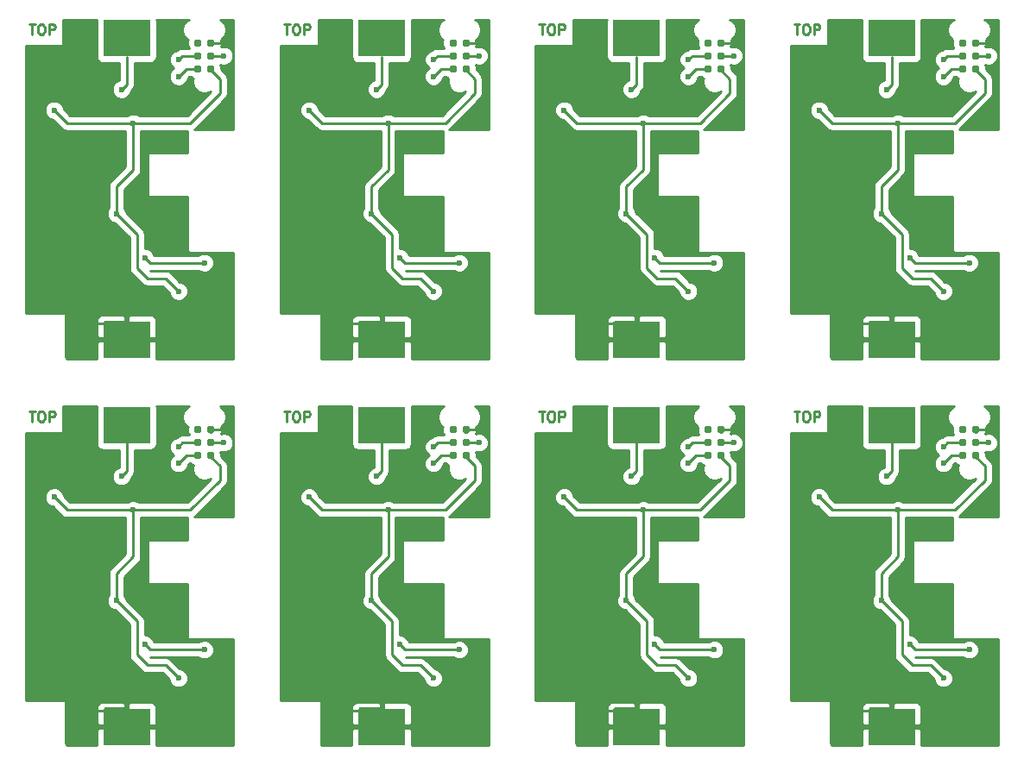
<source format=gtl>
%MOIN*%
%OFA0B0*%
%FSLAX46Y46*%
%IPPOS*%
%LPD*%
%ADD10C,0.0039370078740157488*%
%ADD11C,0.00984251968503937*%
%ADD12R,0.18110236220472439X0.14173228346456693*%
%ADD13C,0.0309*%
%ADD14C,0.023622047244094488*%
%ADD15C,0.01*%
%ADD26C,0.0039370078740157488*%
%ADD27C,0.00984251968503937*%
%ADD28R,0.18110236220472439X0.14173228346456693*%
%ADD29C,0.0309*%
%ADD30C,0.023622047244094488*%
%ADD31C,0.01*%
%ADD42C,0.0039370078740157488*%
%ADD43C,0.00984251968503937*%
%ADD44R,0.18110236220472439X0.14173228346456693*%
%ADD45C,0.0309*%
%ADD46C,0.023622047244094488*%
%ADD47C,0.01*%
%ADD58C,0.0039370078740157488*%
%ADD59C,0.00984251968503937*%
%ADD60R,0.18110236220472439X0.14173228346456693*%
%ADD61C,0.0309*%
%ADD62C,0.023622047244094488*%
%ADD63C,0.01*%
%ADD74C,0.0039370078740157488*%
%ADD75C,0.00984251968503937*%
%ADD76R,0.18110236220472439X0.14173228346456693*%
%ADD77C,0.0309*%
%ADD78C,0.023622047244094488*%
%ADD79C,0.01*%
%ADD90C,0.0039370078740157488*%
%ADD91C,0.00984251968503937*%
%ADD92R,0.18110236220472439X0.14173228346456693*%
%ADD93C,0.0309*%
%ADD94C,0.023622047244094488*%
%ADD95C,0.01*%
%ADD106C,0.0039370078740157488*%
%ADD107C,0.00984251968503937*%
%ADD108R,0.18110236220472439X0.14173228346456693*%
%ADD109C,0.0309*%
%ADD110C,0.023622047244094488*%
%ADD111C,0.01*%
%ADD122C,0.0039370078740157488*%
%ADD123C,0.00984251968503937*%
%ADD124R,0.18110236220472439X0.14173228346456693*%
%ADD125C,0.0309*%
%ADD126C,0.023622047244094488*%
%ADD127C,0.01*%
%LPD*%
G01*
D10*
D11*
X0000143916Y0001436520D02*
X0000166413Y0001436520D01*
X0000155164Y0001397150D02*
X0000155164Y0001436520D01*
X0000187034Y0001436520D02*
X0000194535Y0001436520D01*
X0000198284Y0001434645D01*
X0000202034Y0001430896D01*
X0000203908Y0001423397D01*
X0000203908Y0001410273D01*
X0000202034Y0001402774D01*
X0000198284Y0001399025D01*
X0000194535Y0001397150D01*
X0000187034Y0001397150D01*
X0000183286Y0001399025D01*
X0000179536Y0001402774D01*
X0000177662Y0001410273D01*
X0000177662Y0001423397D01*
X0000179536Y0001430896D01*
X0000183286Y0001434645D01*
X0000187034Y0001436520D01*
X0000220781Y0001397150D02*
X0000220781Y0001436520D01*
X0000235779Y0001436520D01*
X0000239529Y0001434645D01*
X0000241404Y0001432770D01*
X0000243277Y0001429021D01*
X0000243277Y0001423397D01*
X0000241404Y0001419647D01*
X0000239529Y0001417772D01*
X0000235779Y0001415897D01*
X0000220781Y0001415897D01*
D12*
X0000520472Y0000217283D03*
X0000520472Y0001382637D03*
D13*
X0000845472Y0001264960D03*
X0000795472Y0001264960D03*
X0000845472Y0001314960D03*
X0000795472Y0001314960D03*
X0000845472Y0001364960D03*
X0000795472Y0001364960D03*
D14*
X0000915472Y0001359960D03*
X0000425472Y0000754960D03*
X0000225472Y0000502559D03*
X0000210472Y0000834960D03*
X0000355472Y0000279960D03*
X0000500472Y0001184960D03*
X0000720472Y0000404960D03*
X0000480472Y0000704960D03*
X0000545472Y0001054960D03*
X0000240472Y0001104960D03*
X0000720472Y0001234960D03*
X0000720472Y0001299960D03*
X0000895472Y0001314960D03*
X0000590472Y0000534960D03*
X0000820471Y0000514960D03*
D11*
X0000910472Y0001364960D02*
X0000845472Y0001364960D01*
X0000915472Y0001359960D02*
X0000910472Y0001364960D01*
X0000420472Y0000749960D02*
X0000420472Y0000684960D01*
X0000425472Y0000754960D02*
X0000420472Y0000749960D01*
X0000210472Y0000679960D02*
X0000425472Y0000679960D01*
X0000520472Y0000584960D02*
X0000520472Y0000288149D01*
X0000425472Y0000679960D02*
X0000520472Y0000584960D01*
X0000210472Y0000517559D02*
X0000210472Y0000679960D01*
X0000210472Y0000679960D02*
X0000210472Y0000834960D01*
X0000225472Y0000502559D02*
X0000210472Y0000517559D01*
X0000438661Y0000288149D02*
X0000520472Y0000288149D01*
X0000410472Y0000279960D02*
X0000430472Y0000279960D01*
X0000355472Y0000279960D02*
X0000410472Y0000279960D01*
X0000430472Y0000279960D02*
X0000438661Y0000288149D01*
X0000520472Y0001224960D02*
X0000520472Y0001204960D01*
X0000520472Y0001224960D02*
X0000520472Y0001311771D01*
X0000520472Y0001204960D02*
X0000500472Y0001184960D01*
X0000845472Y0001264960D02*
X0000845472Y0001259960D01*
X0000845472Y0001259960D02*
X0000880472Y0001224960D01*
X0000880472Y0001224960D02*
X0000880472Y0001169960D01*
X0000880472Y0001169960D02*
X0000765471Y0001054960D01*
X0000765471Y0001054960D02*
X0000545472Y0001054960D01*
X0000560472Y0000624960D02*
X0000480472Y0000704960D01*
X0000560472Y0000494959D02*
X0000560472Y0000624960D01*
X0000600472Y0000454960D02*
X0000560472Y0000494959D01*
X0000670472Y0000454960D02*
X0000600472Y0000454960D01*
X0000720472Y0000404960D02*
X0000670472Y0000454960D01*
X0000545472Y0001054960D02*
X0000545472Y0000874960D01*
X0000480472Y0000809960D02*
X0000545472Y0000874960D01*
X0000480472Y0000809960D02*
X0000480472Y0000704960D01*
X0000290472Y0001054960D02*
X0000545472Y0001054960D01*
X0000240472Y0001104960D02*
X0000290472Y0001054960D01*
X0000750471Y0001264960D02*
X0000795472Y0001264960D01*
X0000720472Y0001234960D02*
X0000750471Y0001264960D01*
X0000735472Y0001314960D02*
X0000795472Y0001314960D01*
X0000720472Y0001299960D02*
X0000735472Y0001314960D01*
X0000895472Y0001314960D02*
X0000845472Y0001314960D01*
X0000610472Y0000514960D02*
X0000590472Y0000534960D01*
X0000820471Y0000514960D02*
X0000610472Y0000514960D01*
D15*
G36*
X0000404431Y0001453503D02*
X0000404431Y0001311771D01*
X0000406174Y0001302506D01*
X0000411650Y0001293998D01*
X0000420004Y0001288289D01*
X0000429921Y0001286281D01*
X0000490551Y0001286281D01*
X0000490551Y0001220690D01*
X0000479647Y0001216185D01*
X0000469283Y0001205839D01*
X0000463667Y0001192314D01*
X0000463655Y0001177670D01*
X0000469247Y0001164136D01*
X0000479593Y0001153771D01*
X0000493118Y0001148155D01*
X0000507762Y0001148143D01*
X0000521296Y0001153735D01*
X0000531661Y0001164081D01*
X0000537277Y0001177606D01*
X0000537278Y0001179451D01*
X0000541629Y0001183803D01*
X0000545646Y0001189814D01*
X0000548116Y0001193510D01*
X0000550393Y0001204960D01*
X0000550393Y0001286281D01*
X0000611023Y0001286281D01*
X0000620288Y0001288025D01*
X0000628796Y0001293500D01*
X0000634505Y0001301854D01*
X0000636513Y0001311771D01*
X0000636513Y0001453503D01*
X0000636239Y0001454960D01*
X0000761012Y0001454960D01*
X0000755354Y0001452623D01*
X0000742853Y0001440143D01*
X0000736080Y0001423831D01*
X0000736063Y0001406167D01*
X0000742809Y0001389842D01*
X0000755289Y0001377342D01*
X0000756590Y0001376801D01*
X0000755029Y0001373041D01*
X0000755015Y0001356949D01*
X0000760001Y0001344881D01*
X0000735472Y0001344881D01*
X0000724022Y0001342604D01*
X0000715299Y0001336776D01*
X0000713182Y0001336778D01*
X0000699646Y0001331184D01*
X0000689283Y0001320839D01*
X0000683667Y0001307314D01*
X0000683654Y0001292670D01*
X0000689247Y0001279136D01*
X0000699593Y0001268771D01*
X0000702742Y0001267464D01*
X0000699646Y0001266185D01*
X0000689283Y0001255839D01*
X0000683667Y0001242314D01*
X0000683654Y0001227670D01*
X0000689247Y0001214136D01*
X0000699593Y0001203771D01*
X0000713118Y0001198155D01*
X0000727762Y0001198143D01*
X0000741296Y0001203735D01*
X0000751661Y0001214081D01*
X0000757277Y0001227606D01*
X0000757277Y0001229451D01*
X0000762866Y0001235039D01*
X0000768185Y0001235039D01*
X0000772529Y0001230688D01*
X0000777940Y0001228441D01*
X0000776030Y0001223841D01*
X0000776014Y0001206157D01*
X0000782767Y0001189814D01*
X0000795260Y0001177299D01*
X0000811591Y0001170518D01*
X0000829275Y0001170502D01*
X0000845335Y0001177138D01*
X0000753078Y0001084881D01*
X0000567616Y0001084881D01*
X0000566351Y0001086149D01*
X0000552826Y0001091765D01*
X0000538182Y0001091777D01*
X0000524647Y0001086185D01*
X0000523340Y0001084881D01*
X0000302866Y0001084881D01*
X0000277288Y0001110459D01*
X0000277289Y0001112250D01*
X0000271697Y0001125785D01*
X0000261351Y0001136149D01*
X0000247826Y0001141765D01*
X0000233182Y0001141777D01*
X0000219646Y0001136185D01*
X0000209282Y0001125839D01*
X0000203667Y0001112314D01*
X0000203655Y0001097670D01*
X0000209247Y0001084136D01*
X0000219593Y0001073771D01*
X0000233117Y0001068155D01*
X0000234963Y0001068154D01*
X0000269314Y0001033803D01*
X0000279022Y0001027317D01*
X0000290472Y0001025039D01*
X0000515551Y0001025039D01*
X0000515551Y0000887354D01*
X0000459314Y0000831117D01*
X0000452828Y0000821410D01*
X0000450551Y0000809960D01*
X0000450551Y0000727104D01*
X0000449283Y0000725839D01*
X0000443666Y0000712314D01*
X0000443655Y0000697669D01*
X0000449247Y0000684136D01*
X0000459593Y0000673771D01*
X0000473118Y0000668155D01*
X0000474963Y0000668154D01*
X0000530551Y0000612566D01*
X0000530551Y0000494959D01*
X0000532828Y0000483510D01*
X0000539314Y0000473803D01*
X0000579314Y0000433803D01*
X0000589022Y0000427317D01*
X0000600472Y0000425039D01*
X0000658078Y0000425039D01*
X0000683656Y0000399461D01*
X0000683654Y0000397670D01*
X0000689247Y0000384136D01*
X0000699593Y0000373771D01*
X0000713118Y0000368155D01*
X0000727762Y0000368143D01*
X0000741296Y0000373735D01*
X0000751661Y0000384081D01*
X0000757277Y0000397606D01*
X0000757289Y0000412250D01*
X0000751697Y0000425785D01*
X0000741351Y0000436149D01*
X0000727826Y0000441765D01*
X0000725981Y0000441766D01*
X0000691629Y0000476118D01*
X0000681922Y0000482604D01*
X0000670472Y0000484881D01*
X0000612866Y0000484881D01*
X0000612708Y0000485039D01*
X0000798328Y0000485039D01*
X0000799593Y0000483771D01*
X0000813117Y0000478155D01*
X0000827762Y0000478143D01*
X0000841295Y0000483735D01*
X0000851661Y0000494081D01*
X0000857277Y0000507606D01*
X0000857289Y0000522250D01*
X0000851697Y0000535785D01*
X0000841351Y0000546149D01*
X0000827826Y0000551765D01*
X0000813182Y0000551778D01*
X0000799646Y0000546185D01*
X0000798341Y0000544881D01*
X0000626202Y0000544881D01*
X0000621697Y0000555785D01*
X0000611351Y0000566149D01*
X0000597826Y0000571765D01*
X0000590393Y0000571771D01*
X0000590393Y0000624960D01*
X0000588116Y0000636410D01*
X0000581629Y0000646118D01*
X0000517287Y0000710459D01*
X0000517289Y0000712250D01*
X0000511696Y0000725785D01*
X0000510393Y0000727091D01*
X0000510393Y0000797566D01*
X0000566629Y0000853802D01*
X0000573116Y0000863510D01*
X0000575393Y0000874960D01*
X0000575393Y0001025039D01*
X0000755488Y0001025039D01*
X0000755472Y0001024960D01*
X0000755472Y0000939960D01*
X0000605472Y0000939960D01*
X0000603655Y0000939618D01*
X0000601986Y0000938543D01*
X0000600866Y0000936905D01*
X0000600472Y0000934960D01*
X0000600472Y0000774960D01*
X0000600814Y0000773143D01*
X0000601888Y0000771474D01*
X0000603527Y0000770354D01*
X0000605472Y0000769960D01*
X0000755472Y0000769960D01*
X0000755472Y0000559960D01*
X0000755814Y0000558143D01*
X0000756888Y0000556474D01*
X0000758527Y0000555354D01*
X0000760472Y0000554960D01*
X0000932519Y0000554960D01*
X0000932519Y0000144960D01*
X0000636022Y0000144960D01*
X0000636022Y0000206033D01*
X0000629773Y0000212283D01*
X0000525472Y0000212283D01*
X0000525472Y0000211496D01*
X0000515472Y0000211496D01*
X0000515472Y0000212283D01*
X0000411170Y0000212283D01*
X0000404921Y0000206033D01*
X0000404921Y0000144960D01*
X0000288005Y0000144960D01*
X0000285472Y0000157694D01*
X0000285472Y0000293122D01*
X0000404921Y0000293122D01*
X0000404921Y0000228533D01*
X0000411170Y0000222283D01*
X0000515472Y0000222283D01*
X0000515472Y0000306899D01*
X0000525472Y0000306899D01*
X0000525472Y0000222283D01*
X0000629773Y0000222283D01*
X0000636022Y0000228533D01*
X0000636022Y0000293122D01*
X0000632217Y0000302310D01*
X0000625185Y0000309343D01*
X0000615996Y0000313149D01*
X0000531722Y0000313149D01*
X0000525472Y0000306899D01*
X0000515472Y0000306899D01*
X0000509221Y0000313149D01*
X0000424948Y0000313149D01*
X0000415758Y0000309343D01*
X0000408727Y0000302310D01*
X0000404921Y0000293122D01*
X0000285472Y0000293122D01*
X0000285472Y0000314960D01*
X0000285078Y0000316905D01*
X0000283958Y0000318544D01*
X0000282289Y0000319618D01*
X0000280472Y0000319960D01*
X0000130472Y0000319960D01*
X0000130472Y0001353543D01*
X0000275777Y0001353543D01*
X0000275777Y0001454960D01*
X0000404726Y0001454960D01*
X0000404431Y0001453503D01*
X0000404431Y0001453503D01*
G37*
X0000404431Y0001453503D02*
X0000404431Y0001311771D01*
X0000406174Y0001302506D01*
X0000411650Y0001293998D01*
X0000420004Y0001288289D01*
X0000429921Y0001286281D01*
X0000490551Y0001286281D01*
X0000490551Y0001220690D01*
X0000479647Y0001216185D01*
X0000469283Y0001205839D01*
X0000463667Y0001192314D01*
X0000463655Y0001177670D01*
X0000469247Y0001164136D01*
X0000479593Y0001153771D01*
X0000493118Y0001148155D01*
X0000507762Y0001148143D01*
X0000521296Y0001153735D01*
X0000531661Y0001164081D01*
X0000537277Y0001177606D01*
X0000537278Y0001179451D01*
X0000541629Y0001183803D01*
X0000545646Y0001189814D01*
X0000548116Y0001193510D01*
X0000550393Y0001204960D01*
X0000550393Y0001286281D01*
X0000611023Y0001286281D01*
X0000620288Y0001288025D01*
X0000628796Y0001293500D01*
X0000634505Y0001301854D01*
X0000636513Y0001311771D01*
X0000636513Y0001453503D01*
X0000636239Y0001454960D01*
X0000761012Y0001454960D01*
X0000755354Y0001452623D01*
X0000742853Y0001440143D01*
X0000736080Y0001423831D01*
X0000736063Y0001406167D01*
X0000742809Y0001389842D01*
X0000755289Y0001377342D01*
X0000756590Y0001376801D01*
X0000755029Y0001373041D01*
X0000755015Y0001356949D01*
X0000760001Y0001344881D01*
X0000735472Y0001344881D01*
X0000724022Y0001342604D01*
X0000715299Y0001336776D01*
X0000713182Y0001336778D01*
X0000699646Y0001331184D01*
X0000689283Y0001320839D01*
X0000683667Y0001307314D01*
X0000683654Y0001292670D01*
X0000689247Y0001279136D01*
X0000699593Y0001268771D01*
X0000702742Y0001267464D01*
X0000699646Y0001266185D01*
X0000689283Y0001255839D01*
X0000683667Y0001242314D01*
X0000683654Y0001227670D01*
X0000689247Y0001214136D01*
X0000699593Y0001203771D01*
X0000713118Y0001198155D01*
X0000727762Y0001198143D01*
X0000741296Y0001203735D01*
X0000751661Y0001214081D01*
X0000757277Y0001227606D01*
X0000757277Y0001229451D01*
X0000762866Y0001235039D01*
X0000768185Y0001235039D01*
X0000772529Y0001230688D01*
X0000777940Y0001228441D01*
X0000776030Y0001223841D01*
X0000776014Y0001206157D01*
X0000782767Y0001189814D01*
X0000795260Y0001177299D01*
X0000811591Y0001170518D01*
X0000829275Y0001170502D01*
X0000845335Y0001177138D01*
X0000753078Y0001084881D01*
X0000567616Y0001084881D01*
X0000566351Y0001086149D01*
X0000552826Y0001091765D01*
X0000538182Y0001091777D01*
X0000524647Y0001086185D01*
X0000523340Y0001084881D01*
X0000302866Y0001084881D01*
X0000277288Y0001110459D01*
X0000277289Y0001112250D01*
X0000271697Y0001125785D01*
X0000261351Y0001136149D01*
X0000247826Y0001141765D01*
X0000233182Y0001141777D01*
X0000219646Y0001136185D01*
X0000209282Y0001125839D01*
X0000203667Y0001112314D01*
X0000203655Y0001097670D01*
X0000209247Y0001084136D01*
X0000219593Y0001073771D01*
X0000233117Y0001068155D01*
X0000234963Y0001068154D01*
X0000269314Y0001033803D01*
X0000279022Y0001027317D01*
X0000290472Y0001025039D01*
X0000515551Y0001025039D01*
X0000515551Y0000887354D01*
X0000459314Y0000831117D01*
X0000452828Y0000821410D01*
X0000450551Y0000809960D01*
X0000450551Y0000727104D01*
X0000449283Y0000725839D01*
X0000443666Y0000712314D01*
X0000443655Y0000697669D01*
X0000449247Y0000684136D01*
X0000459593Y0000673771D01*
X0000473118Y0000668155D01*
X0000474963Y0000668154D01*
X0000530551Y0000612566D01*
X0000530551Y0000494959D01*
X0000532828Y0000483510D01*
X0000539314Y0000473803D01*
X0000579314Y0000433803D01*
X0000589022Y0000427317D01*
X0000600472Y0000425039D01*
X0000658078Y0000425039D01*
X0000683656Y0000399461D01*
X0000683654Y0000397670D01*
X0000689247Y0000384136D01*
X0000699593Y0000373771D01*
X0000713118Y0000368155D01*
X0000727762Y0000368143D01*
X0000741296Y0000373735D01*
X0000751661Y0000384081D01*
X0000757277Y0000397606D01*
X0000757289Y0000412250D01*
X0000751697Y0000425785D01*
X0000741351Y0000436149D01*
X0000727826Y0000441765D01*
X0000725981Y0000441766D01*
X0000691629Y0000476118D01*
X0000681922Y0000482604D01*
X0000670472Y0000484881D01*
X0000612866Y0000484881D01*
X0000612708Y0000485039D01*
X0000798328Y0000485039D01*
X0000799593Y0000483771D01*
X0000813117Y0000478155D01*
X0000827762Y0000478143D01*
X0000841295Y0000483735D01*
X0000851661Y0000494081D01*
X0000857277Y0000507606D01*
X0000857289Y0000522250D01*
X0000851697Y0000535785D01*
X0000841351Y0000546149D01*
X0000827826Y0000551765D01*
X0000813182Y0000551778D01*
X0000799646Y0000546185D01*
X0000798341Y0000544881D01*
X0000626202Y0000544881D01*
X0000621697Y0000555785D01*
X0000611351Y0000566149D01*
X0000597826Y0000571765D01*
X0000590393Y0000571771D01*
X0000590393Y0000624960D01*
X0000588116Y0000636410D01*
X0000581629Y0000646118D01*
X0000517287Y0000710459D01*
X0000517289Y0000712250D01*
X0000511696Y0000725785D01*
X0000510393Y0000727091D01*
X0000510393Y0000797566D01*
X0000566629Y0000853802D01*
X0000573116Y0000863510D01*
X0000575393Y0000874960D01*
X0000575393Y0001025039D01*
X0000755488Y0001025039D01*
X0000755472Y0001024960D01*
X0000755472Y0000939960D01*
X0000605472Y0000939960D01*
X0000603655Y0000939618D01*
X0000601986Y0000938543D01*
X0000600866Y0000936905D01*
X0000600472Y0000934960D01*
X0000600472Y0000774960D01*
X0000600814Y0000773143D01*
X0000601888Y0000771474D01*
X0000603527Y0000770354D01*
X0000605472Y0000769960D01*
X0000755472Y0000769960D01*
X0000755472Y0000559960D01*
X0000755814Y0000558143D01*
X0000756888Y0000556474D01*
X0000758527Y0000555354D01*
X0000760472Y0000554960D01*
X0000932519Y0000554960D01*
X0000932519Y0000144960D01*
X0000636022Y0000144960D01*
X0000636022Y0000206033D01*
X0000629773Y0000212283D01*
X0000525472Y0000212283D01*
X0000525472Y0000211496D01*
X0000515472Y0000211496D01*
X0000515472Y0000212283D01*
X0000411170Y0000212283D01*
X0000404921Y0000206033D01*
X0000404921Y0000144960D01*
X0000288005Y0000144960D01*
X0000285472Y0000157694D01*
X0000285472Y0000293122D01*
X0000404921Y0000293122D01*
X0000404921Y0000228533D01*
X0000411170Y0000222283D01*
X0000515472Y0000222283D01*
X0000515472Y0000306899D01*
X0000525472Y0000306899D01*
X0000525472Y0000222283D01*
X0000629773Y0000222283D01*
X0000636022Y0000228533D01*
X0000636022Y0000293122D01*
X0000632217Y0000302310D01*
X0000625185Y0000309343D01*
X0000615996Y0000313149D01*
X0000531722Y0000313149D01*
X0000525472Y0000306899D01*
X0000515472Y0000306899D01*
X0000509221Y0000313149D01*
X0000424948Y0000313149D01*
X0000415758Y0000309343D01*
X0000408727Y0000302310D01*
X0000404921Y0000293122D01*
X0000285472Y0000293122D01*
X0000285472Y0000314960D01*
X0000285078Y0000316905D01*
X0000283958Y0000318544D01*
X0000282289Y0000319618D01*
X0000280472Y0000319960D01*
X0000130472Y0000319960D01*
X0000130472Y0001353543D01*
X0000275777Y0001353543D01*
X0000275777Y0001454960D01*
X0000404726Y0001454960D01*
X0000404431Y0001453503D01*
G36*
X0000932519Y0001029960D02*
X0000780878Y0001029960D01*
X0000786629Y0001033803D01*
X0000901629Y0001148803D01*
X0000908116Y0001158510D01*
X0000910393Y0001169960D01*
X0000910393Y0001224960D01*
X0000908116Y0001236410D01*
X0000901629Y0001246118D01*
X0000885919Y0001261828D01*
X0000885929Y0001272971D01*
X0000882890Y0001280325D01*
X0000888118Y0001278155D01*
X0000902762Y0001278143D01*
X0000916296Y0001283735D01*
X0000926661Y0001294081D01*
X0000932277Y0001307606D01*
X0000932288Y0001322250D01*
X0000926697Y0001335785D01*
X0000916351Y0001346149D01*
X0000902825Y0001351765D01*
X0000888182Y0001351778D01*
X0000883041Y0001349654D01*
X0000886446Y0001360265D01*
X0000885124Y0001376303D01*
X0000884839Y0001376987D01*
X0000885590Y0001377298D01*
X0000898090Y0001389777D01*
X0000904864Y0001406090D01*
X0000904880Y0001423753D01*
X0000898134Y0001440078D01*
X0000885655Y0001452579D01*
X0000879920Y0001454960D01*
X0000932519Y0001454960D01*
X0000932519Y0001029960D01*
X0000932519Y0001029960D01*
G37*
X0000932519Y0001029960D02*
X0000780878Y0001029960D01*
X0000786629Y0001033803D01*
X0000901629Y0001148803D01*
X0000908116Y0001158510D01*
X0000910393Y0001169960D01*
X0000910393Y0001224960D01*
X0000908116Y0001236410D01*
X0000901629Y0001246118D01*
X0000885919Y0001261828D01*
X0000885929Y0001272971D01*
X0000882890Y0001280325D01*
X0000888118Y0001278155D01*
X0000902762Y0001278143D01*
X0000916296Y0001283735D01*
X0000926661Y0001294081D01*
X0000932277Y0001307606D01*
X0000932288Y0001322250D01*
X0000926697Y0001335785D01*
X0000916351Y0001346149D01*
X0000902825Y0001351765D01*
X0000888182Y0001351778D01*
X0000883041Y0001349654D01*
X0000886446Y0001360265D01*
X0000885124Y0001376303D01*
X0000884839Y0001376987D01*
X0000885590Y0001377298D01*
X0000898090Y0001389777D01*
X0000904864Y0001406090D01*
X0000904880Y0001423753D01*
X0000898134Y0001440078D01*
X0000885655Y0001452579D01*
X0000879920Y0001454960D01*
X0000932519Y0001454960D01*
X0000932519Y0001029960D01*
G36*
X0000853100Y0001365517D02*
X0000852543Y0001364960D01*
X0000853100Y0001364402D01*
X0000846029Y0001357332D01*
X0000845472Y0001357889D01*
X0000844915Y0001357332D01*
X0000837844Y0001364402D01*
X0000838401Y0001364960D01*
X0000837844Y0001365517D01*
X0000844915Y0001372588D01*
X0000845472Y0001372031D01*
X0000846029Y0001372588D01*
X0000853100Y0001365517D01*
X0000853100Y0001365517D01*
G37*
X0000853100Y0001365517D02*
X0000852543Y0001364960D01*
X0000853100Y0001364402D01*
X0000846029Y0001357332D01*
X0000845472Y0001357889D01*
X0000844915Y0001357332D01*
X0000837844Y0001364402D01*
X0000838401Y0001364960D01*
X0000837844Y0001365517D01*
X0000844915Y0001372588D01*
X0000845472Y0001372031D01*
X0000846029Y0001372588D01*
X0000853100Y0001365517D01*
G01*
D26*
D27*
X0001128168Y0001436520D02*
X0001150665Y0001436520D01*
X0001139416Y0001397150D02*
X0001139416Y0001436520D01*
X0001171287Y0001436520D02*
X0001178787Y0001436520D01*
X0001182536Y0001434645D01*
X0001186286Y0001430896D01*
X0001188160Y0001423397D01*
X0001188160Y0001410273D01*
X0001186286Y0001402774D01*
X0001182536Y0001399025D01*
X0001178787Y0001397150D01*
X0001171287Y0001397150D01*
X0001167538Y0001399025D01*
X0001163788Y0001402774D01*
X0001161914Y0001410273D01*
X0001161914Y0001423397D01*
X0001163788Y0001430896D01*
X0001167538Y0001434645D01*
X0001171287Y0001436520D01*
X0001205033Y0001397150D02*
X0001205033Y0001436520D01*
X0001220031Y0001436520D01*
X0001223781Y0001434645D01*
X0001225656Y0001432770D01*
X0001227530Y0001429021D01*
X0001227530Y0001423397D01*
X0001225656Y0001419647D01*
X0001223781Y0001417772D01*
X0001220031Y0001415897D01*
X0001205033Y0001415897D01*
D28*
X0001504724Y0000217283D03*
X0001504724Y0001382637D03*
D29*
X0001829724Y0001264960D03*
X0001779724Y0001264960D03*
X0001829724Y0001314960D03*
X0001779724Y0001314960D03*
X0001829724Y0001364960D03*
X0001779724Y0001364960D03*
D30*
X0001899724Y0001359960D03*
X0001409723Y0000754960D03*
X0001209724Y0000502559D03*
X0001194724Y0000834960D03*
X0001339724Y0000279960D03*
X0001484724Y0001184960D03*
X0001704724Y0000404960D03*
X0001464722Y0000704960D03*
X0001529724Y0001054960D03*
X0001224724Y0001104960D03*
X0001704724Y0001234960D03*
X0001704724Y0001299960D03*
X0001879724Y0001314960D03*
X0001574724Y0000534960D03*
X0001804724Y0000514960D03*
D27*
X0001894724Y0001364960D02*
X0001829724Y0001364960D01*
X0001899724Y0001359960D02*
X0001894724Y0001364960D01*
X0001404724Y0000749960D02*
X0001404724Y0000684960D01*
X0001409723Y0000754960D02*
X0001404724Y0000749960D01*
X0001194724Y0000679960D02*
X0001409723Y0000679960D01*
X0001504724Y0000584960D02*
X0001504724Y0000288149D01*
X0001409723Y0000679960D02*
X0001504724Y0000584960D01*
X0001194724Y0000517559D02*
X0001194724Y0000679960D01*
X0001194724Y0000679960D02*
X0001194724Y0000834960D01*
X0001209724Y0000502559D02*
X0001194724Y0000517559D01*
X0001422913Y0000288149D02*
X0001504724Y0000288149D01*
X0001394724Y0000279960D02*
X0001414724Y0000279960D01*
X0001339724Y0000279960D02*
X0001394724Y0000279960D01*
X0001414724Y0000279960D02*
X0001422913Y0000288149D01*
X0001504724Y0001224960D02*
X0001504724Y0001204960D01*
X0001504724Y0001224960D02*
X0001504724Y0001311771D01*
X0001504724Y0001204960D02*
X0001484724Y0001184960D01*
X0001829724Y0001264960D02*
X0001829724Y0001259960D01*
X0001829724Y0001259960D02*
X0001864724Y0001224960D01*
X0001864724Y0001224960D02*
X0001864724Y0001169960D01*
X0001864724Y0001169960D02*
X0001749724Y0001054960D01*
X0001749724Y0001054960D02*
X0001529724Y0001054960D01*
X0001544724Y0000624960D02*
X0001464722Y0000704960D01*
X0001544724Y0000494959D02*
X0001544724Y0000624960D01*
X0001584724Y0000454960D02*
X0001544724Y0000494959D01*
X0001654724Y0000454960D02*
X0001584724Y0000454960D01*
X0001704724Y0000404960D02*
X0001654724Y0000454960D01*
X0001529724Y0001054960D02*
X0001529724Y0000874960D01*
X0001464722Y0000809960D02*
X0001529724Y0000874960D01*
X0001464722Y0000809960D02*
X0001464722Y0000704960D01*
X0001274724Y0001054960D02*
X0001529724Y0001054960D01*
X0001224724Y0001104960D02*
X0001274724Y0001054960D01*
X0001734724Y0001264960D02*
X0001779724Y0001264960D01*
X0001704724Y0001234960D02*
X0001734724Y0001264960D01*
X0001719724Y0001314960D02*
X0001779724Y0001314960D01*
X0001704724Y0001299960D02*
X0001719724Y0001314960D01*
X0001879724Y0001314960D02*
X0001829724Y0001314960D01*
X0001594724Y0000514960D02*
X0001574724Y0000534960D01*
X0001804724Y0000514960D02*
X0001594724Y0000514960D01*
D31*
G36*
X0001388683Y0001453503D02*
X0001388683Y0001311771D01*
X0001390426Y0001302506D01*
X0001395901Y0001293998D01*
X0001404256Y0001288289D01*
X0001414173Y0001286281D01*
X0001474803Y0001286281D01*
X0001474803Y0001220690D01*
X0001463899Y0001216185D01*
X0001453535Y0001205839D01*
X0001447919Y0001192314D01*
X0001447907Y0001177670D01*
X0001453499Y0001164136D01*
X0001463845Y0001153771D01*
X0001477370Y0001148155D01*
X0001492014Y0001148143D01*
X0001505548Y0001153735D01*
X0001515912Y0001164081D01*
X0001521529Y0001177606D01*
X0001521530Y0001179451D01*
X0001525880Y0001183803D01*
X0001529898Y0001189814D01*
X0001532368Y0001193510D01*
X0001534645Y0001204960D01*
X0001534645Y0001286281D01*
X0001595275Y0001286281D01*
X0001604540Y0001288025D01*
X0001613048Y0001293500D01*
X0001618757Y0001301854D01*
X0001620765Y0001311771D01*
X0001620765Y0001453503D01*
X0001620491Y0001454960D01*
X0001745264Y0001454960D01*
X0001739606Y0001452623D01*
X0001727105Y0001440143D01*
X0001720332Y0001423831D01*
X0001720316Y0001406167D01*
X0001727061Y0001389842D01*
X0001739540Y0001377342D01*
X0001740842Y0001376801D01*
X0001739281Y0001373041D01*
X0001739265Y0001356949D01*
X0001744252Y0001344881D01*
X0001719724Y0001344881D01*
X0001708273Y0001342604D01*
X0001699551Y0001336776D01*
X0001697434Y0001336778D01*
X0001683899Y0001331184D01*
X0001673535Y0001320839D01*
X0001667919Y0001307314D01*
X0001667907Y0001292670D01*
X0001673498Y0001279136D01*
X0001683845Y0001268771D01*
X0001686993Y0001267464D01*
X0001683899Y0001266185D01*
X0001673535Y0001255839D01*
X0001667919Y0001242314D01*
X0001667907Y0001227670D01*
X0001673498Y0001214136D01*
X0001683845Y0001203771D01*
X0001697370Y0001198155D01*
X0001712014Y0001198143D01*
X0001725548Y0001203735D01*
X0001735913Y0001214081D01*
X0001741529Y0001227606D01*
X0001741530Y0001229451D01*
X0001747118Y0001235039D01*
X0001752438Y0001235039D01*
X0001756781Y0001230688D01*
X0001762190Y0001228441D01*
X0001760282Y0001223841D01*
X0001760266Y0001206157D01*
X0001767019Y0001189814D01*
X0001779512Y0001177299D01*
X0001795843Y0001170518D01*
X0001813526Y0001170502D01*
X0001829587Y0001177138D01*
X0001737329Y0001084881D01*
X0001551868Y0001084881D01*
X0001550603Y0001086149D01*
X0001537078Y0001091765D01*
X0001522434Y0001091777D01*
X0001508899Y0001086185D01*
X0001507593Y0001084881D01*
X0001287118Y0001084881D01*
X0001261540Y0001110459D01*
X0001261541Y0001112250D01*
X0001255949Y0001125785D01*
X0001245603Y0001136149D01*
X0001232078Y0001141765D01*
X0001217434Y0001141777D01*
X0001203899Y0001136185D01*
X0001193535Y0001125839D01*
X0001187919Y0001112314D01*
X0001187907Y0001097670D01*
X0001193499Y0001084136D01*
X0001203845Y0001073771D01*
X0001217370Y0001068155D01*
X0001219215Y0001068154D01*
X0001253566Y0001033803D01*
X0001263273Y0001027317D01*
X0001274724Y0001025039D01*
X0001499803Y0001025039D01*
X0001499803Y0000887354D01*
X0001443566Y0000831117D01*
X0001437080Y0000821410D01*
X0001434803Y0000809960D01*
X0001434803Y0000727104D01*
X0001433535Y0000725839D01*
X0001427919Y0000712314D01*
X0001427907Y0000697669D01*
X0001433499Y0000684136D01*
X0001443845Y0000673771D01*
X0001457370Y0000668155D01*
X0001459215Y0000668154D01*
X0001514803Y0000612566D01*
X0001514803Y0000494959D01*
X0001517080Y0000483510D01*
X0001523566Y0000473803D01*
X0001563566Y0000433803D01*
X0001573274Y0000427317D01*
X0001584724Y0000425039D01*
X0001642330Y0000425039D01*
X0001667908Y0000399461D01*
X0001667907Y0000397670D01*
X0001673498Y0000384136D01*
X0001683845Y0000373771D01*
X0001697370Y0000368155D01*
X0001712014Y0000368143D01*
X0001725548Y0000373735D01*
X0001735913Y0000384081D01*
X0001741529Y0000397606D01*
X0001741541Y0000412250D01*
X0001735949Y0000425785D01*
X0001725603Y0000436149D01*
X0001712078Y0000441765D01*
X0001710233Y0000441766D01*
X0001675881Y0000476118D01*
X0001666174Y0000482604D01*
X0001654724Y0000484881D01*
X0001597118Y0000484881D01*
X0001596960Y0000485039D01*
X0001782580Y0000485039D01*
X0001783845Y0000483771D01*
X0001797370Y0000478155D01*
X0001812014Y0000478143D01*
X0001825548Y0000483735D01*
X0001835913Y0000494081D01*
X0001841528Y0000507606D01*
X0001841541Y0000522250D01*
X0001835948Y0000535785D01*
X0001825603Y0000546149D01*
X0001812078Y0000551765D01*
X0001797434Y0000551778D01*
X0001783899Y0000546185D01*
X0001782593Y0000544881D01*
X0001610454Y0000544881D01*
X0001605949Y0000555785D01*
X0001595603Y0000566149D01*
X0001582078Y0000571765D01*
X0001574645Y0000571771D01*
X0001574645Y0000624960D01*
X0001572368Y0000636410D01*
X0001565881Y0000646118D01*
X0001501540Y0000710459D01*
X0001501541Y0000712250D01*
X0001495949Y0000725785D01*
X0001494645Y0000727091D01*
X0001494645Y0000797566D01*
X0001550879Y0000853802D01*
X0001557368Y0000863510D01*
X0001559645Y0000874960D01*
X0001559645Y0001025039D01*
X0001739740Y0001025039D01*
X0001739724Y0001024960D01*
X0001739724Y0000939960D01*
X0001589724Y0000939960D01*
X0001587907Y0000939618D01*
X0001586238Y0000938543D01*
X0001585118Y0000936905D01*
X0001584724Y0000934960D01*
X0001584724Y0000774960D01*
X0001585066Y0000773143D01*
X0001586140Y0000771474D01*
X0001587779Y0000770354D01*
X0001589724Y0000769960D01*
X0001739724Y0000769960D01*
X0001739724Y0000559960D01*
X0001740064Y0000558143D01*
X0001741139Y0000556474D01*
X0001742778Y0000555354D01*
X0001744724Y0000554960D01*
X0001916771Y0000554960D01*
X0001916771Y0000144960D01*
X0001620275Y0000144960D01*
X0001620275Y0000206033D01*
X0001614025Y0000212283D01*
X0001509724Y0000212283D01*
X0001509724Y0000211496D01*
X0001499724Y0000211496D01*
X0001499724Y0000212283D01*
X0001395423Y0000212283D01*
X0001389173Y0000206033D01*
X0001389173Y0000144960D01*
X0001272257Y0000144960D01*
X0001269723Y0000157694D01*
X0001269723Y0000293122D01*
X0001389173Y0000293122D01*
X0001389173Y0000228533D01*
X0001395423Y0000222283D01*
X0001499724Y0000222283D01*
X0001499724Y0000306899D01*
X0001509724Y0000306899D01*
X0001509724Y0000222283D01*
X0001614025Y0000222283D01*
X0001620275Y0000228533D01*
X0001620275Y0000293122D01*
X0001616469Y0000302310D01*
X0001609436Y0000309343D01*
X0001600248Y0000313149D01*
X0001515974Y0000313149D01*
X0001509724Y0000306899D01*
X0001499724Y0000306899D01*
X0001493474Y0000313149D01*
X0001409199Y0000313149D01*
X0001400011Y0000309343D01*
X0001392979Y0000302310D01*
X0001389173Y0000293122D01*
X0001269723Y0000293122D01*
X0001269723Y0000314960D01*
X0001269330Y0000316905D01*
X0001268210Y0000318544D01*
X0001266541Y0000319618D01*
X0001264724Y0000319960D01*
X0001114724Y0000319960D01*
X0001114724Y0001353543D01*
X0001260030Y0001353543D01*
X0001260030Y0001454960D01*
X0001388978Y0001454960D01*
X0001388683Y0001453503D01*
X0001388683Y0001453503D01*
G37*
X0001388683Y0001453503D02*
X0001388683Y0001311771D01*
X0001390426Y0001302506D01*
X0001395901Y0001293998D01*
X0001404256Y0001288289D01*
X0001414173Y0001286281D01*
X0001474803Y0001286281D01*
X0001474803Y0001220690D01*
X0001463899Y0001216185D01*
X0001453535Y0001205839D01*
X0001447919Y0001192314D01*
X0001447907Y0001177670D01*
X0001453499Y0001164136D01*
X0001463845Y0001153771D01*
X0001477370Y0001148155D01*
X0001492014Y0001148143D01*
X0001505548Y0001153735D01*
X0001515912Y0001164081D01*
X0001521529Y0001177606D01*
X0001521530Y0001179451D01*
X0001525880Y0001183803D01*
X0001529898Y0001189814D01*
X0001532368Y0001193510D01*
X0001534645Y0001204960D01*
X0001534645Y0001286281D01*
X0001595275Y0001286281D01*
X0001604540Y0001288025D01*
X0001613048Y0001293500D01*
X0001618757Y0001301854D01*
X0001620765Y0001311771D01*
X0001620765Y0001453503D01*
X0001620491Y0001454960D01*
X0001745264Y0001454960D01*
X0001739606Y0001452623D01*
X0001727105Y0001440143D01*
X0001720332Y0001423831D01*
X0001720316Y0001406167D01*
X0001727061Y0001389842D01*
X0001739540Y0001377342D01*
X0001740842Y0001376801D01*
X0001739281Y0001373041D01*
X0001739265Y0001356949D01*
X0001744252Y0001344881D01*
X0001719724Y0001344881D01*
X0001708273Y0001342604D01*
X0001699551Y0001336776D01*
X0001697434Y0001336778D01*
X0001683899Y0001331184D01*
X0001673535Y0001320839D01*
X0001667919Y0001307314D01*
X0001667907Y0001292670D01*
X0001673498Y0001279136D01*
X0001683845Y0001268771D01*
X0001686993Y0001267464D01*
X0001683899Y0001266185D01*
X0001673535Y0001255839D01*
X0001667919Y0001242314D01*
X0001667907Y0001227670D01*
X0001673498Y0001214136D01*
X0001683845Y0001203771D01*
X0001697370Y0001198155D01*
X0001712014Y0001198143D01*
X0001725548Y0001203735D01*
X0001735913Y0001214081D01*
X0001741529Y0001227606D01*
X0001741530Y0001229451D01*
X0001747118Y0001235039D01*
X0001752438Y0001235039D01*
X0001756781Y0001230688D01*
X0001762190Y0001228441D01*
X0001760282Y0001223841D01*
X0001760266Y0001206157D01*
X0001767019Y0001189814D01*
X0001779512Y0001177299D01*
X0001795843Y0001170518D01*
X0001813526Y0001170502D01*
X0001829587Y0001177138D01*
X0001737329Y0001084881D01*
X0001551868Y0001084881D01*
X0001550603Y0001086149D01*
X0001537078Y0001091765D01*
X0001522434Y0001091777D01*
X0001508899Y0001086185D01*
X0001507593Y0001084881D01*
X0001287118Y0001084881D01*
X0001261540Y0001110459D01*
X0001261541Y0001112250D01*
X0001255949Y0001125785D01*
X0001245603Y0001136149D01*
X0001232078Y0001141765D01*
X0001217434Y0001141777D01*
X0001203899Y0001136185D01*
X0001193535Y0001125839D01*
X0001187919Y0001112314D01*
X0001187907Y0001097670D01*
X0001193499Y0001084136D01*
X0001203845Y0001073771D01*
X0001217370Y0001068155D01*
X0001219215Y0001068154D01*
X0001253566Y0001033803D01*
X0001263273Y0001027317D01*
X0001274724Y0001025039D01*
X0001499803Y0001025039D01*
X0001499803Y0000887354D01*
X0001443566Y0000831117D01*
X0001437080Y0000821410D01*
X0001434803Y0000809960D01*
X0001434803Y0000727104D01*
X0001433535Y0000725839D01*
X0001427919Y0000712314D01*
X0001427907Y0000697669D01*
X0001433499Y0000684136D01*
X0001443845Y0000673771D01*
X0001457370Y0000668155D01*
X0001459215Y0000668154D01*
X0001514803Y0000612566D01*
X0001514803Y0000494959D01*
X0001517080Y0000483510D01*
X0001523566Y0000473803D01*
X0001563566Y0000433803D01*
X0001573274Y0000427317D01*
X0001584724Y0000425039D01*
X0001642330Y0000425039D01*
X0001667908Y0000399461D01*
X0001667907Y0000397670D01*
X0001673498Y0000384136D01*
X0001683845Y0000373771D01*
X0001697370Y0000368155D01*
X0001712014Y0000368143D01*
X0001725548Y0000373735D01*
X0001735913Y0000384081D01*
X0001741529Y0000397606D01*
X0001741541Y0000412250D01*
X0001735949Y0000425785D01*
X0001725603Y0000436149D01*
X0001712078Y0000441765D01*
X0001710233Y0000441766D01*
X0001675881Y0000476118D01*
X0001666174Y0000482604D01*
X0001654724Y0000484881D01*
X0001597118Y0000484881D01*
X0001596960Y0000485039D01*
X0001782580Y0000485039D01*
X0001783845Y0000483771D01*
X0001797370Y0000478155D01*
X0001812014Y0000478143D01*
X0001825548Y0000483735D01*
X0001835913Y0000494081D01*
X0001841528Y0000507606D01*
X0001841541Y0000522250D01*
X0001835948Y0000535785D01*
X0001825603Y0000546149D01*
X0001812078Y0000551765D01*
X0001797434Y0000551778D01*
X0001783899Y0000546185D01*
X0001782593Y0000544881D01*
X0001610454Y0000544881D01*
X0001605949Y0000555785D01*
X0001595603Y0000566149D01*
X0001582078Y0000571765D01*
X0001574645Y0000571771D01*
X0001574645Y0000624960D01*
X0001572368Y0000636410D01*
X0001565881Y0000646118D01*
X0001501540Y0000710459D01*
X0001501541Y0000712250D01*
X0001495949Y0000725785D01*
X0001494645Y0000727091D01*
X0001494645Y0000797566D01*
X0001550879Y0000853802D01*
X0001557368Y0000863510D01*
X0001559645Y0000874960D01*
X0001559645Y0001025039D01*
X0001739740Y0001025039D01*
X0001739724Y0001024960D01*
X0001739724Y0000939960D01*
X0001589724Y0000939960D01*
X0001587907Y0000939618D01*
X0001586238Y0000938543D01*
X0001585118Y0000936905D01*
X0001584724Y0000934960D01*
X0001584724Y0000774960D01*
X0001585066Y0000773143D01*
X0001586140Y0000771474D01*
X0001587779Y0000770354D01*
X0001589724Y0000769960D01*
X0001739724Y0000769960D01*
X0001739724Y0000559960D01*
X0001740064Y0000558143D01*
X0001741139Y0000556474D01*
X0001742778Y0000555354D01*
X0001744724Y0000554960D01*
X0001916771Y0000554960D01*
X0001916771Y0000144960D01*
X0001620275Y0000144960D01*
X0001620275Y0000206033D01*
X0001614025Y0000212283D01*
X0001509724Y0000212283D01*
X0001509724Y0000211496D01*
X0001499724Y0000211496D01*
X0001499724Y0000212283D01*
X0001395423Y0000212283D01*
X0001389173Y0000206033D01*
X0001389173Y0000144960D01*
X0001272257Y0000144960D01*
X0001269723Y0000157694D01*
X0001269723Y0000293122D01*
X0001389173Y0000293122D01*
X0001389173Y0000228533D01*
X0001395423Y0000222283D01*
X0001499724Y0000222283D01*
X0001499724Y0000306899D01*
X0001509724Y0000306899D01*
X0001509724Y0000222283D01*
X0001614025Y0000222283D01*
X0001620275Y0000228533D01*
X0001620275Y0000293122D01*
X0001616469Y0000302310D01*
X0001609436Y0000309343D01*
X0001600248Y0000313149D01*
X0001515974Y0000313149D01*
X0001509724Y0000306899D01*
X0001499724Y0000306899D01*
X0001493474Y0000313149D01*
X0001409199Y0000313149D01*
X0001400011Y0000309343D01*
X0001392979Y0000302310D01*
X0001389173Y0000293122D01*
X0001269723Y0000293122D01*
X0001269723Y0000314960D01*
X0001269330Y0000316905D01*
X0001268210Y0000318544D01*
X0001266541Y0000319618D01*
X0001264724Y0000319960D01*
X0001114724Y0000319960D01*
X0001114724Y0001353543D01*
X0001260030Y0001353543D01*
X0001260030Y0001454960D01*
X0001388978Y0001454960D01*
X0001388683Y0001453503D01*
G36*
X0001916771Y0001029960D02*
X0001765131Y0001029960D01*
X0001770881Y0001033803D01*
X0001885881Y0001148803D01*
X0001892368Y0001158510D01*
X0001894645Y0001169960D01*
X0001894645Y0001224960D01*
X0001892368Y0001236410D01*
X0001885881Y0001246118D01*
X0001870171Y0001261828D01*
X0001870181Y0001272971D01*
X0001867142Y0001280325D01*
X0001872370Y0001278155D01*
X0001887014Y0001278143D01*
X0001900548Y0001283735D01*
X0001910913Y0001294081D01*
X0001916529Y0001307606D01*
X0001916541Y0001322250D01*
X0001910949Y0001335785D01*
X0001900603Y0001346149D01*
X0001887078Y0001351765D01*
X0001872434Y0001351778D01*
X0001867294Y0001349654D01*
X0001870698Y0001360265D01*
X0001869376Y0001376303D01*
X0001869092Y0001376987D01*
X0001869842Y0001377298D01*
X0001882342Y0001389777D01*
X0001889115Y0001406090D01*
X0001889132Y0001423753D01*
X0001882386Y0001440078D01*
X0001869907Y0001452579D01*
X0001864172Y0001454960D01*
X0001916771Y0001454960D01*
X0001916771Y0001029960D01*
X0001916771Y0001029960D01*
G37*
X0001916771Y0001029960D02*
X0001765131Y0001029960D01*
X0001770881Y0001033803D01*
X0001885881Y0001148803D01*
X0001892368Y0001158510D01*
X0001894645Y0001169960D01*
X0001894645Y0001224960D01*
X0001892368Y0001236410D01*
X0001885881Y0001246118D01*
X0001870171Y0001261828D01*
X0001870181Y0001272971D01*
X0001867142Y0001280325D01*
X0001872370Y0001278155D01*
X0001887014Y0001278143D01*
X0001900548Y0001283735D01*
X0001910913Y0001294081D01*
X0001916529Y0001307606D01*
X0001916541Y0001322250D01*
X0001910949Y0001335785D01*
X0001900603Y0001346149D01*
X0001887078Y0001351765D01*
X0001872434Y0001351778D01*
X0001867294Y0001349654D01*
X0001870698Y0001360265D01*
X0001869376Y0001376303D01*
X0001869092Y0001376987D01*
X0001869842Y0001377298D01*
X0001882342Y0001389777D01*
X0001889115Y0001406090D01*
X0001889132Y0001423753D01*
X0001882386Y0001440078D01*
X0001869907Y0001452579D01*
X0001864172Y0001454960D01*
X0001916771Y0001454960D01*
X0001916771Y0001029960D01*
G36*
X0001837352Y0001365517D02*
X0001836795Y0001364960D01*
X0001837352Y0001364402D01*
X0001830281Y0001357332D01*
X0001829724Y0001357889D01*
X0001829167Y0001357332D01*
X0001822095Y0001364402D01*
X0001822653Y0001364960D01*
X0001822095Y0001365517D01*
X0001829167Y0001372588D01*
X0001829724Y0001372031D01*
X0001830281Y0001372588D01*
X0001837352Y0001365517D01*
X0001837352Y0001365517D01*
G37*
X0001837352Y0001365517D02*
X0001836795Y0001364960D01*
X0001837352Y0001364402D01*
X0001830281Y0001357332D01*
X0001829724Y0001357889D01*
X0001829167Y0001357332D01*
X0001822095Y0001364402D01*
X0001822653Y0001364960D01*
X0001822095Y0001365517D01*
X0001829167Y0001372588D01*
X0001829724Y0001372031D01*
X0001830281Y0001372588D01*
X0001837352Y0001365517D01*
G01*
D42*
D43*
X0002112420Y0001436520D02*
X0002134917Y0001436520D01*
X0002123668Y0001397150D02*
X0002123668Y0001436520D01*
X0002155539Y0001436520D02*
X0002163039Y0001436520D01*
X0002166788Y0001434645D01*
X0002170538Y0001430896D01*
X0002172412Y0001423397D01*
X0002172412Y0001410273D01*
X0002170538Y0001402774D01*
X0002166788Y0001399025D01*
X0002163039Y0001397150D01*
X0002155539Y0001397150D01*
X0002151790Y0001399025D01*
X0002148040Y0001402774D01*
X0002146166Y0001410273D01*
X0002146166Y0001423397D01*
X0002148040Y0001430896D01*
X0002151790Y0001434645D01*
X0002155539Y0001436520D01*
X0002189285Y0001397150D02*
X0002189285Y0001436520D01*
X0002204283Y0001436520D01*
X0002208033Y0001434645D01*
X0002209908Y0001432770D01*
X0002211782Y0001429021D01*
X0002211782Y0001423397D01*
X0002209908Y0001419647D01*
X0002208033Y0001417772D01*
X0002204283Y0001415897D01*
X0002189285Y0001415897D01*
D44*
X0002488976Y0000217283D03*
X0002488976Y0001382637D03*
D45*
X0002813976Y0001264960D03*
X0002763976Y0001264960D03*
X0002813976Y0001314960D03*
X0002763976Y0001314960D03*
X0002813976Y0001364960D03*
X0002763976Y0001364960D03*
D46*
X0002883976Y0001359960D03*
X0002393976Y0000754960D03*
X0002193976Y0000502559D03*
X0002178976Y0000834960D03*
X0002323976Y0000279960D03*
X0002468976Y0001184960D03*
X0002688975Y0000404960D03*
X0002448976Y0000704960D03*
X0002513976Y0001054960D03*
X0002208976Y0001104960D03*
X0002688975Y0001234960D03*
X0002688975Y0001299960D03*
X0002863975Y0001314960D03*
X0002558976Y0000534960D03*
X0002788976Y0000514960D03*
D43*
X0002878976Y0001364960D02*
X0002813976Y0001364960D01*
X0002883976Y0001359960D02*
X0002878976Y0001364960D01*
X0002388976Y0000749960D02*
X0002388976Y0000684960D01*
X0002393976Y0000754960D02*
X0002388976Y0000749960D01*
X0002178976Y0000679960D02*
X0002393976Y0000679960D01*
X0002488976Y0000584960D02*
X0002488976Y0000288149D01*
X0002393976Y0000679960D02*
X0002488976Y0000584960D01*
X0002178976Y0000517559D02*
X0002178976Y0000679960D01*
X0002178976Y0000679960D02*
X0002178976Y0000834960D01*
X0002193976Y0000502559D02*
X0002178976Y0000517559D01*
X0002407165Y0000288149D02*
X0002488976Y0000288149D01*
X0002378976Y0000279960D02*
X0002398976Y0000279960D01*
X0002323976Y0000279960D02*
X0002378976Y0000279960D01*
X0002398976Y0000279960D02*
X0002407165Y0000288149D01*
X0002488976Y0001224960D02*
X0002488976Y0001204960D01*
X0002488976Y0001224960D02*
X0002488976Y0001311771D01*
X0002488976Y0001204960D02*
X0002468976Y0001184960D01*
X0002813976Y0001264960D02*
X0002813976Y0001259960D01*
X0002813976Y0001259960D02*
X0002848976Y0001224960D01*
X0002848976Y0001224960D02*
X0002848976Y0001169960D01*
X0002848976Y0001169960D02*
X0002733976Y0001054960D01*
X0002733976Y0001054960D02*
X0002513976Y0001054960D01*
X0002528976Y0000624960D02*
X0002448976Y0000704960D01*
X0002528976Y0000494959D02*
X0002528976Y0000624960D01*
X0002568976Y0000454960D02*
X0002528976Y0000494959D01*
X0002638976Y0000454960D02*
X0002568976Y0000454960D01*
X0002688975Y0000404960D02*
X0002638976Y0000454960D01*
X0002513976Y0001054960D02*
X0002513976Y0000874960D01*
X0002448976Y0000809960D02*
X0002513976Y0000874960D01*
X0002448976Y0000809960D02*
X0002448976Y0000704960D01*
X0002258976Y0001054960D02*
X0002513976Y0001054960D01*
X0002208976Y0001104960D02*
X0002258976Y0001054960D01*
X0002718976Y0001264960D02*
X0002763976Y0001264960D01*
X0002688975Y0001234960D02*
X0002718976Y0001264960D01*
X0002703976Y0001314960D02*
X0002763976Y0001314960D01*
X0002688975Y0001299960D02*
X0002703976Y0001314960D01*
X0002863975Y0001314960D02*
X0002813976Y0001314960D01*
X0002578976Y0000514960D02*
X0002558976Y0000534960D01*
X0002788976Y0000514960D02*
X0002578976Y0000514960D01*
D47*
G36*
X0002372935Y0001453503D02*
X0002372935Y0001311771D01*
X0002374678Y0001302506D01*
X0002380153Y0001293998D01*
X0002388508Y0001288289D01*
X0002398425Y0001286281D01*
X0002459055Y0001286281D01*
X0002459055Y0001220690D01*
X0002448151Y0001216185D01*
X0002437787Y0001205839D01*
X0002432171Y0001192314D01*
X0002432158Y0001177670D01*
X0002437751Y0001164136D01*
X0002448097Y0001153771D01*
X0002461622Y0001148155D01*
X0002476266Y0001148143D01*
X0002489800Y0001153735D01*
X0002500165Y0001164081D01*
X0002505781Y0001177606D01*
X0002505782Y0001179451D01*
X0002510133Y0001183803D01*
X0002514150Y0001189814D01*
X0002516620Y0001193510D01*
X0002518897Y0001204960D01*
X0002518897Y0001286281D01*
X0002579527Y0001286281D01*
X0002588792Y0001288025D01*
X0002597300Y0001293500D01*
X0002603009Y0001301854D01*
X0002605017Y0001311771D01*
X0002605017Y0001453503D01*
X0002604743Y0001454960D01*
X0002729514Y0001454960D01*
X0002723858Y0001452623D01*
X0002711356Y0001440143D01*
X0002704583Y0001423831D01*
X0002704568Y0001406167D01*
X0002711313Y0001389842D01*
X0002723792Y0001377342D01*
X0002725094Y0001376801D01*
X0002723533Y0001373041D01*
X0002723519Y0001356949D01*
X0002728505Y0001344881D01*
X0002703976Y0001344881D01*
X0002692525Y0001342604D01*
X0002683803Y0001336776D01*
X0002681686Y0001336778D01*
X0002668150Y0001331184D01*
X0002657787Y0001320839D01*
X0002652171Y0001307314D01*
X0002652158Y0001292670D01*
X0002657751Y0001279136D01*
X0002668097Y0001268771D01*
X0002671246Y0001267464D01*
X0002668150Y0001266185D01*
X0002657787Y0001255839D01*
X0002652171Y0001242314D01*
X0002652158Y0001227670D01*
X0002657751Y0001214136D01*
X0002668097Y0001203771D01*
X0002681622Y0001198155D01*
X0002696266Y0001198143D01*
X0002709800Y0001203735D01*
X0002720165Y0001214081D01*
X0002725780Y0001227606D01*
X0002725782Y0001229451D01*
X0002731370Y0001235039D01*
X0002736690Y0001235039D01*
X0002741033Y0001230688D01*
X0002746444Y0001228441D01*
X0002744534Y0001223841D01*
X0002744518Y0001206157D01*
X0002751271Y0001189814D01*
X0002763764Y0001177299D01*
X0002780095Y0001170518D01*
X0002797779Y0001170502D01*
X0002813839Y0001177138D01*
X0002721582Y0001084881D01*
X0002536120Y0001084881D01*
X0002534854Y0001086149D01*
X0002521330Y0001091765D01*
X0002506686Y0001091777D01*
X0002493151Y0001086185D01*
X0002491845Y0001084881D01*
X0002271370Y0001084881D01*
X0002245792Y0001110459D01*
X0002245793Y0001112250D01*
X0002240201Y0001125785D01*
X0002229855Y0001136149D01*
X0002216330Y0001141765D01*
X0002201686Y0001141777D01*
X0002188151Y0001136185D01*
X0002177787Y0001125839D01*
X0002172171Y0001112314D01*
X0002172158Y0001097670D01*
X0002177751Y0001084136D01*
X0002188097Y0001073771D01*
X0002201622Y0001068155D01*
X0002203467Y0001068154D01*
X0002237818Y0001033803D01*
X0002247525Y0001027317D01*
X0002258976Y0001025039D01*
X0002484055Y0001025039D01*
X0002484055Y0000887354D01*
X0002427818Y0000831117D01*
X0002421332Y0000821410D01*
X0002419055Y0000809960D01*
X0002419055Y0000727104D01*
X0002417787Y0000725839D01*
X0002412171Y0000712314D01*
X0002412158Y0000697669D01*
X0002417751Y0000684136D01*
X0002428097Y0000673771D01*
X0002441622Y0000668155D01*
X0002443467Y0000668154D01*
X0002499055Y0000612566D01*
X0002499055Y0000494959D01*
X0002501332Y0000483510D01*
X0002507818Y0000473803D01*
X0002547818Y0000433803D01*
X0002557526Y0000427317D01*
X0002568976Y0000425039D01*
X0002626582Y0000425039D01*
X0002652160Y0000399461D01*
X0002652158Y0000397670D01*
X0002657751Y0000384136D01*
X0002668097Y0000373771D01*
X0002681622Y0000368155D01*
X0002696266Y0000368143D01*
X0002709800Y0000373735D01*
X0002720165Y0000384081D01*
X0002725780Y0000397606D01*
X0002725793Y0000412250D01*
X0002720201Y0000425785D01*
X0002709855Y0000436149D01*
X0002696330Y0000441765D01*
X0002694485Y0000441766D01*
X0002660133Y0000476118D01*
X0002650425Y0000482604D01*
X0002638976Y0000484881D01*
X0002581370Y0000484881D01*
X0002581212Y0000485039D01*
X0002766831Y0000485039D01*
X0002768097Y0000483771D01*
X0002781622Y0000478155D01*
X0002796266Y0000478143D01*
X0002809800Y0000483735D01*
X0002820165Y0000494081D01*
X0002825781Y0000507606D01*
X0002825793Y0000522250D01*
X0002820201Y0000535785D01*
X0002809855Y0000546149D01*
X0002796330Y0000551765D01*
X0002781686Y0000551778D01*
X0002768151Y0000546185D01*
X0002766845Y0000544881D01*
X0002594706Y0000544881D01*
X0002590201Y0000555785D01*
X0002579855Y0000566149D01*
X0002566329Y0000571765D01*
X0002558897Y0000571771D01*
X0002558897Y0000624960D01*
X0002556620Y0000636410D01*
X0002550133Y0000646118D01*
X0002485792Y0000710459D01*
X0002485793Y0000712250D01*
X0002480201Y0000725785D01*
X0002478897Y0000727091D01*
X0002478897Y0000797566D01*
X0002535133Y0000853802D01*
X0002541620Y0000863510D01*
X0002543897Y0000874960D01*
X0002543897Y0001025039D01*
X0002723992Y0001025039D01*
X0002723976Y0001024960D01*
X0002723976Y0000939960D01*
X0002573976Y0000939960D01*
X0002572159Y0000939618D01*
X0002570489Y0000938543D01*
X0002569370Y0000936905D01*
X0002568976Y0000934960D01*
X0002568976Y0000774960D01*
X0002569317Y0000773143D01*
X0002570392Y0000771474D01*
X0002572031Y0000770354D01*
X0002573976Y0000769960D01*
X0002723976Y0000769960D01*
X0002723976Y0000559960D01*
X0002724318Y0000558143D01*
X0002725392Y0000556474D01*
X0002727031Y0000555354D01*
X0002728976Y0000554960D01*
X0002901023Y0000554960D01*
X0002901023Y0000144960D01*
X0002604526Y0000144960D01*
X0002604526Y0000206033D01*
X0002598277Y0000212283D01*
X0002493976Y0000212283D01*
X0002493976Y0000211496D01*
X0002483976Y0000211496D01*
X0002483976Y0000212283D01*
X0002379675Y0000212283D01*
X0002373425Y0000206033D01*
X0002373425Y0000144960D01*
X0002256509Y0000144960D01*
X0002253976Y0000157694D01*
X0002253976Y0000293122D01*
X0002373425Y0000293122D01*
X0002373425Y0000228533D01*
X0002379675Y0000222283D01*
X0002483976Y0000222283D01*
X0002483976Y0000306899D01*
X0002493976Y0000306899D01*
X0002493976Y0000222283D01*
X0002598277Y0000222283D01*
X0002604526Y0000228533D01*
X0002604526Y0000293122D01*
X0002600721Y0000302310D01*
X0002593688Y0000309343D01*
X0002584500Y0000313149D01*
X0002500226Y0000313149D01*
X0002493976Y0000306899D01*
X0002483976Y0000306899D01*
X0002477726Y0000313149D01*
X0002393452Y0000313149D01*
X0002384263Y0000309343D01*
X0002377231Y0000302310D01*
X0002373425Y0000293122D01*
X0002253976Y0000293122D01*
X0002253976Y0000314960D01*
X0002253582Y0000316905D01*
X0002252462Y0000318544D01*
X0002250793Y0000319618D01*
X0002248976Y0000319960D01*
X0002098976Y0000319960D01*
X0002098976Y0001353543D01*
X0002244281Y0001353543D01*
X0002244281Y0001454960D01*
X0002373230Y0001454960D01*
X0002372935Y0001453503D01*
X0002372935Y0001453503D01*
G37*
X0002372935Y0001453503D02*
X0002372935Y0001311771D01*
X0002374678Y0001302506D01*
X0002380153Y0001293998D01*
X0002388508Y0001288289D01*
X0002398425Y0001286281D01*
X0002459055Y0001286281D01*
X0002459055Y0001220690D01*
X0002448151Y0001216185D01*
X0002437787Y0001205839D01*
X0002432171Y0001192314D01*
X0002432158Y0001177670D01*
X0002437751Y0001164136D01*
X0002448097Y0001153771D01*
X0002461622Y0001148155D01*
X0002476266Y0001148143D01*
X0002489800Y0001153735D01*
X0002500165Y0001164081D01*
X0002505781Y0001177606D01*
X0002505782Y0001179451D01*
X0002510133Y0001183803D01*
X0002514150Y0001189814D01*
X0002516620Y0001193510D01*
X0002518897Y0001204960D01*
X0002518897Y0001286281D01*
X0002579527Y0001286281D01*
X0002588792Y0001288025D01*
X0002597300Y0001293500D01*
X0002603009Y0001301854D01*
X0002605017Y0001311771D01*
X0002605017Y0001453503D01*
X0002604743Y0001454960D01*
X0002729514Y0001454960D01*
X0002723858Y0001452623D01*
X0002711356Y0001440143D01*
X0002704583Y0001423831D01*
X0002704568Y0001406167D01*
X0002711313Y0001389842D01*
X0002723792Y0001377342D01*
X0002725094Y0001376801D01*
X0002723533Y0001373041D01*
X0002723519Y0001356949D01*
X0002728505Y0001344881D01*
X0002703976Y0001344881D01*
X0002692525Y0001342604D01*
X0002683803Y0001336776D01*
X0002681686Y0001336778D01*
X0002668150Y0001331184D01*
X0002657787Y0001320839D01*
X0002652171Y0001307314D01*
X0002652158Y0001292670D01*
X0002657751Y0001279136D01*
X0002668097Y0001268771D01*
X0002671246Y0001267464D01*
X0002668150Y0001266185D01*
X0002657787Y0001255839D01*
X0002652171Y0001242314D01*
X0002652158Y0001227670D01*
X0002657751Y0001214136D01*
X0002668097Y0001203771D01*
X0002681622Y0001198155D01*
X0002696266Y0001198143D01*
X0002709800Y0001203735D01*
X0002720165Y0001214081D01*
X0002725780Y0001227606D01*
X0002725782Y0001229451D01*
X0002731370Y0001235039D01*
X0002736690Y0001235039D01*
X0002741033Y0001230688D01*
X0002746444Y0001228441D01*
X0002744534Y0001223841D01*
X0002744518Y0001206157D01*
X0002751271Y0001189814D01*
X0002763764Y0001177299D01*
X0002780095Y0001170518D01*
X0002797779Y0001170502D01*
X0002813839Y0001177138D01*
X0002721582Y0001084881D01*
X0002536120Y0001084881D01*
X0002534854Y0001086149D01*
X0002521330Y0001091765D01*
X0002506686Y0001091777D01*
X0002493151Y0001086185D01*
X0002491845Y0001084881D01*
X0002271370Y0001084881D01*
X0002245792Y0001110459D01*
X0002245793Y0001112250D01*
X0002240201Y0001125785D01*
X0002229855Y0001136149D01*
X0002216330Y0001141765D01*
X0002201686Y0001141777D01*
X0002188151Y0001136185D01*
X0002177787Y0001125839D01*
X0002172171Y0001112314D01*
X0002172158Y0001097670D01*
X0002177751Y0001084136D01*
X0002188097Y0001073771D01*
X0002201622Y0001068155D01*
X0002203467Y0001068154D01*
X0002237818Y0001033803D01*
X0002247525Y0001027317D01*
X0002258976Y0001025039D01*
X0002484055Y0001025039D01*
X0002484055Y0000887354D01*
X0002427818Y0000831117D01*
X0002421332Y0000821410D01*
X0002419055Y0000809960D01*
X0002419055Y0000727104D01*
X0002417787Y0000725839D01*
X0002412171Y0000712314D01*
X0002412158Y0000697669D01*
X0002417751Y0000684136D01*
X0002428097Y0000673771D01*
X0002441622Y0000668155D01*
X0002443467Y0000668154D01*
X0002499055Y0000612566D01*
X0002499055Y0000494959D01*
X0002501332Y0000483510D01*
X0002507818Y0000473803D01*
X0002547818Y0000433803D01*
X0002557526Y0000427317D01*
X0002568976Y0000425039D01*
X0002626582Y0000425039D01*
X0002652160Y0000399461D01*
X0002652158Y0000397670D01*
X0002657751Y0000384136D01*
X0002668097Y0000373771D01*
X0002681622Y0000368155D01*
X0002696266Y0000368143D01*
X0002709800Y0000373735D01*
X0002720165Y0000384081D01*
X0002725780Y0000397606D01*
X0002725793Y0000412250D01*
X0002720201Y0000425785D01*
X0002709855Y0000436149D01*
X0002696330Y0000441765D01*
X0002694485Y0000441766D01*
X0002660133Y0000476118D01*
X0002650425Y0000482604D01*
X0002638976Y0000484881D01*
X0002581370Y0000484881D01*
X0002581212Y0000485039D01*
X0002766831Y0000485039D01*
X0002768097Y0000483771D01*
X0002781622Y0000478155D01*
X0002796266Y0000478143D01*
X0002809800Y0000483735D01*
X0002820165Y0000494081D01*
X0002825781Y0000507606D01*
X0002825793Y0000522250D01*
X0002820201Y0000535785D01*
X0002809855Y0000546149D01*
X0002796330Y0000551765D01*
X0002781686Y0000551778D01*
X0002768151Y0000546185D01*
X0002766845Y0000544881D01*
X0002594706Y0000544881D01*
X0002590201Y0000555785D01*
X0002579855Y0000566149D01*
X0002566329Y0000571765D01*
X0002558897Y0000571771D01*
X0002558897Y0000624960D01*
X0002556620Y0000636410D01*
X0002550133Y0000646118D01*
X0002485792Y0000710459D01*
X0002485793Y0000712250D01*
X0002480201Y0000725785D01*
X0002478897Y0000727091D01*
X0002478897Y0000797566D01*
X0002535133Y0000853802D01*
X0002541620Y0000863510D01*
X0002543897Y0000874960D01*
X0002543897Y0001025039D01*
X0002723992Y0001025039D01*
X0002723976Y0001024960D01*
X0002723976Y0000939960D01*
X0002573976Y0000939960D01*
X0002572159Y0000939618D01*
X0002570489Y0000938543D01*
X0002569370Y0000936905D01*
X0002568976Y0000934960D01*
X0002568976Y0000774960D01*
X0002569317Y0000773143D01*
X0002570392Y0000771474D01*
X0002572031Y0000770354D01*
X0002573976Y0000769960D01*
X0002723976Y0000769960D01*
X0002723976Y0000559960D01*
X0002724318Y0000558143D01*
X0002725392Y0000556474D01*
X0002727031Y0000555354D01*
X0002728976Y0000554960D01*
X0002901023Y0000554960D01*
X0002901023Y0000144960D01*
X0002604526Y0000144960D01*
X0002604526Y0000206033D01*
X0002598277Y0000212283D01*
X0002493976Y0000212283D01*
X0002493976Y0000211496D01*
X0002483976Y0000211496D01*
X0002483976Y0000212283D01*
X0002379675Y0000212283D01*
X0002373425Y0000206033D01*
X0002373425Y0000144960D01*
X0002256509Y0000144960D01*
X0002253976Y0000157694D01*
X0002253976Y0000293122D01*
X0002373425Y0000293122D01*
X0002373425Y0000228533D01*
X0002379675Y0000222283D01*
X0002483976Y0000222283D01*
X0002483976Y0000306899D01*
X0002493976Y0000306899D01*
X0002493976Y0000222283D01*
X0002598277Y0000222283D01*
X0002604526Y0000228533D01*
X0002604526Y0000293122D01*
X0002600721Y0000302310D01*
X0002593688Y0000309343D01*
X0002584500Y0000313149D01*
X0002500226Y0000313149D01*
X0002493976Y0000306899D01*
X0002483976Y0000306899D01*
X0002477726Y0000313149D01*
X0002393452Y0000313149D01*
X0002384263Y0000309343D01*
X0002377231Y0000302310D01*
X0002373425Y0000293122D01*
X0002253976Y0000293122D01*
X0002253976Y0000314960D01*
X0002253582Y0000316905D01*
X0002252462Y0000318544D01*
X0002250793Y0000319618D01*
X0002248976Y0000319960D01*
X0002098976Y0000319960D01*
X0002098976Y0001353543D01*
X0002244281Y0001353543D01*
X0002244281Y0001454960D01*
X0002373230Y0001454960D01*
X0002372935Y0001453503D01*
G36*
X0002901023Y0001029960D02*
X0002749382Y0001029960D01*
X0002755133Y0001033803D01*
X0002870133Y0001148803D01*
X0002876620Y0001158510D01*
X0002878897Y0001169960D01*
X0002878897Y0001224960D01*
X0002876620Y0001236410D01*
X0002870133Y0001246118D01*
X0002854423Y0001261828D01*
X0002854433Y0001272971D01*
X0002851394Y0001280325D01*
X0002856622Y0001278155D01*
X0002871266Y0001278143D01*
X0002884800Y0001283735D01*
X0002895165Y0001294081D01*
X0002900781Y0001307606D01*
X0002900793Y0001322250D01*
X0002895201Y0001335785D01*
X0002884855Y0001346149D01*
X0002871330Y0001351765D01*
X0002856686Y0001351778D01*
X0002851546Y0001349654D01*
X0002854950Y0001360265D01*
X0002853628Y0001376303D01*
X0002853344Y0001376987D01*
X0002854094Y0001377298D01*
X0002866593Y0001389777D01*
X0002873368Y0001406090D01*
X0002873384Y0001423753D01*
X0002866638Y0001440078D01*
X0002854158Y0001452579D01*
X0002848424Y0001454960D01*
X0002901023Y0001454960D01*
X0002901023Y0001029960D01*
X0002901023Y0001029960D01*
G37*
X0002901023Y0001029960D02*
X0002749382Y0001029960D01*
X0002755133Y0001033803D01*
X0002870133Y0001148803D01*
X0002876620Y0001158510D01*
X0002878897Y0001169960D01*
X0002878897Y0001224960D01*
X0002876620Y0001236410D01*
X0002870133Y0001246118D01*
X0002854423Y0001261828D01*
X0002854433Y0001272971D01*
X0002851394Y0001280325D01*
X0002856622Y0001278155D01*
X0002871266Y0001278143D01*
X0002884800Y0001283735D01*
X0002895165Y0001294081D01*
X0002900781Y0001307606D01*
X0002900793Y0001322250D01*
X0002895201Y0001335785D01*
X0002884855Y0001346149D01*
X0002871330Y0001351765D01*
X0002856686Y0001351778D01*
X0002851546Y0001349654D01*
X0002854950Y0001360265D01*
X0002853628Y0001376303D01*
X0002853344Y0001376987D01*
X0002854094Y0001377298D01*
X0002866593Y0001389777D01*
X0002873368Y0001406090D01*
X0002873384Y0001423753D01*
X0002866638Y0001440078D01*
X0002854158Y0001452579D01*
X0002848424Y0001454960D01*
X0002901023Y0001454960D01*
X0002901023Y0001029960D01*
G36*
X0002821604Y0001365517D02*
X0002821047Y0001364960D01*
X0002821604Y0001364402D01*
X0002814533Y0001357332D01*
X0002813976Y0001357889D01*
X0002813418Y0001357332D01*
X0002806348Y0001364402D01*
X0002806905Y0001364960D01*
X0002806348Y0001365517D01*
X0002813418Y0001372588D01*
X0002813976Y0001372031D01*
X0002814533Y0001372588D01*
X0002821604Y0001365517D01*
X0002821604Y0001365517D01*
G37*
X0002821604Y0001365517D02*
X0002821047Y0001364960D01*
X0002821604Y0001364402D01*
X0002814533Y0001357332D01*
X0002813976Y0001357889D01*
X0002813418Y0001357332D01*
X0002806348Y0001364402D01*
X0002806905Y0001364960D01*
X0002806348Y0001365517D01*
X0002813418Y0001372588D01*
X0002813976Y0001372031D01*
X0002814533Y0001372588D01*
X0002821604Y0001365517D01*
G01*
D58*
D59*
X0003096672Y0001436520D02*
X0003119168Y0001436520D01*
X0003107920Y0001397150D02*
X0003107920Y0001436520D01*
X0003139791Y0001436520D02*
X0003147290Y0001436520D01*
X0003151040Y0001434645D01*
X0003154790Y0001430896D01*
X0003156664Y0001423397D01*
X0003156664Y0001410273D01*
X0003154790Y0001402774D01*
X0003151040Y0001399025D01*
X0003147290Y0001397150D01*
X0003139791Y0001397150D01*
X0003136042Y0001399025D01*
X0003132292Y0001402774D01*
X0003130418Y0001410273D01*
X0003130418Y0001423397D01*
X0003132292Y0001430896D01*
X0003136042Y0001434645D01*
X0003139791Y0001436520D01*
X0003173537Y0001397150D02*
X0003173537Y0001436520D01*
X0003188535Y0001436520D01*
X0003192284Y0001434645D01*
X0003194160Y0001432770D01*
X0003196034Y0001429021D01*
X0003196034Y0001423397D01*
X0003194160Y0001419647D01*
X0003192284Y0001417772D01*
X0003188535Y0001415897D01*
X0003173537Y0001415897D01*
D60*
X0003473228Y0000217283D03*
X0003473228Y0001382637D03*
D61*
X0003798228Y0001264960D03*
X0003748228Y0001264960D03*
X0003798228Y0001314960D03*
X0003748228Y0001314960D03*
X0003798228Y0001364960D03*
X0003748228Y0001364960D03*
D62*
X0003868228Y0001359960D03*
X0003378228Y0000754960D03*
X0003178228Y0000502559D03*
X0003163228Y0000834960D03*
X0003308227Y0000279960D03*
X0003453228Y0001184960D03*
X0003673228Y0000404960D03*
X0003433228Y0000704960D03*
X0003498228Y0001054960D03*
X0003193228Y0001104960D03*
X0003673228Y0001234960D03*
X0003673228Y0001299960D03*
X0003848228Y0001314960D03*
X0003543228Y0000534960D03*
X0003773228Y0000514960D03*
D59*
X0003863228Y0001364960D02*
X0003798228Y0001364960D01*
X0003868228Y0001359960D02*
X0003863228Y0001364960D01*
X0003373228Y0000749960D02*
X0003373228Y0000684960D01*
X0003378228Y0000754960D02*
X0003373228Y0000749960D01*
X0003163228Y0000679960D02*
X0003378228Y0000679960D01*
X0003473228Y0000584960D02*
X0003473228Y0000288149D01*
X0003378228Y0000679960D02*
X0003473228Y0000584960D01*
X0003163228Y0000517559D02*
X0003163228Y0000679960D01*
X0003163228Y0000679960D02*
X0003163228Y0000834960D01*
X0003178228Y0000502559D02*
X0003163228Y0000517559D01*
X0003391417Y0000288149D02*
X0003473228Y0000288149D01*
X0003363228Y0000279960D02*
X0003383228Y0000279960D01*
X0003308227Y0000279960D02*
X0003363228Y0000279960D01*
X0003383228Y0000279960D02*
X0003391417Y0000288149D01*
X0003473228Y0001224960D02*
X0003473228Y0001204960D01*
X0003473228Y0001224960D02*
X0003473228Y0001311771D01*
X0003473228Y0001204960D02*
X0003453228Y0001184960D01*
X0003798228Y0001264960D02*
X0003798228Y0001259960D01*
X0003798228Y0001259960D02*
X0003833228Y0001224960D01*
X0003833228Y0001224960D02*
X0003833228Y0001169960D01*
X0003833228Y0001169960D02*
X0003718228Y0001054960D01*
X0003718228Y0001054960D02*
X0003498228Y0001054960D01*
X0003513228Y0000624960D02*
X0003433228Y0000704960D01*
X0003513228Y0000494959D02*
X0003513228Y0000624960D01*
X0003553228Y0000454960D02*
X0003513228Y0000494959D01*
X0003623228Y0000454960D02*
X0003553228Y0000454960D01*
X0003673228Y0000404960D02*
X0003623228Y0000454960D01*
X0003498228Y0001054960D02*
X0003498228Y0000874960D01*
X0003433228Y0000809960D02*
X0003498228Y0000874960D01*
X0003433228Y0000809960D02*
X0003433228Y0000704960D01*
X0003243228Y0001054960D02*
X0003498228Y0001054960D01*
X0003193228Y0001104960D02*
X0003243228Y0001054960D01*
X0003703228Y0001264960D02*
X0003748228Y0001264960D01*
X0003673228Y0001234960D02*
X0003703228Y0001264960D01*
X0003688228Y0001314960D02*
X0003748228Y0001314960D01*
X0003673228Y0001299960D02*
X0003688228Y0001314960D01*
X0003848228Y0001314960D02*
X0003798228Y0001314960D01*
X0003563228Y0000514960D02*
X0003543228Y0000534960D01*
X0003773228Y0000514960D02*
X0003563228Y0000514960D01*
D63*
G36*
X0003357186Y0001453503D02*
X0003357186Y0001311771D01*
X0003358929Y0001302506D01*
X0003364405Y0001293998D01*
X0003372760Y0001288289D01*
X0003382677Y0001286281D01*
X0003443307Y0001286281D01*
X0003443307Y0001220690D01*
X0003432403Y0001216185D01*
X0003422038Y0001205839D01*
X0003416423Y0001192314D01*
X0003416409Y0001177670D01*
X0003422003Y0001164136D01*
X0003432349Y0001153771D01*
X0003445874Y0001148155D01*
X0003460518Y0001148143D01*
X0003474052Y0001153735D01*
X0003484417Y0001164081D01*
X0003490032Y0001177606D01*
X0003490034Y0001179451D01*
X0003494385Y0001183803D01*
X0003498402Y0001189814D01*
X0003500870Y0001193510D01*
X0003503149Y0001204960D01*
X0003503149Y0001286281D01*
X0003563779Y0001286281D01*
X0003573043Y0001288025D01*
X0003581552Y0001293500D01*
X0003587261Y0001301854D01*
X0003589268Y0001311771D01*
X0003589268Y0001453503D01*
X0003588995Y0001454960D01*
X0003713767Y0001454960D01*
X0003708110Y0001452623D01*
X0003695609Y0001440143D01*
X0003688836Y0001423831D01*
X0003688820Y0001406167D01*
X0003695565Y0001389842D01*
X0003708044Y0001377342D01*
X0003709346Y0001376801D01*
X0003707785Y0001373041D01*
X0003707771Y0001356949D01*
X0003712757Y0001344881D01*
X0003688228Y0001344881D01*
X0003676777Y0001342604D01*
X0003668055Y0001336776D01*
X0003665938Y0001336778D01*
X0003652403Y0001331184D01*
X0003642039Y0001320839D01*
X0003636423Y0001307314D01*
X0003636410Y0001292670D01*
X0003642003Y0001279136D01*
X0003652349Y0001268771D01*
X0003655498Y0001267464D01*
X0003652403Y0001266185D01*
X0003642039Y0001255839D01*
X0003636423Y0001242314D01*
X0003636410Y0001227670D01*
X0003642003Y0001214136D01*
X0003652349Y0001203771D01*
X0003665874Y0001198155D01*
X0003680518Y0001198143D01*
X0003694051Y0001203735D01*
X0003704417Y0001214081D01*
X0003710032Y0001227606D01*
X0003710034Y0001229451D01*
X0003715622Y0001235039D01*
X0003720942Y0001235039D01*
X0003725285Y0001230688D01*
X0003730696Y0001228441D01*
X0003728785Y0001223841D01*
X0003728770Y0001206157D01*
X0003735523Y0001189814D01*
X0003748016Y0001177299D01*
X0003764347Y0001170518D01*
X0003782031Y0001170502D01*
X0003798091Y0001177138D01*
X0003705834Y0001084881D01*
X0003520372Y0001084881D01*
X0003519107Y0001086149D01*
X0003505582Y0001091765D01*
X0003490938Y0001091777D01*
X0003477403Y0001086185D01*
X0003476097Y0001084881D01*
X0003255622Y0001084881D01*
X0003230044Y0001110459D01*
X0003230045Y0001112250D01*
X0003224453Y0001125785D01*
X0003214107Y0001136149D01*
X0003200582Y0001141765D01*
X0003185938Y0001141777D01*
X0003172403Y0001136185D01*
X0003162039Y0001125839D01*
X0003156423Y0001112314D01*
X0003156410Y0001097670D01*
X0003162002Y0001084136D01*
X0003172348Y0001073771D01*
X0003185874Y0001068155D01*
X0003187719Y0001068154D01*
X0003222070Y0001033803D01*
X0003231777Y0001027317D01*
X0003243228Y0001025039D01*
X0003468307Y0001025039D01*
X0003468307Y0000887354D01*
X0003412069Y0000831117D01*
X0003405584Y0000821410D01*
X0003403307Y0000809960D01*
X0003403307Y0000727104D01*
X0003402039Y0000725839D01*
X0003396423Y0000712314D01*
X0003396410Y0000697669D01*
X0003402003Y0000684136D01*
X0003412349Y0000673771D01*
X0003425874Y0000668155D01*
X0003427719Y0000668154D01*
X0003483306Y0000612566D01*
X0003483306Y0000494959D01*
X0003485584Y0000483510D01*
X0003492070Y0000473803D01*
X0003532070Y0000433803D01*
X0003541777Y0000427317D01*
X0003553228Y0000425039D01*
X0003610834Y0000425039D01*
X0003636412Y0000399461D01*
X0003636410Y0000397670D01*
X0003642003Y0000384136D01*
X0003652349Y0000373771D01*
X0003665874Y0000368155D01*
X0003680518Y0000368143D01*
X0003694051Y0000373735D01*
X0003704417Y0000384081D01*
X0003710032Y0000397606D01*
X0003710045Y0000412250D01*
X0003704453Y0000425785D01*
X0003694107Y0000436149D01*
X0003680582Y0000441765D01*
X0003678737Y0000441766D01*
X0003644385Y0000476118D01*
X0003634678Y0000482604D01*
X0003623228Y0000484881D01*
X0003565622Y0000484881D01*
X0003565464Y0000485039D01*
X0003751084Y0000485039D01*
X0003752349Y0000483771D01*
X0003765874Y0000478155D01*
X0003780518Y0000478143D01*
X0003794052Y0000483735D01*
X0003804416Y0000494081D01*
X0003810032Y0000507606D01*
X0003810045Y0000522250D01*
X0003804453Y0000535785D01*
X0003794107Y0000546149D01*
X0003780582Y0000551765D01*
X0003765938Y0000551778D01*
X0003752403Y0000546185D01*
X0003751096Y0000544881D01*
X0003578958Y0000544881D01*
X0003574453Y0000555785D01*
X0003564107Y0000566149D01*
X0003550582Y0000571765D01*
X0003543149Y0000571771D01*
X0003543149Y0000624960D01*
X0003540871Y0000636410D01*
X0003534385Y0000646118D01*
X0003470043Y0000710459D01*
X0003470045Y0000712250D01*
X0003464453Y0000725785D01*
X0003463148Y0000727091D01*
X0003463148Y0000797566D01*
X0003519385Y0000853802D01*
X0003525871Y0000863510D01*
X0003528149Y0000874960D01*
X0003528149Y0001025039D01*
X0003708244Y0001025039D01*
X0003708228Y0001024960D01*
X0003708228Y0000939960D01*
X0003558228Y0000939960D01*
X0003556411Y0000939618D01*
X0003554742Y0000938543D01*
X0003553622Y0000936905D01*
X0003553228Y0000934960D01*
X0003553228Y0000774960D01*
X0003553570Y0000773143D01*
X0003554644Y0000771474D01*
X0003556283Y0000770354D01*
X0003558228Y0000769960D01*
X0003708228Y0000769960D01*
X0003708228Y0000559960D01*
X0003708570Y0000558143D01*
X0003709644Y0000556474D01*
X0003711283Y0000555354D01*
X0003713228Y0000554960D01*
X0003885275Y0000554960D01*
X0003885275Y0000144960D01*
X0003588779Y0000144960D01*
X0003588779Y0000206033D01*
X0003582529Y0000212283D01*
X0003478227Y0000212283D01*
X0003478227Y0000211496D01*
X0003468227Y0000211496D01*
X0003468227Y0000212283D01*
X0003363927Y0000212283D01*
X0003357677Y0000206033D01*
X0003357677Y0000144960D01*
X0003240761Y0000144960D01*
X0003238228Y0000157694D01*
X0003238228Y0000293122D01*
X0003357677Y0000293122D01*
X0003357677Y0000228533D01*
X0003363927Y0000222283D01*
X0003468227Y0000222283D01*
X0003468227Y0000306899D01*
X0003478227Y0000306899D01*
X0003478227Y0000222283D01*
X0003582529Y0000222283D01*
X0003588779Y0000228533D01*
X0003588779Y0000293122D01*
X0003584973Y0000302310D01*
X0003577940Y0000309343D01*
X0003568752Y0000313149D01*
X0003484478Y0000313149D01*
X0003478227Y0000306899D01*
X0003468227Y0000306899D01*
X0003461978Y0000313149D01*
X0003377704Y0000313149D01*
X0003368515Y0000309343D01*
X0003361483Y0000302310D01*
X0003357677Y0000293122D01*
X0003238228Y0000293122D01*
X0003238228Y0000314960D01*
X0003237834Y0000316905D01*
X0003236714Y0000318544D01*
X0003235045Y0000319618D01*
X0003233228Y0000319960D01*
X0003083228Y0000319960D01*
X0003083228Y0001353543D01*
X0003228532Y0001353543D01*
X0003228532Y0001454960D01*
X0003357482Y0001454960D01*
X0003357186Y0001453503D01*
X0003357186Y0001453503D01*
G37*
X0003357186Y0001453503D02*
X0003357186Y0001311771D01*
X0003358929Y0001302506D01*
X0003364405Y0001293998D01*
X0003372760Y0001288289D01*
X0003382677Y0001286281D01*
X0003443307Y0001286281D01*
X0003443307Y0001220690D01*
X0003432403Y0001216185D01*
X0003422038Y0001205839D01*
X0003416423Y0001192314D01*
X0003416409Y0001177670D01*
X0003422003Y0001164136D01*
X0003432349Y0001153771D01*
X0003445874Y0001148155D01*
X0003460518Y0001148143D01*
X0003474052Y0001153735D01*
X0003484417Y0001164081D01*
X0003490032Y0001177606D01*
X0003490034Y0001179451D01*
X0003494385Y0001183803D01*
X0003498402Y0001189814D01*
X0003500870Y0001193510D01*
X0003503149Y0001204960D01*
X0003503149Y0001286281D01*
X0003563779Y0001286281D01*
X0003573043Y0001288025D01*
X0003581552Y0001293500D01*
X0003587261Y0001301854D01*
X0003589268Y0001311771D01*
X0003589268Y0001453503D01*
X0003588995Y0001454960D01*
X0003713767Y0001454960D01*
X0003708110Y0001452623D01*
X0003695609Y0001440143D01*
X0003688836Y0001423831D01*
X0003688820Y0001406167D01*
X0003695565Y0001389842D01*
X0003708044Y0001377342D01*
X0003709346Y0001376801D01*
X0003707785Y0001373041D01*
X0003707771Y0001356949D01*
X0003712757Y0001344881D01*
X0003688228Y0001344881D01*
X0003676777Y0001342604D01*
X0003668055Y0001336776D01*
X0003665938Y0001336778D01*
X0003652403Y0001331184D01*
X0003642039Y0001320839D01*
X0003636423Y0001307314D01*
X0003636410Y0001292670D01*
X0003642003Y0001279136D01*
X0003652349Y0001268771D01*
X0003655498Y0001267464D01*
X0003652403Y0001266185D01*
X0003642039Y0001255839D01*
X0003636423Y0001242314D01*
X0003636410Y0001227670D01*
X0003642003Y0001214136D01*
X0003652349Y0001203771D01*
X0003665874Y0001198155D01*
X0003680518Y0001198143D01*
X0003694051Y0001203735D01*
X0003704417Y0001214081D01*
X0003710032Y0001227606D01*
X0003710034Y0001229451D01*
X0003715622Y0001235039D01*
X0003720942Y0001235039D01*
X0003725285Y0001230688D01*
X0003730696Y0001228441D01*
X0003728785Y0001223841D01*
X0003728770Y0001206157D01*
X0003735523Y0001189814D01*
X0003748016Y0001177299D01*
X0003764347Y0001170518D01*
X0003782031Y0001170502D01*
X0003798091Y0001177138D01*
X0003705834Y0001084881D01*
X0003520372Y0001084881D01*
X0003519107Y0001086149D01*
X0003505582Y0001091765D01*
X0003490938Y0001091777D01*
X0003477403Y0001086185D01*
X0003476097Y0001084881D01*
X0003255622Y0001084881D01*
X0003230044Y0001110459D01*
X0003230045Y0001112250D01*
X0003224453Y0001125785D01*
X0003214107Y0001136149D01*
X0003200582Y0001141765D01*
X0003185938Y0001141777D01*
X0003172403Y0001136185D01*
X0003162039Y0001125839D01*
X0003156423Y0001112314D01*
X0003156410Y0001097670D01*
X0003162002Y0001084136D01*
X0003172348Y0001073771D01*
X0003185874Y0001068155D01*
X0003187719Y0001068154D01*
X0003222070Y0001033803D01*
X0003231777Y0001027317D01*
X0003243228Y0001025039D01*
X0003468307Y0001025039D01*
X0003468307Y0000887354D01*
X0003412069Y0000831117D01*
X0003405584Y0000821410D01*
X0003403307Y0000809960D01*
X0003403307Y0000727104D01*
X0003402039Y0000725839D01*
X0003396423Y0000712314D01*
X0003396410Y0000697669D01*
X0003402003Y0000684136D01*
X0003412349Y0000673771D01*
X0003425874Y0000668155D01*
X0003427719Y0000668154D01*
X0003483306Y0000612566D01*
X0003483306Y0000494959D01*
X0003485584Y0000483510D01*
X0003492070Y0000473803D01*
X0003532070Y0000433803D01*
X0003541777Y0000427317D01*
X0003553228Y0000425039D01*
X0003610834Y0000425039D01*
X0003636412Y0000399461D01*
X0003636410Y0000397670D01*
X0003642003Y0000384136D01*
X0003652349Y0000373771D01*
X0003665874Y0000368155D01*
X0003680518Y0000368143D01*
X0003694051Y0000373735D01*
X0003704417Y0000384081D01*
X0003710032Y0000397606D01*
X0003710045Y0000412250D01*
X0003704453Y0000425785D01*
X0003694107Y0000436149D01*
X0003680582Y0000441765D01*
X0003678737Y0000441766D01*
X0003644385Y0000476118D01*
X0003634678Y0000482604D01*
X0003623228Y0000484881D01*
X0003565622Y0000484881D01*
X0003565464Y0000485039D01*
X0003751084Y0000485039D01*
X0003752349Y0000483771D01*
X0003765874Y0000478155D01*
X0003780518Y0000478143D01*
X0003794052Y0000483735D01*
X0003804416Y0000494081D01*
X0003810032Y0000507606D01*
X0003810045Y0000522250D01*
X0003804453Y0000535785D01*
X0003794107Y0000546149D01*
X0003780582Y0000551765D01*
X0003765938Y0000551778D01*
X0003752403Y0000546185D01*
X0003751096Y0000544881D01*
X0003578958Y0000544881D01*
X0003574453Y0000555785D01*
X0003564107Y0000566149D01*
X0003550582Y0000571765D01*
X0003543149Y0000571771D01*
X0003543149Y0000624960D01*
X0003540871Y0000636410D01*
X0003534385Y0000646118D01*
X0003470043Y0000710459D01*
X0003470045Y0000712250D01*
X0003464453Y0000725785D01*
X0003463148Y0000727091D01*
X0003463148Y0000797566D01*
X0003519385Y0000853802D01*
X0003525871Y0000863510D01*
X0003528149Y0000874960D01*
X0003528149Y0001025039D01*
X0003708244Y0001025039D01*
X0003708228Y0001024960D01*
X0003708228Y0000939960D01*
X0003558228Y0000939960D01*
X0003556411Y0000939618D01*
X0003554742Y0000938543D01*
X0003553622Y0000936905D01*
X0003553228Y0000934960D01*
X0003553228Y0000774960D01*
X0003553570Y0000773143D01*
X0003554644Y0000771474D01*
X0003556283Y0000770354D01*
X0003558228Y0000769960D01*
X0003708228Y0000769960D01*
X0003708228Y0000559960D01*
X0003708570Y0000558143D01*
X0003709644Y0000556474D01*
X0003711283Y0000555354D01*
X0003713228Y0000554960D01*
X0003885275Y0000554960D01*
X0003885275Y0000144960D01*
X0003588779Y0000144960D01*
X0003588779Y0000206033D01*
X0003582529Y0000212283D01*
X0003478227Y0000212283D01*
X0003478227Y0000211496D01*
X0003468227Y0000211496D01*
X0003468227Y0000212283D01*
X0003363927Y0000212283D01*
X0003357677Y0000206033D01*
X0003357677Y0000144960D01*
X0003240761Y0000144960D01*
X0003238228Y0000157694D01*
X0003238228Y0000293122D01*
X0003357677Y0000293122D01*
X0003357677Y0000228533D01*
X0003363927Y0000222283D01*
X0003468227Y0000222283D01*
X0003468227Y0000306899D01*
X0003478227Y0000306899D01*
X0003478227Y0000222283D01*
X0003582529Y0000222283D01*
X0003588779Y0000228533D01*
X0003588779Y0000293122D01*
X0003584973Y0000302310D01*
X0003577940Y0000309343D01*
X0003568752Y0000313149D01*
X0003484478Y0000313149D01*
X0003478227Y0000306899D01*
X0003468227Y0000306899D01*
X0003461978Y0000313149D01*
X0003377704Y0000313149D01*
X0003368515Y0000309343D01*
X0003361483Y0000302310D01*
X0003357677Y0000293122D01*
X0003238228Y0000293122D01*
X0003238228Y0000314960D01*
X0003237834Y0000316905D01*
X0003236714Y0000318544D01*
X0003235045Y0000319618D01*
X0003233228Y0000319960D01*
X0003083228Y0000319960D01*
X0003083228Y0001353543D01*
X0003228532Y0001353543D01*
X0003228532Y0001454960D01*
X0003357482Y0001454960D01*
X0003357186Y0001453503D01*
G36*
X0003885275Y0001029960D02*
X0003733635Y0001029960D01*
X0003739385Y0001033803D01*
X0003854385Y0001148803D01*
X0003860871Y0001158510D01*
X0003863149Y0001169960D01*
X0003863149Y0001224960D01*
X0003860871Y0001236410D01*
X0003854385Y0001246118D01*
X0003838675Y0001261828D01*
X0003838685Y0001272971D01*
X0003835646Y0001280325D01*
X0003840874Y0001278155D01*
X0003855518Y0001278143D01*
X0003869052Y0001283735D01*
X0003879417Y0001294081D01*
X0003885032Y0001307606D01*
X0003885045Y0001322250D01*
X0003879453Y0001335785D01*
X0003869107Y0001346149D01*
X0003855582Y0001351765D01*
X0003840938Y0001351778D01*
X0003835798Y0001349654D01*
X0003839202Y0001360265D01*
X0003837880Y0001376303D01*
X0003837596Y0001376987D01*
X0003838346Y0001377298D01*
X0003850846Y0001389777D01*
X0003857620Y0001406090D01*
X0003857636Y0001423753D01*
X0003850890Y0001440078D01*
X0003838411Y0001452579D01*
X0003832676Y0001454960D01*
X0003885275Y0001454960D01*
X0003885275Y0001029960D01*
X0003885275Y0001029960D01*
G37*
X0003885275Y0001029960D02*
X0003733635Y0001029960D01*
X0003739385Y0001033803D01*
X0003854385Y0001148803D01*
X0003860871Y0001158510D01*
X0003863149Y0001169960D01*
X0003863149Y0001224960D01*
X0003860871Y0001236410D01*
X0003854385Y0001246118D01*
X0003838675Y0001261828D01*
X0003838685Y0001272971D01*
X0003835646Y0001280325D01*
X0003840874Y0001278155D01*
X0003855518Y0001278143D01*
X0003869052Y0001283735D01*
X0003879417Y0001294081D01*
X0003885032Y0001307606D01*
X0003885045Y0001322250D01*
X0003879453Y0001335785D01*
X0003869107Y0001346149D01*
X0003855582Y0001351765D01*
X0003840938Y0001351778D01*
X0003835798Y0001349654D01*
X0003839202Y0001360265D01*
X0003837880Y0001376303D01*
X0003837596Y0001376987D01*
X0003838346Y0001377298D01*
X0003850846Y0001389777D01*
X0003857620Y0001406090D01*
X0003857636Y0001423753D01*
X0003850890Y0001440078D01*
X0003838411Y0001452579D01*
X0003832676Y0001454960D01*
X0003885275Y0001454960D01*
X0003885275Y0001029960D01*
G36*
X0003805856Y0001365517D02*
X0003805299Y0001364960D01*
X0003805856Y0001364402D01*
X0003798785Y0001357332D01*
X0003798228Y0001357889D01*
X0003797671Y0001357332D01*
X0003790600Y0001364402D01*
X0003791157Y0001364960D01*
X0003790600Y0001365517D01*
X0003797671Y0001372588D01*
X0003798228Y0001372031D01*
X0003798785Y0001372588D01*
X0003805856Y0001365517D01*
X0003805856Y0001365517D01*
G37*
X0003805856Y0001365517D02*
X0003805299Y0001364960D01*
X0003805856Y0001364402D01*
X0003798785Y0001357332D01*
X0003798228Y0001357889D01*
X0003797671Y0001357332D01*
X0003790600Y0001364402D01*
X0003791157Y0001364960D01*
X0003790600Y0001365517D01*
X0003797671Y0001372588D01*
X0003798228Y0001372031D01*
X0003798785Y0001372588D01*
X0003805856Y0001365517D01*
G04 next file*
%LPD*%
G01*
D74*
D75*
X0000143916Y0002932583D02*
X0000166413Y0002932583D01*
X0000155164Y0002893213D02*
X0000155164Y0002932583D01*
X0000187034Y0002932583D02*
X0000194535Y0002932583D01*
X0000198284Y0002930708D01*
X0000202034Y0002926958D01*
X0000203908Y0002919460D01*
X0000203908Y0002906336D01*
X0000202034Y0002898837D01*
X0000198284Y0002895088D01*
X0000194535Y0002893213D01*
X0000187034Y0002893213D01*
X0000183286Y0002895088D01*
X0000179536Y0002898837D01*
X0000177662Y0002906336D01*
X0000177662Y0002919460D01*
X0000179536Y0002926958D01*
X0000183286Y0002930708D01*
X0000187034Y0002932583D01*
X0000220781Y0002893213D02*
X0000220781Y0002932583D01*
X0000235779Y0002932583D01*
X0000239529Y0002930708D01*
X0000241404Y0002928832D01*
X0000243277Y0002925084D01*
X0000243277Y0002919460D01*
X0000241404Y0002915710D01*
X0000239529Y0002913835D01*
X0000235779Y0002911961D01*
X0000220781Y0002911961D01*
D76*
X0000520472Y0001713346D03*
X0000520472Y0002878700D03*
D77*
X0000845472Y0002761023D03*
X0000795472Y0002761023D03*
X0000845472Y0002811022D03*
X0000795472Y0002811022D03*
X0000845472Y0002861023D03*
X0000795472Y0002861023D03*
D78*
X0000915472Y0002856023D03*
X0000425472Y0002251023D03*
X0000225472Y0001998622D03*
X0000210472Y0002331023D03*
X0000355472Y0001776023D03*
X0000500472Y0002681023D03*
X0000720472Y0001901023D03*
X0000480472Y0002201023D03*
X0000545472Y0002551023D03*
X0000240472Y0002601023D03*
X0000720472Y0002731023D03*
X0000720472Y0002796023D03*
X0000895472Y0002811022D03*
X0000590472Y0002031022D03*
X0000820471Y0002011022D03*
D75*
X0000910472Y0002861023D02*
X0000845472Y0002861023D01*
X0000915472Y0002856023D02*
X0000910472Y0002861023D01*
X0000420472Y0002246023D02*
X0000420472Y0002181023D01*
X0000425472Y0002251023D02*
X0000420472Y0002246023D01*
X0000210472Y0002176023D02*
X0000425472Y0002176023D01*
X0000520472Y0002081023D02*
X0000520472Y0001784212D01*
X0000425472Y0002176023D02*
X0000520472Y0002081023D01*
X0000210472Y0002013621D02*
X0000210472Y0002176023D01*
X0000210472Y0002176023D02*
X0000210472Y0002331023D01*
X0000225472Y0001998622D02*
X0000210472Y0002013621D01*
X0000438661Y0001784212D02*
X0000520472Y0001784212D01*
X0000410472Y0001776023D02*
X0000430472Y0001776023D01*
X0000355472Y0001776023D02*
X0000410472Y0001776023D01*
X0000430472Y0001776023D02*
X0000438661Y0001784212D01*
X0000520472Y0002721023D02*
X0000520472Y0002701022D01*
X0000520472Y0002721023D02*
X0000520472Y0002807834D01*
X0000520472Y0002701022D02*
X0000500472Y0002681023D01*
X0000845472Y0002761023D02*
X0000845472Y0002756023D01*
X0000845472Y0002756023D02*
X0000880472Y0002721023D01*
X0000880472Y0002721023D02*
X0000880472Y0002666023D01*
X0000880472Y0002666023D02*
X0000765471Y0002551023D01*
X0000765471Y0002551023D02*
X0000545472Y0002551023D01*
X0000560472Y0002121023D02*
X0000480472Y0002201023D01*
X0000560472Y0001991023D02*
X0000560472Y0002121023D01*
X0000600472Y0001951023D02*
X0000560472Y0001991023D01*
X0000670472Y0001951023D02*
X0000600472Y0001951023D01*
X0000720472Y0001901023D02*
X0000670472Y0001951023D01*
X0000545472Y0002551023D02*
X0000545472Y0002371023D01*
X0000480472Y0002306023D02*
X0000545472Y0002371023D01*
X0000480472Y0002306023D02*
X0000480472Y0002201023D01*
X0000290472Y0002551023D02*
X0000545472Y0002551023D01*
X0000240472Y0002601023D02*
X0000290472Y0002551023D01*
X0000750471Y0002761023D02*
X0000795472Y0002761023D01*
X0000720472Y0002731023D02*
X0000750471Y0002761023D01*
X0000735472Y0002811022D02*
X0000795472Y0002811022D01*
X0000720472Y0002796023D02*
X0000735472Y0002811022D01*
X0000895472Y0002811022D02*
X0000845472Y0002811022D01*
X0000610472Y0002011022D02*
X0000590472Y0002031022D01*
X0000820471Y0002011022D02*
X0000610472Y0002011022D01*
D79*
G36*
X0000404431Y0002949566D02*
X0000404431Y0002807834D01*
X0000406174Y0002798570D01*
X0000411650Y0002790061D01*
X0000420004Y0002784353D01*
X0000429921Y0002782343D01*
X0000490551Y0002782343D01*
X0000490551Y0002716753D01*
X0000479647Y0002712248D01*
X0000469283Y0002701902D01*
X0000463667Y0002688377D01*
X0000463655Y0002673733D01*
X0000469247Y0002660199D01*
X0000479593Y0002649834D01*
X0000493118Y0002644218D01*
X0000507762Y0002644206D01*
X0000521296Y0002649798D01*
X0000531661Y0002660144D01*
X0000537277Y0002673669D01*
X0000537278Y0002675513D01*
X0000541629Y0002679866D01*
X0000545646Y0002685877D01*
X0000548116Y0002689573D01*
X0000550393Y0002701022D01*
X0000550393Y0002782343D01*
X0000611023Y0002782343D01*
X0000620288Y0002784088D01*
X0000628796Y0002789563D01*
X0000634505Y0002797917D01*
X0000636513Y0002807834D01*
X0000636513Y0002949566D01*
X0000636239Y0002951023D01*
X0000761012Y0002951023D01*
X0000755354Y0002948686D01*
X0000742853Y0002936207D01*
X0000736080Y0002919894D01*
X0000736063Y0002902230D01*
X0000742809Y0002885905D01*
X0000755289Y0002873405D01*
X0000756590Y0002872863D01*
X0000755029Y0002869104D01*
X0000755015Y0002853012D01*
X0000760001Y0002840944D01*
X0000735472Y0002840944D01*
X0000724022Y0002838667D01*
X0000715299Y0002832839D01*
X0000713182Y0002832841D01*
X0000699646Y0002827248D01*
X0000689283Y0002816902D01*
X0000683667Y0002803376D01*
X0000683654Y0002788733D01*
X0000689247Y0002775199D01*
X0000699593Y0002764833D01*
X0000702742Y0002763527D01*
X0000699646Y0002762248D01*
X0000689283Y0002751902D01*
X0000683667Y0002738377D01*
X0000683654Y0002723733D01*
X0000689247Y0002710199D01*
X0000699593Y0002699834D01*
X0000713118Y0002694218D01*
X0000727762Y0002694206D01*
X0000741296Y0002699798D01*
X0000751661Y0002710144D01*
X0000757277Y0002723669D01*
X0000757277Y0002725514D01*
X0000762866Y0002731102D01*
X0000768185Y0002731102D01*
X0000772529Y0002726751D01*
X0000777940Y0002724504D01*
X0000776030Y0002719904D01*
X0000776014Y0002702220D01*
X0000782767Y0002685877D01*
X0000795260Y0002673362D01*
X0000811591Y0002666580D01*
X0000829275Y0002666565D01*
X0000845335Y0002673201D01*
X0000753078Y0002580944D01*
X0000567616Y0002580944D01*
X0000566351Y0002582212D01*
X0000552826Y0002587828D01*
X0000538182Y0002587841D01*
X0000524647Y0002582248D01*
X0000523340Y0002580944D01*
X0000302866Y0002580944D01*
X0000277288Y0002606522D01*
X0000277289Y0002608313D01*
X0000271697Y0002621848D01*
X0000261351Y0002632211D01*
X0000247826Y0002637828D01*
X0000233182Y0002637840D01*
X0000219646Y0002632248D01*
X0000209282Y0002621902D01*
X0000203667Y0002608377D01*
X0000203655Y0002593733D01*
X0000209247Y0002580199D01*
X0000219593Y0002569834D01*
X0000233117Y0002564218D01*
X0000234963Y0002564217D01*
X0000269314Y0002529866D01*
X0000279022Y0002523380D01*
X0000290472Y0002521102D01*
X0000515551Y0002521102D01*
X0000515551Y0002383417D01*
X0000459314Y0002327181D01*
X0000452828Y0002317473D01*
X0000450551Y0002306023D01*
X0000450551Y0002223167D01*
X0000449283Y0002221902D01*
X0000443666Y0002208377D01*
X0000443655Y0002193733D01*
X0000449247Y0002180199D01*
X0000459593Y0002169834D01*
X0000473118Y0002164218D01*
X0000474963Y0002164217D01*
X0000530551Y0002108629D01*
X0000530551Y0001991023D01*
X0000532828Y0001979573D01*
X0000539314Y0001969865D01*
X0000579314Y0001929866D01*
X0000589022Y0001923379D01*
X0000600472Y0001921102D01*
X0000658078Y0001921102D01*
X0000683656Y0001895524D01*
X0000683654Y0001893733D01*
X0000689247Y0001880199D01*
X0000699593Y0001869834D01*
X0000713118Y0001864218D01*
X0000727762Y0001864206D01*
X0000741296Y0001869798D01*
X0000751661Y0001880144D01*
X0000757277Y0001893668D01*
X0000757289Y0001908313D01*
X0000751697Y0001921848D01*
X0000741351Y0001932211D01*
X0000727826Y0001937828D01*
X0000725981Y0001937829D01*
X0000691629Y0001972181D01*
X0000681922Y0001978667D01*
X0000670472Y0001980944D01*
X0000612866Y0001980944D01*
X0000612708Y0001981100D01*
X0000798328Y0001981100D01*
X0000799593Y0001979834D01*
X0000813117Y0001974218D01*
X0000827762Y0001974205D01*
X0000841295Y0001979798D01*
X0000851661Y0001990144D01*
X0000857277Y0002003669D01*
X0000857289Y0002018313D01*
X0000851697Y0002031848D01*
X0000841351Y0002042212D01*
X0000827826Y0002047828D01*
X0000813182Y0002047841D01*
X0000799646Y0002042247D01*
X0000798341Y0002040944D01*
X0000626202Y0002040944D01*
X0000621697Y0002051848D01*
X0000611351Y0002062212D01*
X0000597826Y0002067828D01*
X0000590393Y0002067834D01*
X0000590393Y0002121023D01*
X0000588116Y0002132473D01*
X0000581629Y0002142181D01*
X0000517287Y0002206522D01*
X0000517289Y0002208313D01*
X0000511696Y0002221848D01*
X0000510393Y0002223154D01*
X0000510393Y0002293629D01*
X0000566629Y0002349866D01*
X0000573116Y0002359573D01*
X0000575393Y0002371023D01*
X0000575393Y0002521102D01*
X0000755488Y0002521102D01*
X0000755472Y0002521023D01*
X0000755472Y0002436023D01*
X0000605472Y0002436023D01*
X0000603655Y0002435681D01*
X0000601986Y0002434607D01*
X0000600866Y0002432968D01*
X0000600472Y0002431023D01*
X0000600472Y0002271023D01*
X0000600814Y0002269206D01*
X0000601888Y0002267537D01*
X0000603527Y0002266417D01*
X0000605472Y0002266023D01*
X0000755472Y0002266023D01*
X0000755472Y0002056023D01*
X0000755814Y0002054206D01*
X0000756888Y0002052537D01*
X0000758527Y0002051416D01*
X0000760472Y0002051022D01*
X0000932519Y0002051022D01*
X0000932519Y0001641023D01*
X0000636022Y0001641023D01*
X0000636022Y0001702096D01*
X0000629773Y0001708346D01*
X0000525472Y0001708346D01*
X0000525472Y0001707559D01*
X0000515472Y0001707559D01*
X0000515472Y0001708346D01*
X0000411170Y0001708346D01*
X0000404921Y0001702096D01*
X0000404921Y0001641023D01*
X0000288005Y0001641023D01*
X0000285472Y0001653756D01*
X0000285472Y0001789185D01*
X0000404921Y0001789185D01*
X0000404921Y0001724596D01*
X0000411170Y0001718346D01*
X0000515472Y0001718346D01*
X0000515472Y0001802962D01*
X0000525472Y0001802962D01*
X0000525472Y0001718346D01*
X0000629773Y0001718346D01*
X0000636022Y0001724596D01*
X0000636022Y0001789185D01*
X0000632217Y0001798373D01*
X0000625185Y0001805406D01*
X0000615996Y0001809212D01*
X0000531722Y0001809212D01*
X0000525472Y0001802962D01*
X0000515472Y0001802962D01*
X0000509221Y0001809212D01*
X0000424948Y0001809212D01*
X0000415758Y0001805406D01*
X0000408727Y0001798373D01*
X0000404921Y0001789185D01*
X0000285472Y0001789185D01*
X0000285472Y0001811023D01*
X0000285078Y0001812968D01*
X0000283958Y0001814606D01*
X0000282289Y0001815681D01*
X0000280472Y0001816023D01*
X0000130472Y0001816023D01*
X0000130472Y0002849605D01*
X0000275777Y0002849605D01*
X0000275777Y0002951023D01*
X0000404726Y0002951023D01*
X0000404431Y0002949566D01*
X0000404431Y0002949566D01*
G37*
X0000404431Y0002949566D02*
X0000404431Y0002807834D01*
X0000406174Y0002798570D01*
X0000411650Y0002790061D01*
X0000420004Y0002784353D01*
X0000429921Y0002782343D01*
X0000490551Y0002782343D01*
X0000490551Y0002716753D01*
X0000479647Y0002712248D01*
X0000469283Y0002701902D01*
X0000463667Y0002688377D01*
X0000463655Y0002673733D01*
X0000469247Y0002660199D01*
X0000479593Y0002649834D01*
X0000493118Y0002644218D01*
X0000507762Y0002644206D01*
X0000521296Y0002649798D01*
X0000531661Y0002660144D01*
X0000537277Y0002673669D01*
X0000537278Y0002675513D01*
X0000541629Y0002679866D01*
X0000545646Y0002685877D01*
X0000548116Y0002689573D01*
X0000550393Y0002701022D01*
X0000550393Y0002782343D01*
X0000611023Y0002782343D01*
X0000620288Y0002784088D01*
X0000628796Y0002789563D01*
X0000634505Y0002797917D01*
X0000636513Y0002807834D01*
X0000636513Y0002949566D01*
X0000636239Y0002951023D01*
X0000761012Y0002951023D01*
X0000755354Y0002948686D01*
X0000742853Y0002936207D01*
X0000736080Y0002919894D01*
X0000736063Y0002902230D01*
X0000742809Y0002885905D01*
X0000755289Y0002873405D01*
X0000756590Y0002872863D01*
X0000755029Y0002869104D01*
X0000755015Y0002853012D01*
X0000760001Y0002840944D01*
X0000735472Y0002840944D01*
X0000724022Y0002838667D01*
X0000715299Y0002832839D01*
X0000713182Y0002832841D01*
X0000699646Y0002827248D01*
X0000689283Y0002816902D01*
X0000683667Y0002803376D01*
X0000683654Y0002788733D01*
X0000689247Y0002775199D01*
X0000699593Y0002764833D01*
X0000702742Y0002763527D01*
X0000699646Y0002762248D01*
X0000689283Y0002751902D01*
X0000683667Y0002738377D01*
X0000683654Y0002723733D01*
X0000689247Y0002710199D01*
X0000699593Y0002699834D01*
X0000713118Y0002694218D01*
X0000727762Y0002694206D01*
X0000741296Y0002699798D01*
X0000751661Y0002710144D01*
X0000757277Y0002723669D01*
X0000757277Y0002725514D01*
X0000762866Y0002731102D01*
X0000768185Y0002731102D01*
X0000772529Y0002726751D01*
X0000777940Y0002724504D01*
X0000776030Y0002719904D01*
X0000776014Y0002702220D01*
X0000782767Y0002685877D01*
X0000795260Y0002673362D01*
X0000811591Y0002666580D01*
X0000829275Y0002666565D01*
X0000845335Y0002673201D01*
X0000753078Y0002580944D01*
X0000567616Y0002580944D01*
X0000566351Y0002582212D01*
X0000552826Y0002587828D01*
X0000538182Y0002587841D01*
X0000524647Y0002582248D01*
X0000523340Y0002580944D01*
X0000302866Y0002580944D01*
X0000277288Y0002606522D01*
X0000277289Y0002608313D01*
X0000271697Y0002621848D01*
X0000261351Y0002632211D01*
X0000247826Y0002637828D01*
X0000233182Y0002637840D01*
X0000219646Y0002632248D01*
X0000209282Y0002621902D01*
X0000203667Y0002608377D01*
X0000203655Y0002593733D01*
X0000209247Y0002580199D01*
X0000219593Y0002569834D01*
X0000233117Y0002564218D01*
X0000234963Y0002564217D01*
X0000269314Y0002529866D01*
X0000279022Y0002523380D01*
X0000290472Y0002521102D01*
X0000515551Y0002521102D01*
X0000515551Y0002383417D01*
X0000459314Y0002327181D01*
X0000452828Y0002317473D01*
X0000450551Y0002306023D01*
X0000450551Y0002223167D01*
X0000449283Y0002221902D01*
X0000443666Y0002208377D01*
X0000443655Y0002193733D01*
X0000449247Y0002180199D01*
X0000459593Y0002169834D01*
X0000473118Y0002164218D01*
X0000474963Y0002164217D01*
X0000530551Y0002108629D01*
X0000530551Y0001991023D01*
X0000532828Y0001979573D01*
X0000539314Y0001969865D01*
X0000579314Y0001929866D01*
X0000589022Y0001923379D01*
X0000600472Y0001921102D01*
X0000658078Y0001921102D01*
X0000683656Y0001895524D01*
X0000683654Y0001893733D01*
X0000689247Y0001880199D01*
X0000699593Y0001869834D01*
X0000713118Y0001864218D01*
X0000727762Y0001864206D01*
X0000741296Y0001869798D01*
X0000751661Y0001880144D01*
X0000757277Y0001893668D01*
X0000757289Y0001908313D01*
X0000751697Y0001921848D01*
X0000741351Y0001932211D01*
X0000727826Y0001937828D01*
X0000725981Y0001937829D01*
X0000691629Y0001972181D01*
X0000681922Y0001978667D01*
X0000670472Y0001980944D01*
X0000612866Y0001980944D01*
X0000612708Y0001981100D01*
X0000798328Y0001981100D01*
X0000799593Y0001979834D01*
X0000813117Y0001974218D01*
X0000827762Y0001974205D01*
X0000841295Y0001979798D01*
X0000851661Y0001990144D01*
X0000857277Y0002003669D01*
X0000857289Y0002018313D01*
X0000851697Y0002031848D01*
X0000841351Y0002042212D01*
X0000827826Y0002047828D01*
X0000813182Y0002047841D01*
X0000799646Y0002042247D01*
X0000798341Y0002040944D01*
X0000626202Y0002040944D01*
X0000621697Y0002051848D01*
X0000611351Y0002062212D01*
X0000597826Y0002067828D01*
X0000590393Y0002067834D01*
X0000590393Y0002121023D01*
X0000588116Y0002132473D01*
X0000581629Y0002142181D01*
X0000517287Y0002206522D01*
X0000517289Y0002208313D01*
X0000511696Y0002221848D01*
X0000510393Y0002223154D01*
X0000510393Y0002293629D01*
X0000566629Y0002349866D01*
X0000573116Y0002359573D01*
X0000575393Y0002371023D01*
X0000575393Y0002521102D01*
X0000755488Y0002521102D01*
X0000755472Y0002521023D01*
X0000755472Y0002436023D01*
X0000605472Y0002436023D01*
X0000603655Y0002435681D01*
X0000601986Y0002434607D01*
X0000600866Y0002432968D01*
X0000600472Y0002431023D01*
X0000600472Y0002271023D01*
X0000600814Y0002269206D01*
X0000601888Y0002267537D01*
X0000603527Y0002266417D01*
X0000605472Y0002266023D01*
X0000755472Y0002266023D01*
X0000755472Y0002056023D01*
X0000755814Y0002054206D01*
X0000756888Y0002052537D01*
X0000758527Y0002051416D01*
X0000760472Y0002051022D01*
X0000932519Y0002051022D01*
X0000932519Y0001641023D01*
X0000636022Y0001641023D01*
X0000636022Y0001702096D01*
X0000629773Y0001708346D01*
X0000525472Y0001708346D01*
X0000525472Y0001707559D01*
X0000515472Y0001707559D01*
X0000515472Y0001708346D01*
X0000411170Y0001708346D01*
X0000404921Y0001702096D01*
X0000404921Y0001641023D01*
X0000288005Y0001641023D01*
X0000285472Y0001653756D01*
X0000285472Y0001789185D01*
X0000404921Y0001789185D01*
X0000404921Y0001724596D01*
X0000411170Y0001718346D01*
X0000515472Y0001718346D01*
X0000515472Y0001802962D01*
X0000525472Y0001802962D01*
X0000525472Y0001718346D01*
X0000629773Y0001718346D01*
X0000636022Y0001724596D01*
X0000636022Y0001789185D01*
X0000632217Y0001798373D01*
X0000625185Y0001805406D01*
X0000615996Y0001809212D01*
X0000531722Y0001809212D01*
X0000525472Y0001802962D01*
X0000515472Y0001802962D01*
X0000509221Y0001809212D01*
X0000424948Y0001809212D01*
X0000415758Y0001805406D01*
X0000408727Y0001798373D01*
X0000404921Y0001789185D01*
X0000285472Y0001789185D01*
X0000285472Y0001811023D01*
X0000285078Y0001812968D01*
X0000283958Y0001814606D01*
X0000282289Y0001815681D01*
X0000280472Y0001816023D01*
X0000130472Y0001816023D01*
X0000130472Y0002849605D01*
X0000275777Y0002849605D01*
X0000275777Y0002951023D01*
X0000404726Y0002951023D01*
X0000404431Y0002949566D01*
G36*
X0000932519Y0002526022D02*
X0000780878Y0002526022D01*
X0000786629Y0002529866D01*
X0000901629Y0002644866D01*
X0000908116Y0002654573D01*
X0000910393Y0002666023D01*
X0000910393Y0002721023D01*
X0000908116Y0002732473D01*
X0000901629Y0002742181D01*
X0000885919Y0002757891D01*
X0000885929Y0002769034D01*
X0000882890Y0002776389D01*
X0000888118Y0002774218D01*
X0000902762Y0002774206D01*
X0000916296Y0002779798D01*
X0000926661Y0002790144D01*
X0000932277Y0002803669D01*
X0000932288Y0002818313D01*
X0000926697Y0002831847D01*
X0000916351Y0002842212D01*
X0000902825Y0002847828D01*
X0000888182Y0002847841D01*
X0000883041Y0002845717D01*
X0000886446Y0002856328D01*
X0000885124Y0002872366D01*
X0000884839Y0002873051D01*
X0000885590Y0002873361D01*
X0000898090Y0002885840D01*
X0000904864Y0002902153D01*
X0000904880Y0002919815D01*
X0000898134Y0002936141D01*
X0000885655Y0002948642D01*
X0000879920Y0002951023D01*
X0000932519Y0002951023D01*
X0000932519Y0002526022D01*
X0000932519Y0002526022D01*
G37*
X0000932519Y0002526022D02*
X0000780878Y0002526022D01*
X0000786629Y0002529866D01*
X0000901629Y0002644866D01*
X0000908116Y0002654573D01*
X0000910393Y0002666023D01*
X0000910393Y0002721023D01*
X0000908116Y0002732473D01*
X0000901629Y0002742181D01*
X0000885919Y0002757891D01*
X0000885929Y0002769034D01*
X0000882890Y0002776389D01*
X0000888118Y0002774218D01*
X0000902762Y0002774206D01*
X0000916296Y0002779798D01*
X0000926661Y0002790144D01*
X0000932277Y0002803669D01*
X0000932288Y0002818313D01*
X0000926697Y0002831847D01*
X0000916351Y0002842212D01*
X0000902825Y0002847828D01*
X0000888182Y0002847841D01*
X0000883041Y0002845717D01*
X0000886446Y0002856328D01*
X0000885124Y0002872366D01*
X0000884839Y0002873051D01*
X0000885590Y0002873361D01*
X0000898090Y0002885840D01*
X0000904864Y0002902153D01*
X0000904880Y0002919815D01*
X0000898134Y0002936141D01*
X0000885655Y0002948642D01*
X0000879920Y0002951023D01*
X0000932519Y0002951023D01*
X0000932519Y0002526022D01*
G36*
X0000853100Y0002861580D02*
X0000852543Y0002861023D01*
X0000853100Y0002860466D01*
X0000846029Y0002853395D01*
X0000845472Y0002853952D01*
X0000844915Y0002853395D01*
X0000837844Y0002860466D01*
X0000838401Y0002861023D01*
X0000837844Y0002861580D01*
X0000844915Y0002868651D01*
X0000845472Y0002868094D01*
X0000846029Y0002868651D01*
X0000853100Y0002861580D01*
X0000853100Y0002861580D01*
G37*
X0000853100Y0002861580D02*
X0000852543Y0002861023D01*
X0000853100Y0002860466D01*
X0000846029Y0002853395D01*
X0000845472Y0002853952D01*
X0000844915Y0002853395D01*
X0000837844Y0002860466D01*
X0000838401Y0002861023D01*
X0000837844Y0002861580D01*
X0000844915Y0002868651D01*
X0000845472Y0002868094D01*
X0000846029Y0002868651D01*
X0000853100Y0002861580D01*
G01*
D90*
D91*
X0001128168Y0002932583D02*
X0001150665Y0002932583D01*
X0001139416Y0002893213D02*
X0001139416Y0002932583D01*
X0001171287Y0002932583D02*
X0001178787Y0002932583D01*
X0001182536Y0002930708D01*
X0001186286Y0002926958D01*
X0001188160Y0002919460D01*
X0001188160Y0002906336D01*
X0001186286Y0002898837D01*
X0001182536Y0002895088D01*
X0001178787Y0002893213D01*
X0001171287Y0002893213D01*
X0001167538Y0002895088D01*
X0001163788Y0002898837D01*
X0001161914Y0002906336D01*
X0001161914Y0002919460D01*
X0001163788Y0002926958D01*
X0001167538Y0002930708D01*
X0001171287Y0002932583D01*
X0001205033Y0002893213D02*
X0001205033Y0002932583D01*
X0001220031Y0002932583D01*
X0001223781Y0002930708D01*
X0001225656Y0002928832D01*
X0001227530Y0002925084D01*
X0001227530Y0002919460D01*
X0001225656Y0002915710D01*
X0001223781Y0002913835D01*
X0001220031Y0002911961D01*
X0001205033Y0002911961D01*
D92*
X0001504724Y0001713346D03*
X0001504724Y0002878700D03*
D93*
X0001829724Y0002761023D03*
X0001779724Y0002761023D03*
X0001829724Y0002811022D03*
X0001779724Y0002811022D03*
X0001829724Y0002861023D03*
X0001779724Y0002861023D03*
D94*
X0001899724Y0002856023D03*
X0001409723Y0002251023D03*
X0001209724Y0001998622D03*
X0001194724Y0002331023D03*
X0001339724Y0001776023D03*
X0001484724Y0002681023D03*
X0001704724Y0001901023D03*
X0001464722Y0002201023D03*
X0001529724Y0002551023D03*
X0001224724Y0002601023D03*
X0001704724Y0002731023D03*
X0001704724Y0002796023D03*
X0001879724Y0002811022D03*
X0001574724Y0002031022D03*
X0001804724Y0002011022D03*
D91*
X0001894724Y0002861023D02*
X0001829724Y0002861023D01*
X0001899724Y0002856023D02*
X0001894724Y0002861023D01*
X0001404724Y0002246023D02*
X0001404724Y0002181023D01*
X0001409723Y0002251023D02*
X0001404724Y0002246023D01*
X0001194724Y0002176023D02*
X0001409723Y0002176023D01*
X0001504724Y0002081023D02*
X0001504724Y0001784212D01*
X0001409723Y0002176023D02*
X0001504724Y0002081023D01*
X0001194724Y0002013621D02*
X0001194724Y0002176023D01*
X0001194724Y0002176023D02*
X0001194724Y0002331023D01*
X0001209724Y0001998622D02*
X0001194724Y0002013621D01*
X0001422913Y0001784212D02*
X0001504724Y0001784212D01*
X0001394724Y0001776023D02*
X0001414724Y0001776023D01*
X0001339724Y0001776023D02*
X0001394724Y0001776023D01*
X0001414724Y0001776023D02*
X0001422913Y0001784212D01*
X0001504724Y0002721023D02*
X0001504724Y0002701022D01*
X0001504724Y0002721023D02*
X0001504724Y0002807834D01*
X0001504724Y0002701022D02*
X0001484724Y0002681023D01*
X0001829724Y0002761023D02*
X0001829724Y0002756023D01*
X0001829724Y0002756023D02*
X0001864724Y0002721023D01*
X0001864724Y0002721023D02*
X0001864724Y0002666023D01*
X0001864724Y0002666023D02*
X0001749724Y0002551023D01*
X0001749724Y0002551023D02*
X0001529724Y0002551023D01*
X0001544724Y0002121023D02*
X0001464722Y0002201023D01*
X0001544724Y0001991023D02*
X0001544724Y0002121023D01*
X0001584724Y0001951023D02*
X0001544724Y0001991023D01*
X0001654724Y0001951023D02*
X0001584724Y0001951023D01*
X0001704724Y0001901023D02*
X0001654724Y0001951023D01*
X0001529724Y0002551023D02*
X0001529724Y0002371023D01*
X0001464722Y0002306023D02*
X0001529724Y0002371023D01*
X0001464722Y0002306023D02*
X0001464722Y0002201023D01*
X0001274724Y0002551023D02*
X0001529724Y0002551023D01*
X0001224724Y0002601023D02*
X0001274724Y0002551023D01*
X0001734724Y0002761023D02*
X0001779724Y0002761023D01*
X0001704724Y0002731023D02*
X0001734724Y0002761023D01*
X0001719724Y0002811022D02*
X0001779724Y0002811022D01*
X0001704724Y0002796023D02*
X0001719724Y0002811022D01*
X0001879724Y0002811022D02*
X0001829724Y0002811022D01*
X0001594724Y0002011022D02*
X0001574724Y0002031022D01*
X0001804724Y0002011022D02*
X0001594724Y0002011022D01*
D95*
G36*
X0001388683Y0002949566D02*
X0001388683Y0002807834D01*
X0001390426Y0002798570D01*
X0001395901Y0002790061D01*
X0001404256Y0002784353D01*
X0001414173Y0002782343D01*
X0001474803Y0002782343D01*
X0001474803Y0002716753D01*
X0001463899Y0002712248D01*
X0001453535Y0002701902D01*
X0001447919Y0002688377D01*
X0001447907Y0002673733D01*
X0001453499Y0002660199D01*
X0001463845Y0002649834D01*
X0001477370Y0002644218D01*
X0001492014Y0002644206D01*
X0001505548Y0002649798D01*
X0001515912Y0002660144D01*
X0001521529Y0002673669D01*
X0001521530Y0002675513D01*
X0001525880Y0002679866D01*
X0001529898Y0002685877D01*
X0001532368Y0002689573D01*
X0001534645Y0002701022D01*
X0001534645Y0002782343D01*
X0001595275Y0002782343D01*
X0001604540Y0002784088D01*
X0001613048Y0002789563D01*
X0001618757Y0002797917D01*
X0001620765Y0002807834D01*
X0001620765Y0002949566D01*
X0001620491Y0002951023D01*
X0001745264Y0002951023D01*
X0001739606Y0002948686D01*
X0001727105Y0002936207D01*
X0001720332Y0002919894D01*
X0001720316Y0002902230D01*
X0001727061Y0002885905D01*
X0001739540Y0002873405D01*
X0001740842Y0002872863D01*
X0001739281Y0002869104D01*
X0001739265Y0002853012D01*
X0001744252Y0002840944D01*
X0001719724Y0002840944D01*
X0001708273Y0002838667D01*
X0001699551Y0002832839D01*
X0001697434Y0002832841D01*
X0001683899Y0002827248D01*
X0001673535Y0002816902D01*
X0001667919Y0002803376D01*
X0001667907Y0002788733D01*
X0001673498Y0002775199D01*
X0001683845Y0002764833D01*
X0001686993Y0002763527D01*
X0001683899Y0002762248D01*
X0001673535Y0002751902D01*
X0001667919Y0002738377D01*
X0001667907Y0002723733D01*
X0001673498Y0002710199D01*
X0001683845Y0002699834D01*
X0001697370Y0002694218D01*
X0001712014Y0002694206D01*
X0001725548Y0002699798D01*
X0001735913Y0002710144D01*
X0001741529Y0002723669D01*
X0001741530Y0002725514D01*
X0001747118Y0002731102D01*
X0001752438Y0002731102D01*
X0001756781Y0002726751D01*
X0001762190Y0002724504D01*
X0001760282Y0002719904D01*
X0001760266Y0002702220D01*
X0001767019Y0002685877D01*
X0001779512Y0002673362D01*
X0001795843Y0002666580D01*
X0001813526Y0002666565D01*
X0001829587Y0002673201D01*
X0001737329Y0002580944D01*
X0001551868Y0002580944D01*
X0001550603Y0002582212D01*
X0001537078Y0002587828D01*
X0001522434Y0002587841D01*
X0001508899Y0002582248D01*
X0001507593Y0002580944D01*
X0001287118Y0002580944D01*
X0001261540Y0002606522D01*
X0001261541Y0002608313D01*
X0001255949Y0002621848D01*
X0001245603Y0002632211D01*
X0001232078Y0002637828D01*
X0001217434Y0002637840D01*
X0001203899Y0002632248D01*
X0001193535Y0002621902D01*
X0001187919Y0002608377D01*
X0001187907Y0002593733D01*
X0001193499Y0002580199D01*
X0001203845Y0002569834D01*
X0001217370Y0002564218D01*
X0001219215Y0002564217D01*
X0001253566Y0002529866D01*
X0001263273Y0002523380D01*
X0001274724Y0002521102D01*
X0001499803Y0002521102D01*
X0001499803Y0002383417D01*
X0001443566Y0002327181D01*
X0001437080Y0002317473D01*
X0001434803Y0002306023D01*
X0001434803Y0002223167D01*
X0001433535Y0002221902D01*
X0001427919Y0002208377D01*
X0001427907Y0002193733D01*
X0001433499Y0002180199D01*
X0001443845Y0002169834D01*
X0001457370Y0002164218D01*
X0001459215Y0002164217D01*
X0001514803Y0002108629D01*
X0001514803Y0001991023D01*
X0001517080Y0001979573D01*
X0001523566Y0001969865D01*
X0001563566Y0001929866D01*
X0001573274Y0001923379D01*
X0001584724Y0001921102D01*
X0001642330Y0001921102D01*
X0001667908Y0001895524D01*
X0001667907Y0001893733D01*
X0001673498Y0001880199D01*
X0001683845Y0001869834D01*
X0001697370Y0001864218D01*
X0001712014Y0001864206D01*
X0001725548Y0001869798D01*
X0001735913Y0001880144D01*
X0001741529Y0001893668D01*
X0001741541Y0001908313D01*
X0001735949Y0001921848D01*
X0001725603Y0001932211D01*
X0001712078Y0001937828D01*
X0001710233Y0001937829D01*
X0001675881Y0001972181D01*
X0001666174Y0001978667D01*
X0001654724Y0001980944D01*
X0001597118Y0001980944D01*
X0001596960Y0001981100D01*
X0001782580Y0001981100D01*
X0001783845Y0001979834D01*
X0001797370Y0001974218D01*
X0001812014Y0001974205D01*
X0001825548Y0001979798D01*
X0001835913Y0001990144D01*
X0001841528Y0002003669D01*
X0001841541Y0002018313D01*
X0001835948Y0002031848D01*
X0001825603Y0002042212D01*
X0001812078Y0002047828D01*
X0001797434Y0002047841D01*
X0001783899Y0002042247D01*
X0001782593Y0002040944D01*
X0001610454Y0002040944D01*
X0001605949Y0002051848D01*
X0001595603Y0002062212D01*
X0001582078Y0002067828D01*
X0001574645Y0002067834D01*
X0001574645Y0002121023D01*
X0001572368Y0002132473D01*
X0001565881Y0002142181D01*
X0001501540Y0002206522D01*
X0001501541Y0002208313D01*
X0001495949Y0002221848D01*
X0001494645Y0002223154D01*
X0001494645Y0002293629D01*
X0001550879Y0002349866D01*
X0001557368Y0002359573D01*
X0001559645Y0002371023D01*
X0001559645Y0002521102D01*
X0001739740Y0002521102D01*
X0001739724Y0002521023D01*
X0001739724Y0002436023D01*
X0001589724Y0002436023D01*
X0001587907Y0002435681D01*
X0001586238Y0002434607D01*
X0001585118Y0002432968D01*
X0001584724Y0002431023D01*
X0001584724Y0002271023D01*
X0001585066Y0002269206D01*
X0001586140Y0002267537D01*
X0001587779Y0002266417D01*
X0001589724Y0002266023D01*
X0001739724Y0002266023D01*
X0001739724Y0002056023D01*
X0001740064Y0002054206D01*
X0001741139Y0002052537D01*
X0001742778Y0002051416D01*
X0001744724Y0002051022D01*
X0001916771Y0002051022D01*
X0001916771Y0001641023D01*
X0001620275Y0001641023D01*
X0001620275Y0001702096D01*
X0001614025Y0001708346D01*
X0001509724Y0001708346D01*
X0001509724Y0001707559D01*
X0001499724Y0001707559D01*
X0001499724Y0001708346D01*
X0001395423Y0001708346D01*
X0001389173Y0001702096D01*
X0001389173Y0001641023D01*
X0001272257Y0001641023D01*
X0001269723Y0001653756D01*
X0001269723Y0001789185D01*
X0001389173Y0001789185D01*
X0001389173Y0001724596D01*
X0001395423Y0001718346D01*
X0001499724Y0001718346D01*
X0001499724Y0001802962D01*
X0001509724Y0001802962D01*
X0001509724Y0001718346D01*
X0001614025Y0001718346D01*
X0001620275Y0001724596D01*
X0001620275Y0001789185D01*
X0001616469Y0001798373D01*
X0001609436Y0001805406D01*
X0001600248Y0001809212D01*
X0001515974Y0001809212D01*
X0001509724Y0001802962D01*
X0001499724Y0001802962D01*
X0001493474Y0001809212D01*
X0001409199Y0001809212D01*
X0001400011Y0001805406D01*
X0001392979Y0001798373D01*
X0001389173Y0001789185D01*
X0001269723Y0001789185D01*
X0001269723Y0001811023D01*
X0001269330Y0001812968D01*
X0001268210Y0001814606D01*
X0001266541Y0001815681D01*
X0001264724Y0001816023D01*
X0001114724Y0001816023D01*
X0001114724Y0002849605D01*
X0001260030Y0002849605D01*
X0001260030Y0002951023D01*
X0001388978Y0002951023D01*
X0001388683Y0002949566D01*
X0001388683Y0002949566D01*
G37*
X0001388683Y0002949566D02*
X0001388683Y0002807834D01*
X0001390426Y0002798570D01*
X0001395901Y0002790061D01*
X0001404256Y0002784353D01*
X0001414173Y0002782343D01*
X0001474803Y0002782343D01*
X0001474803Y0002716753D01*
X0001463899Y0002712248D01*
X0001453535Y0002701902D01*
X0001447919Y0002688377D01*
X0001447907Y0002673733D01*
X0001453499Y0002660199D01*
X0001463845Y0002649834D01*
X0001477370Y0002644218D01*
X0001492014Y0002644206D01*
X0001505548Y0002649798D01*
X0001515912Y0002660144D01*
X0001521529Y0002673669D01*
X0001521530Y0002675513D01*
X0001525880Y0002679866D01*
X0001529898Y0002685877D01*
X0001532368Y0002689573D01*
X0001534645Y0002701022D01*
X0001534645Y0002782343D01*
X0001595275Y0002782343D01*
X0001604540Y0002784088D01*
X0001613048Y0002789563D01*
X0001618757Y0002797917D01*
X0001620765Y0002807834D01*
X0001620765Y0002949566D01*
X0001620491Y0002951023D01*
X0001745264Y0002951023D01*
X0001739606Y0002948686D01*
X0001727105Y0002936207D01*
X0001720332Y0002919894D01*
X0001720316Y0002902230D01*
X0001727061Y0002885905D01*
X0001739540Y0002873405D01*
X0001740842Y0002872863D01*
X0001739281Y0002869104D01*
X0001739265Y0002853012D01*
X0001744252Y0002840944D01*
X0001719724Y0002840944D01*
X0001708273Y0002838667D01*
X0001699551Y0002832839D01*
X0001697434Y0002832841D01*
X0001683899Y0002827248D01*
X0001673535Y0002816902D01*
X0001667919Y0002803376D01*
X0001667907Y0002788733D01*
X0001673498Y0002775199D01*
X0001683845Y0002764833D01*
X0001686993Y0002763527D01*
X0001683899Y0002762248D01*
X0001673535Y0002751902D01*
X0001667919Y0002738377D01*
X0001667907Y0002723733D01*
X0001673498Y0002710199D01*
X0001683845Y0002699834D01*
X0001697370Y0002694218D01*
X0001712014Y0002694206D01*
X0001725548Y0002699798D01*
X0001735913Y0002710144D01*
X0001741529Y0002723669D01*
X0001741530Y0002725514D01*
X0001747118Y0002731102D01*
X0001752438Y0002731102D01*
X0001756781Y0002726751D01*
X0001762190Y0002724504D01*
X0001760282Y0002719904D01*
X0001760266Y0002702220D01*
X0001767019Y0002685877D01*
X0001779512Y0002673362D01*
X0001795843Y0002666580D01*
X0001813526Y0002666565D01*
X0001829587Y0002673201D01*
X0001737329Y0002580944D01*
X0001551868Y0002580944D01*
X0001550603Y0002582212D01*
X0001537078Y0002587828D01*
X0001522434Y0002587841D01*
X0001508899Y0002582248D01*
X0001507593Y0002580944D01*
X0001287118Y0002580944D01*
X0001261540Y0002606522D01*
X0001261541Y0002608313D01*
X0001255949Y0002621848D01*
X0001245603Y0002632211D01*
X0001232078Y0002637828D01*
X0001217434Y0002637840D01*
X0001203899Y0002632248D01*
X0001193535Y0002621902D01*
X0001187919Y0002608377D01*
X0001187907Y0002593733D01*
X0001193499Y0002580199D01*
X0001203845Y0002569834D01*
X0001217370Y0002564218D01*
X0001219215Y0002564217D01*
X0001253566Y0002529866D01*
X0001263273Y0002523380D01*
X0001274724Y0002521102D01*
X0001499803Y0002521102D01*
X0001499803Y0002383417D01*
X0001443566Y0002327181D01*
X0001437080Y0002317473D01*
X0001434803Y0002306023D01*
X0001434803Y0002223167D01*
X0001433535Y0002221902D01*
X0001427919Y0002208377D01*
X0001427907Y0002193733D01*
X0001433499Y0002180199D01*
X0001443845Y0002169834D01*
X0001457370Y0002164218D01*
X0001459215Y0002164217D01*
X0001514803Y0002108629D01*
X0001514803Y0001991023D01*
X0001517080Y0001979573D01*
X0001523566Y0001969865D01*
X0001563566Y0001929866D01*
X0001573274Y0001923379D01*
X0001584724Y0001921102D01*
X0001642330Y0001921102D01*
X0001667908Y0001895524D01*
X0001667907Y0001893733D01*
X0001673498Y0001880199D01*
X0001683845Y0001869834D01*
X0001697370Y0001864218D01*
X0001712014Y0001864206D01*
X0001725548Y0001869798D01*
X0001735913Y0001880144D01*
X0001741529Y0001893668D01*
X0001741541Y0001908313D01*
X0001735949Y0001921848D01*
X0001725603Y0001932211D01*
X0001712078Y0001937828D01*
X0001710233Y0001937829D01*
X0001675881Y0001972181D01*
X0001666174Y0001978667D01*
X0001654724Y0001980944D01*
X0001597118Y0001980944D01*
X0001596960Y0001981100D01*
X0001782580Y0001981100D01*
X0001783845Y0001979834D01*
X0001797370Y0001974218D01*
X0001812014Y0001974205D01*
X0001825548Y0001979798D01*
X0001835913Y0001990144D01*
X0001841528Y0002003669D01*
X0001841541Y0002018313D01*
X0001835948Y0002031848D01*
X0001825603Y0002042212D01*
X0001812078Y0002047828D01*
X0001797434Y0002047841D01*
X0001783899Y0002042247D01*
X0001782593Y0002040944D01*
X0001610454Y0002040944D01*
X0001605949Y0002051848D01*
X0001595603Y0002062212D01*
X0001582078Y0002067828D01*
X0001574645Y0002067834D01*
X0001574645Y0002121023D01*
X0001572368Y0002132473D01*
X0001565881Y0002142181D01*
X0001501540Y0002206522D01*
X0001501541Y0002208313D01*
X0001495949Y0002221848D01*
X0001494645Y0002223154D01*
X0001494645Y0002293629D01*
X0001550879Y0002349866D01*
X0001557368Y0002359573D01*
X0001559645Y0002371023D01*
X0001559645Y0002521102D01*
X0001739740Y0002521102D01*
X0001739724Y0002521023D01*
X0001739724Y0002436023D01*
X0001589724Y0002436023D01*
X0001587907Y0002435681D01*
X0001586238Y0002434607D01*
X0001585118Y0002432968D01*
X0001584724Y0002431023D01*
X0001584724Y0002271023D01*
X0001585066Y0002269206D01*
X0001586140Y0002267537D01*
X0001587779Y0002266417D01*
X0001589724Y0002266023D01*
X0001739724Y0002266023D01*
X0001739724Y0002056023D01*
X0001740064Y0002054206D01*
X0001741139Y0002052537D01*
X0001742778Y0002051416D01*
X0001744724Y0002051022D01*
X0001916771Y0002051022D01*
X0001916771Y0001641023D01*
X0001620275Y0001641023D01*
X0001620275Y0001702096D01*
X0001614025Y0001708346D01*
X0001509724Y0001708346D01*
X0001509724Y0001707559D01*
X0001499724Y0001707559D01*
X0001499724Y0001708346D01*
X0001395423Y0001708346D01*
X0001389173Y0001702096D01*
X0001389173Y0001641023D01*
X0001272257Y0001641023D01*
X0001269723Y0001653756D01*
X0001269723Y0001789185D01*
X0001389173Y0001789185D01*
X0001389173Y0001724596D01*
X0001395423Y0001718346D01*
X0001499724Y0001718346D01*
X0001499724Y0001802962D01*
X0001509724Y0001802962D01*
X0001509724Y0001718346D01*
X0001614025Y0001718346D01*
X0001620275Y0001724596D01*
X0001620275Y0001789185D01*
X0001616469Y0001798373D01*
X0001609436Y0001805406D01*
X0001600248Y0001809212D01*
X0001515974Y0001809212D01*
X0001509724Y0001802962D01*
X0001499724Y0001802962D01*
X0001493474Y0001809212D01*
X0001409199Y0001809212D01*
X0001400011Y0001805406D01*
X0001392979Y0001798373D01*
X0001389173Y0001789185D01*
X0001269723Y0001789185D01*
X0001269723Y0001811023D01*
X0001269330Y0001812968D01*
X0001268210Y0001814606D01*
X0001266541Y0001815681D01*
X0001264724Y0001816023D01*
X0001114724Y0001816023D01*
X0001114724Y0002849605D01*
X0001260030Y0002849605D01*
X0001260030Y0002951023D01*
X0001388978Y0002951023D01*
X0001388683Y0002949566D01*
G36*
X0001916771Y0002526022D02*
X0001765131Y0002526022D01*
X0001770881Y0002529866D01*
X0001885881Y0002644866D01*
X0001892368Y0002654573D01*
X0001894645Y0002666023D01*
X0001894645Y0002721023D01*
X0001892368Y0002732473D01*
X0001885881Y0002742181D01*
X0001870171Y0002757891D01*
X0001870181Y0002769034D01*
X0001867142Y0002776389D01*
X0001872370Y0002774218D01*
X0001887014Y0002774206D01*
X0001900548Y0002779798D01*
X0001910913Y0002790144D01*
X0001916529Y0002803669D01*
X0001916541Y0002818313D01*
X0001910949Y0002831847D01*
X0001900603Y0002842212D01*
X0001887078Y0002847828D01*
X0001872434Y0002847841D01*
X0001867294Y0002845717D01*
X0001870698Y0002856328D01*
X0001869376Y0002872366D01*
X0001869092Y0002873051D01*
X0001869842Y0002873361D01*
X0001882342Y0002885840D01*
X0001889115Y0002902153D01*
X0001889132Y0002919815D01*
X0001882386Y0002936141D01*
X0001869907Y0002948642D01*
X0001864172Y0002951023D01*
X0001916771Y0002951023D01*
X0001916771Y0002526022D01*
X0001916771Y0002526022D01*
G37*
X0001916771Y0002526022D02*
X0001765131Y0002526022D01*
X0001770881Y0002529866D01*
X0001885881Y0002644866D01*
X0001892368Y0002654573D01*
X0001894645Y0002666023D01*
X0001894645Y0002721023D01*
X0001892368Y0002732473D01*
X0001885881Y0002742181D01*
X0001870171Y0002757891D01*
X0001870181Y0002769034D01*
X0001867142Y0002776389D01*
X0001872370Y0002774218D01*
X0001887014Y0002774206D01*
X0001900548Y0002779798D01*
X0001910913Y0002790144D01*
X0001916529Y0002803669D01*
X0001916541Y0002818313D01*
X0001910949Y0002831847D01*
X0001900603Y0002842212D01*
X0001887078Y0002847828D01*
X0001872434Y0002847841D01*
X0001867294Y0002845717D01*
X0001870698Y0002856328D01*
X0001869376Y0002872366D01*
X0001869092Y0002873051D01*
X0001869842Y0002873361D01*
X0001882342Y0002885840D01*
X0001889115Y0002902153D01*
X0001889132Y0002919815D01*
X0001882386Y0002936141D01*
X0001869907Y0002948642D01*
X0001864172Y0002951023D01*
X0001916771Y0002951023D01*
X0001916771Y0002526022D01*
G36*
X0001837352Y0002861580D02*
X0001836795Y0002861023D01*
X0001837352Y0002860466D01*
X0001830281Y0002853395D01*
X0001829724Y0002853952D01*
X0001829167Y0002853395D01*
X0001822095Y0002860466D01*
X0001822653Y0002861023D01*
X0001822095Y0002861580D01*
X0001829167Y0002868651D01*
X0001829724Y0002868094D01*
X0001830281Y0002868651D01*
X0001837352Y0002861580D01*
X0001837352Y0002861580D01*
G37*
X0001837352Y0002861580D02*
X0001836795Y0002861023D01*
X0001837352Y0002860466D01*
X0001830281Y0002853395D01*
X0001829724Y0002853952D01*
X0001829167Y0002853395D01*
X0001822095Y0002860466D01*
X0001822653Y0002861023D01*
X0001822095Y0002861580D01*
X0001829167Y0002868651D01*
X0001829724Y0002868094D01*
X0001830281Y0002868651D01*
X0001837352Y0002861580D01*
G04 next file*
G01*
D106*
D107*
X0002112420Y0002932583D02*
X0002134917Y0002932583D01*
X0002123668Y0002893213D02*
X0002123668Y0002932583D01*
X0002155539Y0002932583D02*
X0002163039Y0002932583D01*
X0002166788Y0002930708D01*
X0002170538Y0002926958D01*
X0002172412Y0002919460D01*
X0002172412Y0002906336D01*
X0002170538Y0002898837D01*
X0002166788Y0002895088D01*
X0002163039Y0002893213D01*
X0002155539Y0002893213D01*
X0002151790Y0002895088D01*
X0002148040Y0002898837D01*
X0002146166Y0002906336D01*
X0002146166Y0002919460D01*
X0002148040Y0002926958D01*
X0002151790Y0002930708D01*
X0002155539Y0002932583D01*
X0002189285Y0002893213D02*
X0002189285Y0002932583D01*
X0002204283Y0002932583D01*
X0002208033Y0002930708D01*
X0002209908Y0002928832D01*
X0002211782Y0002925084D01*
X0002211782Y0002919460D01*
X0002209908Y0002915710D01*
X0002208033Y0002913835D01*
X0002204283Y0002911961D01*
X0002189285Y0002911961D01*
D108*
X0002488976Y0001713346D03*
X0002488976Y0002878700D03*
D109*
X0002813976Y0002761023D03*
X0002763976Y0002761023D03*
X0002813976Y0002811022D03*
X0002763976Y0002811022D03*
X0002813976Y0002861023D03*
X0002763976Y0002861023D03*
D110*
X0002883976Y0002856023D03*
X0002393976Y0002251023D03*
X0002193976Y0001998622D03*
X0002178976Y0002331023D03*
X0002323976Y0001776023D03*
X0002468976Y0002681023D03*
X0002688975Y0001901023D03*
X0002448976Y0002201023D03*
X0002513976Y0002551023D03*
X0002208976Y0002601023D03*
X0002688975Y0002731023D03*
X0002688975Y0002796023D03*
X0002863975Y0002811022D03*
X0002558976Y0002031022D03*
X0002788976Y0002011022D03*
D107*
X0002878976Y0002861023D02*
X0002813976Y0002861023D01*
X0002883976Y0002856023D02*
X0002878976Y0002861023D01*
X0002388976Y0002246023D02*
X0002388976Y0002181023D01*
X0002393976Y0002251023D02*
X0002388976Y0002246023D01*
X0002178976Y0002176023D02*
X0002393976Y0002176023D01*
X0002488976Y0002081023D02*
X0002488976Y0001784212D01*
X0002393976Y0002176023D02*
X0002488976Y0002081023D01*
X0002178976Y0002013621D02*
X0002178976Y0002176023D01*
X0002178976Y0002176023D02*
X0002178976Y0002331023D01*
X0002193976Y0001998622D02*
X0002178976Y0002013621D01*
X0002407165Y0001784212D02*
X0002488976Y0001784212D01*
X0002378976Y0001776023D02*
X0002398976Y0001776023D01*
X0002323976Y0001776023D02*
X0002378976Y0001776023D01*
X0002398976Y0001776023D02*
X0002407165Y0001784212D01*
X0002488976Y0002721023D02*
X0002488976Y0002701022D01*
X0002488976Y0002721023D02*
X0002488976Y0002807834D01*
X0002488976Y0002701022D02*
X0002468976Y0002681023D01*
X0002813976Y0002761023D02*
X0002813976Y0002756023D01*
X0002813976Y0002756023D02*
X0002848976Y0002721023D01*
X0002848976Y0002721023D02*
X0002848976Y0002666023D01*
X0002848976Y0002666023D02*
X0002733976Y0002551023D01*
X0002733976Y0002551023D02*
X0002513976Y0002551023D01*
X0002528976Y0002121023D02*
X0002448976Y0002201023D01*
X0002528976Y0001991023D02*
X0002528976Y0002121023D01*
X0002568976Y0001951023D02*
X0002528976Y0001991023D01*
X0002638976Y0001951023D02*
X0002568976Y0001951023D01*
X0002688975Y0001901023D02*
X0002638976Y0001951023D01*
X0002513976Y0002551023D02*
X0002513976Y0002371023D01*
X0002448976Y0002306023D02*
X0002513976Y0002371023D01*
X0002448976Y0002306023D02*
X0002448976Y0002201023D01*
X0002258976Y0002551023D02*
X0002513976Y0002551023D01*
X0002208976Y0002601023D02*
X0002258976Y0002551023D01*
X0002718976Y0002761023D02*
X0002763976Y0002761023D01*
X0002688975Y0002731023D02*
X0002718976Y0002761023D01*
X0002703976Y0002811022D02*
X0002763976Y0002811022D01*
X0002688975Y0002796023D02*
X0002703976Y0002811022D01*
X0002863975Y0002811022D02*
X0002813976Y0002811022D01*
X0002578976Y0002011022D02*
X0002558976Y0002031022D01*
X0002788976Y0002011022D02*
X0002578976Y0002011022D01*
D111*
G36*
X0002372935Y0002949566D02*
X0002372935Y0002807834D01*
X0002374678Y0002798570D01*
X0002380153Y0002790061D01*
X0002388508Y0002784353D01*
X0002398425Y0002782343D01*
X0002459055Y0002782343D01*
X0002459055Y0002716753D01*
X0002448151Y0002712248D01*
X0002437787Y0002701902D01*
X0002432171Y0002688377D01*
X0002432158Y0002673733D01*
X0002437751Y0002660199D01*
X0002448097Y0002649834D01*
X0002461622Y0002644218D01*
X0002476266Y0002644206D01*
X0002489800Y0002649798D01*
X0002500165Y0002660144D01*
X0002505781Y0002673669D01*
X0002505782Y0002675513D01*
X0002510133Y0002679866D01*
X0002514150Y0002685877D01*
X0002516620Y0002689573D01*
X0002518897Y0002701022D01*
X0002518897Y0002782343D01*
X0002579527Y0002782343D01*
X0002588792Y0002784088D01*
X0002597300Y0002789563D01*
X0002603009Y0002797917D01*
X0002605017Y0002807834D01*
X0002605017Y0002949566D01*
X0002604743Y0002951023D01*
X0002729514Y0002951023D01*
X0002723858Y0002948686D01*
X0002711356Y0002936207D01*
X0002704583Y0002919894D01*
X0002704568Y0002902230D01*
X0002711313Y0002885905D01*
X0002723792Y0002873405D01*
X0002725094Y0002872863D01*
X0002723533Y0002869104D01*
X0002723519Y0002853012D01*
X0002728505Y0002840944D01*
X0002703976Y0002840944D01*
X0002692525Y0002838667D01*
X0002683803Y0002832839D01*
X0002681686Y0002832841D01*
X0002668150Y0002827248D01*
X0002657787Y0002816902D01*
X0002652171Y0002803376D01*
X0002652158Y0002788733D01*
X0002657751Y0002775199D01*
X0002668097Y0002764833D01*
X0002671246Y0002763527D01*
X0002668150Y0002762248D01*
X0002657787Y0002751902D01*
X0002652171Y0002738377D01*
X0002652158Y0002723733D01*
X0002657751Y0002710199D01*
X0002668097Y0002699834D01*
X0002681622Y0002694218D01*
X0002696266Y0002694206D01*
X0002709800Y0002699798D01*
X0002720165Y0002710144D01*
X0002725780Y0002723669D01*
X0002725782Y0002725514D01*
X0002731370Y0002731102D01*
X0002736690Y0002731102D01*
X0002741033Y0002726751D01*
X0002746444Y0002724504D01*
X0002744534Y0002719904D01*
X0002744518Y0002702220D01*
X0002751271Y0002685877D01*
X0002763764Y0002673362D01*
X0002780095Y0002666580D01*
X0002797779Y0002666565D01*
X0002813839Y0002673201D01*
X0002721582Y0002580944D01*
X0002536120Y0002580944D01*
X0002534854Y0002582212D01*
X0002521330Y0002587828D01*
X0002506686Y0002587841D01*
X0002493151Y0002582248D01*
X0002491845Y0002580944D01*
X0002271370Y0002580944D01*
X0002245792Y0002606522D01*
X0002245793Y0002608313D01*
X0002240201Y0002621848D01*
X0002229855Y0002632211D01*
X0002216330Y0002637828D01*
X0002201686Y0002637840D01*
X0002188151Y0002632248D01*
X0002177787Y0002621902D01*
X0002172171Y0002608377D01*
X0002172158Y0002593733D01*
X0002177751Y0002580199D01*
X0002188097Y0002569834D01*
X0002201622Y0002564218D01*
X0002203467Y0002564217D01*
X0002237818Y0002529866D01*
X0002247525Y0002523380D01*
X0002258976Y0002521102D01*
X0002484055Y0002521102D01*
X0002484055Y0002383417D01*
X0002427818Y0002327181D01*
X0002421332Y0002317473D01*
X0002419055Y0002306023D01*
X0002419055Y0002223167D01*
X0002417787Y0002221902D01*
X0002412171Y0002208377D01*
X0002412158Y0002193733D01*
X0002417751Y0002180199D01*
X0002428097Y0002169834D01*
X0002441622Y0002164218D01*
X0002443467Y0002164217D01*
X0002499055Y0002108629D01*
X0002499055Y0001991023D01*
X0002501332Y0001979573D01*
X0002507818Y0001969865D01*
X0002547818Y0001929866D01*
X0002557526Y0001923379D01*
X0002568976Y0001921102D01*
X0002626582Y0001921102D01*
X0002652160Y0001895524D01*
X0002652158Y0001893733D01*
X0002657751Y0001880199D01*
X0002668097Y0001869834D01*
X0002681622Y0001864218D01*
X0002696266Y0001864206D01*
X0002709800Y0001869798D01*
X0002720165Y0001880144D01*
X0002725780Y0001893668D01*
X0002725793Y0001908313D01*
X0002720201Y0001921848D01*
X0002709855Y0001932211D01*
X0002696330Y0001937828D01*
X0002694485Y0001937829D01*
X0002660133Y0001972181D01*
X0002650425Y0001978667D01*
X0002638976Y0001980944D01*
X0002581370Y0001980944D01*
X0002581212Y0001981100D01*
X0002766831Y0001981100D01*
X0002768097Y0001979834D01*
X0002781622Y0001974218D01*
X0002796266Y0001974205D01*
X0002809800Y0001979798D01*
X0002820165Y0001990144D01*
X0002825781Y0002003669D01*
X0002825793Y0002018313D01*
X0002820201Y0002031848D01*
X0002809855Y0002042212D01*
X0002796330Y0002047828D01*
X0002781686Y0002047841D01*
X0002768151Y0002042247D01*
X0002766845Y0002040944D01*
X0002594706Y0002040944D01*
X0002590201Y0002051848D01*
X0002579855Y0002062212D01*
X0002566329Y0002067828D01*
X0002558897Y0002067834D01*
X0002558897Y0002121023D01*
X0002556620Y0002132473D01*
X0002550133Y0002142181D01*
X0002485792Y0002206522D01*
X0002485793Y0002208313D01*
X0002480201Y0002221848D01*
X0002478897Y0002223154D01*
X0002478897Y0002293629D01*
X0002535133Y0002349866D01*
X0002541620Y0002359573D01*
X0002543897Y0002371023D01*
X0002543897Y0002521102D01*
X0002723992Y0002521102D01*
X0002723976Y0002521023D01*
X0002723976Y0002436023D01*
X0002573976Y0002436023D01*
X0002572159Y0002435681D01*
X0002570489Y0002434607D01*
X0002569370Y0002432968D01*
X0002568976Y0002431023D01*
X0002568976Y0002271023D01*
X0002569317Y0002269206D01*
X0002570392Y0002267537D01*
X0002572031Y0002266417D01*
X0002573976Y0002266023D01*
X0002723976Y0002266023D01*
X0002723976Y0002056023D01*
X0002724318Y0002054206D01*
X0002725392Y0002052537D01*
X0002727031Y0002051416D01*
X0002728976Y0002051022D01*
X0002901023Y0002051022D01*
X0002901023Y0001641023D01*
X0002604526Y0001641023D01*
X0002604526Y0001702096D01*
X0002598277Y0001708346D01*
X0002493976Y0001708346D01*
X0002493976Y0001707559D01*
X0002483976Y0001707559D01*
X0002483976Y0001708346D01*
X0002379675Y0001708346D01*
X0002373425Y0001702096D01*
X0002373425Y0001641023D01*
X0002256509Y0001641023D01*
X0002253976Y0001653756D01*
X0002253976Y0001789185D01*
X0002373425Y0001789185D01*
X0002373425Y0001724596D01*
X0002379675Y0001718346D01*
X0002483976Y0001718346D01*
X0002483976Y0001802962D01*
X0002493976Y0001802962D01*
X0002493976Y0001718346D01*
X0002598277Y0001718346D01*
X0002604526Y0001724596D01*
X0002604526Y0001789185D01*
X0002600721Y0001798373D01*
X0002593688Y0001805406D01*
X0002584500Y0001809212D01*
X0002500226Y0001809212D01*
X0002493976Y0001802962D01*
X0002483976Y0001802962D01*
X0002477726Y0001809212D01*
X0002393452Y0001809212D01*
X0002384263Y0001805406D01*
X0002377231Y0001798373D01*
X0002373425Y0001789185D01*
X0002253976Y0001789185D01*
X0002253976Y0001811023D01*
X0002253582Y0001812968D01*
X0002252462Y0001814606D01*
X0002250793Y0001815681D01*
X0002248976Y0001816023D01*
X0002098976Y0001816023D01*
X0002098976Y0002849605D01*
X0002244281Y0002849605D01*
X0002244281Y0002951023D01*
X0002373230Y0002951023D01*
X0002372935Y0002949566D01*
X0002372935Y0002949566D01*
G37*
X0002372935Y0002949566D02*
X0002372935Y0002807834D01*
X0002374678Y0002798570D01*
X0002380153Y0002790061D01*
X0002388508Y0002784353D01*
X0002398425Y0002782343D01*
X0002459055Y0002782343D01*
X0002459055Y0002716753D01*
X0002448151Y0002712248D01*
X0002437787Y0002701902D01*
X0002432171Y0002688377D01*
X0002432158Y0002673733D01*
X0002437751Y0002660199D01*
X0002448097Y0002649834D01*
X0002461622Y0002644218D01*
X0002476266Y0002644206D01*
X0002489800Y0002649798D01*
X0002500165Y0002660144D01*
X0002505781Y0002673669D01*
X0002505782Y0002675513D01*
X0002510133Y0002679866D01*
X0002514150Y0002685877D01*
X0002516620Y0002689573D01*
X0002518897Y0002701022D01*
X0002518897Y0002782343D01*
X0002579527Y0002782343D01*
X0002588792Y0002784088D01*
X0002597300Y0002789563D01*
X0002603009Y0002797917D01*
X0002605017Y0002807834D01*
X0002605017Y0002949566D01*
X0002604743Y0002951023D01*
X0002729514Y0002951023D01*
X0002723858Y0002948686D01*
X0002711356Y0002936207D01*
X0002704583Y0002919894D01*
X0002704568Y0002902230D01*
X0002711313Y0002885905D01*
X0002723792Y0002873405D01*
X0002725094Y0002872863D01*
X0002723533Y0002869104D01*
X0002723519Y0002853012D01*
X0002728505Y0002840944D01*
X0002703976Y0002840944D01*
X0002692525Y0002838667D01*
X0002683803Y0002832839D01*
X0002681686Y0002832841D01*
X0002668150Y0002827248D01*
X0002657787Y0002816902D01*
X0002652171Y0002803376D01*
X0002652158Y0002788733D01*
X0002657751Y0002775199D01*
X0002668097Y0002764833D01*
X0002671246Y0002763527D01*
X0002668150Y0002762248D01*
X0002657787Y0002751902D01*
X0002652171Y0002738377D01*
X0002652158Y0002723733D01*
X0002657751Y0002710199D01*
X0002668097Y0002699834D01*
X0002681622Y0002694218D01*
X0002696266Y0002694206D01*
X0002709800Y0002699798D01*
X0002720165Y0002710144D01*
X0002725780Y0002723669D01*
X0002725782Y0002725514D01*
X0002731370Y0002731102D01*
X0002736690Y0002731102D01*
X0002741033Y0002726751D01*
X0002746444Y0002724504D01*
X0002744534Y0002719904D01*
X0002744518Y0002702220D01*
X0002751271Y0002685877D01*
X0002763764Y0002673362D01*
X0002780095Y0002666580D01*
X0002797779Y0002666565D01*
X0002813839Y0002673201D01*
X0002721582Y0002580944D01*
X0002536120Y0002580944D01*
X0002534854Y0002582212D01*
X0002521330Y0002587828D01*
X0002506686Y0002587841D01*
X0002493151Y0002582248D01*
X0002491845Y0002580944D01*
X0002271370Y0002580944D01*
X0002245792Y0002606522D01*
X0002245793Y0002608313D01*
X0002240201Y0002621848D01*
X0002229855Y0002632211D01*
X0002216330Y0002637828D01*
X0002201686Y0002637840D01*
X0002188151Y0002632248D01*
X0002177787Y0002621902D01*
X0002172171Y0002608377D01*
X0002172158Y0002593733D01*
X0002177751Y0002580199D01*
X0002188097Y0002569834D01*
X0002201622Y0002564218D01*
X0002203467Y0002564217D01*
X0002237818Y0002529866D01*
X0002247525Y0002523380D01*
X0002258976Y0002521102D01*
X0002484055Y0002521102D01*
X0002484055Y0002383417D01*
X0002427818Y0002327181D01*
X0002421332Y0002317473D01*
X0002419055Y0002306023D01*
X0002419055Y0002223167D01*
X0002417787Y0002221902D01*
X0002412171Y0002208377D01*
X0002412158Y0002193733D01*
X0002417751Y0002180199D01*
X0002428097Y0002169834D01*
X0002441622Y0002164218D01*
X0002443467Y0002164217D01*
X0002499055Y0002108629D01*
X0002499055Y0001991023D01*
X0002501332Y0001979573D01*
X0002507818Y0001969865D01*
X0002547818Y0001929866D01*
X0002557526Y0001923379D01*
X0002568976Y0001921102D01*
X0002626582Y0001921102D01*
X0002652160Y0001895524D01*
X0002652158Y0001893733D01*
X0002657751Y0001880199D01*
X0002668097Y0001869834D01*
X0002681622Y0001864218D01*
X0002696266Y0001864206D01*
X0002709800Y0001869798D01*
X0002720165Y0001880144D01*
X0002725780Y0001893668D01*
X0002725793Y0001908313D01*
X0002720201Y0001921848D01*
X0002709855Y0001932211D01*
X0002696330Y0001937828D01*
X0002694485Y0001937829D01*
X0002660133Y0001972181D01*
X0002650425Y0001978667D01*
X0002638976Y0001980944D01*
X0002581370Y0001980944D01*
X0002581212Y0001981100D01*
X0002766831Y0001981100D01*
X0002768097Y0001979834D01*
X0002781622Y0001974218D01*
X0002796266Y0001974205D01*
X0002809800Y0001979798D01*
X0002820165Y0001990144D01*
X0002825781Y0002003669D01*
X0002825793Y0002018313D01*
X0002820201Y0002031848D01*
X0002809855Y0002042212D01*
X0002796330Y0002047828D01*
X0002781686Y0002047841D01*
X0002768151Y0002042247D01*
X0002766845Y0002040944D01*
X0002594706Y0002040944D01*
X0002590201Y0002051848D01*
X0002579855Y0002062212D01*
X0002566329Y0002067828D01*
X0002558897Y0002067834D01*
X0002558897Y0002121023D01*
X0002556620Y0002132473D01*
X0002550133Y0002142181D01*
X0002485792Y0002206522D01*
X0002485793Y0002208313D01*
X0002480201Y0002221848D01*
X0002478897Y0002223154D01*
X0002478897Y0002293629D01*
X0002535133Y0002349866D01*
X0002541620Y0002359573D01*
X0002543897Y0002371023D01*
X0002543897Y0002521102D01*
X0002723992Y0002521102D01*
X0002723976Y0002521023D01*
X0002723976Y0002436023D01*
X0002573976Y0002436023D01*
X0002572159Y0002435681D01*
X0002570489Y0002434607D01*
X0002569370Y0002432968D01*
X0002568976Y0002431023D01*
X0002568976Y0002271023D01*
X0002569317Y0002269206D01*
X0002570392Y0002267537D01*
X0002572031Y0002266417D01*
X0002573976Y0002266023D01*
X0002723976Y0002266023D01*
X0002723976Y0002056023D01*
X0002724318Y0002054206D01*
X0002725392Y0002052537D01*
X0002727031Y0002051416D01*
X0002728976Y0002051022D01*
X0002901023Y0002051022D01*
X0002901023Y0001641023D01*
X0002604526Y0001641023D01*
X0002604526Y0001702096D01*
X0002598277Y0001708346D01*
X0002493976Y0001708346D01*
X0002493976Y0001707559D01*
X0002483976Y0001707559D01*
X0002483976Y0001708346D01*
X0002379675Y0001708346D01*
X0002373425Y0001702096D01*
X0002373425Y0001641023D01*
X0002256509Y0001641023D01*
X0002253976Y0001653756D01*
X0002253976Y0001789185D01*
X0002373425Y0001789185D01*
X0002373425Y0001724596D01*
X0002379675Y0001718346D01*
X0002483976Y0001718346D01*
X0002483976Y0001802962D01*
X0002493976Y0001802962D01*
X0002493976Y0001718346D01*
X0002598277Y0001718346D01*
X0002604526Y0001724596D01*
X0002604526Y0001789185D01*
X0002600721Y0001798373D01*
X0002593688Y0001805406D01*
X0002584500Y0001809212D01*
X0002500226Y0001809212D01*
X0002493976Y0001802962D01*
X0002483976Y0001802962D01*
X0002477726Y0001809212D01*
X0002393452Y0001809212D01*
X0002384263Y0001805406D01*
X0002377231Y0001798373D01*
X0002373425Y0001789185D01*
X0002253976Y0001789185D01*
X0002253976Y0001811023D01*
X0002253582Y0001812968D01*
X0002252462Y0001814606D01*
X0002250793Y0001815681D01*
X0002248976Y0001816023D01*
X0002098976Y0001816023D01*
X0002098976Y0002849605D01*
X0002244281Y0002849605D01*
X0002244281Y0002951023D01*
X0002373230Y0002951023D01*
X0002372935Y0002949566D01*
G36*
X0002901023Y0002526022D02*
X0002749382Y0002526022D01*
X0002755133Y0002529866D01*
X0002870133Y0002644866D01*
X0002876620Y0002654573D01*
X0002878897Y0002666023D01*
X0002878897Y0002721023D01*
X0002876620Y0002732473D01*
X0002870133Y0002742181D01*
X0002854423Y0002757891D01*
X0002854433Y0002769034D01*
X0002851394Y0002776389D01*
X0002856622Y0002774218D01*
X0002871266Y0002774206D01*
X0002884800Y0002779798D01*
X0002895165Y0002790144D01*
X0002900781Y0002803669D01*
X0002900793Y0002818313D01*
X0002895201Y0002831847D01*
X0002884855Y0002842212D01*
X0002871330Y0002847828D01*
X0002856686Y0002847841D01*
X0002851546Y0002845717D01*
X0002854950Y0002856328D01*
X0002853628Y0002872366D01*
X0002853344Y0002873051D01*
X0002854094Y0002873361D01*
X0002866593Y0002885840D01*
X0002873368Y0002902153D01*
X0002873384Y0002919815D01*
X0002866638Y0002936141D01*
X0002854158Y0002948642D01*
X0002848424Y0002951023D01*
X0002901023Y0002951023D01*
X0002901023Y0002526022D01*
X0002901023Y0002526022D01*
G37*
X0002901023Y0002526022D02*
X0002749382Y0002526022D01*
X0002755133Y0002529866D01*
X0002870133Y0002644866D01*
X0002876620Y0002654573D01*
X0002878897Y0002666023D01*
X0002878897Y0002721023D01*
X0002876620Y0002732473D01*
X0002870133Y0002742181D01*
X0002854423Y0002757891D01*
X0002854433Y0002769034D01*
X0002851394Y0002776389D01*
X0002856622Y0002774218D01*
X0002871266Y0002774206D01*
X0002884800Y0002779798D01*
X0002895165Y0002790144D01*
X0002900781Y0002803669D01*
X0002900793Y0002818313D01*
X0002895201Y0002831847D01*
X0002884855Y0002842212D01*
X0002871330Y0002847828D01*
X0002856686Y0002847841D01*
X0002851546Y0002845717D01*
X0002854950Y0002856328D01*
X0002853628Y0002872366D01*
X0002853344Y0002873051D01*
X0002854094Y0002873361D01*
X0002866593Y0002885840D01*
X0002873368Y0002902153D01*
X0002873384Y0002919815D01*
X0002866638Y0002936141D01*
X0002854158Y0002948642D01*
X0002848424Y0002951023D01*
X0002901023Y0002951023D01*
X0002901023Y0002526022D01*
G36*
X0002821604Y0002861580D02*
X0002821047Y0002861023D01*
X0002821604Y0002860466D01*
X0002814533Y0002853395D01*
X0002813976Y0002853952D01*
X0002813418Y0002853395D01*
X0002806348Y0002860466D01*
X0002806905Y0002861023D01*
X0002806348Y0002861580D01*
X0002813418Y0002868651D01*
X0002813976Y0002868094D01*
X0002814533Y0002868651D01*
X0002821604Y0002861580D01*
X0002821604Y0002861580D01*
G37*
X0002821604Y0002861580D02*
X0002821047Y0002861023D01*
X0002821604Y0002860466D01*
X0002814533Y0002853395D01*
X0002813976Y0002853952D01*
X0002813418Y0002853395D01*
X0002806348Y0002860466D01*
X0002806905Y0002861023D01*
X0002806348Y0002861580D01*
X0002813418Y0002868651D01*
X0002813976Y0002868094D01*
X0002814533Y0002868651D01*
X0002821604Y0002861580D01*
G04 next file*
G04 #@! TF.FileFunction,Copper,L1,Top,Signal*
G04 Gerber Fmt 4.6, Leading zero omitted, Abs format (unit mm)*
G04 Created by KiCad (PCBNEW 4.0.7-e2-6376~61~ubuntu18.04.1) date Mon Jun  4 01:42:22 2018*
G01*
G04 APERTURE LIST*
G04 APERTURE END LIST*
D122*
D123*
X0003096672Y0002932583D02*
X0003119168Y0002932583D01*
X0003107920Y0002893213D02*
X0003107920Y0002932583D01*
X0003139791Y0002932583D02*
X0003147290Y0002932583D01*
X0003151040Y0002930708D01*
X0003154790Y0002926958D01*
X0003156664Y0002919460D01*
X0003156664Y0002906336D01*
X0003154790Y0002898837D01*
X0003151040Y0002895088D01*
X0003147290Y0002893213D01*
X0003139791Y0002893213D01*
X0003136042Y0002895088D01*
X0003132292Y0002898837D01*
X0003130418Y0002906336D01*
X0003130418Y0002919460D01*
X0003132292Y0002926958D01*
X0003136042Y0002930708D01*
X0003139791Y0002932583D01*
X0003173537Y0002893213D02*
X0003173537Y0002932583D01*
X0003188535Y0002932583D01*
X0003192284Y0002930708D01*
X0003194160Y0002928832D01*
X0003196034Y0002925084D01*
X0003196034Y0002919460D01*
X0003194160Y0002915710D01*
X0003192284Y0002913835D01*
X0003188535Y0002911961D01*
X0003173537Y0002911961D01*
D124*
X0003473228Y0001713346D03*
X0003473228Y0002878700D03*
D125*
X0003798228Y0002761023D03*
X0003748228Y0002761023D03*
X0003798228Y0002811022D03*
X0003748228Y0002811022D03*
X0003798228Y0002861023D03*
X0003748228Y0002861023D03*
D126*
X0003868228Y0002856023D03*
X0003378228Y0002251023D03*
X0003178228Y0001998622D03*
X0003163228Y0002331023D03*
X0003308227Y0001776023D03*
X0003453228Y0002681023D03*
X0003673228Y0001901023D03*
X0003433228Y0002201023D03*
X0003498228Y0002551023D03*
X0003193228Y0002601023D03*
X0003673228Y0002731023D03*
X0003673228Y0002796023D03*
X0003848228Y0002811022D03*
X0003543228Y0002031022D03*
X0003773228Y0002011022D03*
D123*
X0003863228Y0002861023D02*
X0003798228Y0002861023D01*
X0003868228Y0002856023D02*
X0003863228Y0002861023D01*
X0003373228Y0002246023D02*
X0003373228Y0002181023D01*
X0003378228Y0002251023D02*
X0003373228Y0002246023D01*
X0003163228Y0002176023D02*
X0003378228Y0002176023D01*
X0003473228Y0002081023D02*
X0003473228Y0001784212D01*
X0003378228Y0002176023D02*
X0003473228Y0002081023D01*
X0003163228Y0002013621D02*
X0003163228Y0002176023D01*
X0003163228Y0002176023D02*
X0003163228Y0002331023D01*
X0003178228Y0001998622D02*
X0003163228Y0002013621D01*
X0003391417Y0001784212D02*
X0003473228Y0001784212D01*
X0003363228Y0001776023D02*
X0003383228Y0001776023D01*
X0003308227Y0001776023D02*
X0003363228Y0001776023D01*
X0003383228Y0001776023D02*
X0003391417Y0001784212D01*
X0003473228Y0002721023D02*
X0003473228Y0002701022D01*
X0003473228Y0002721023D02*
X0003473228Y0002807834D01*
X0003473228Y0002701022D02*
X0003453228Y0002681023D01*
X0003798228Y0002761023D02*
X0003798228Y0002756023D01*
X0003798228Y0002756023D02*
X0003833228Y0002721023D01*
X0003833228Y0002721023D02*
X0003833228Y0002666023D01*
X0003833228Y0002666023D02*
X0003718228Y0002551023D01*
X0003718228Y0002551023D02*
X0003498228Y0002551023D01*
X0003513228Y0002121023D02*
X0003433228Y0002201023D01*
X0003513228Y0001991023D02*
X0003513228Y0002121023D01*
X0003553228Y0001951023D02*
X0003513228Y0001991023D01*
X0003623228Y0001951023D02*
X0003553228Y0001951023D01*
X0003673228Y0001901023D02*
X0003623228Y0001951023D01*
X0003498228Y0002551023D02*
X0003498228Y0002371023D01*
X0003433228Y0002306023D02*
X0003498228Y0002371023D01*
X0003433228Y0002306023D02*
X0003433228Y0002201023D01*
X0003243228Y0002551023D02*
X0003498228Y0002551023D01*
X0003193228Y0002601023D02*
X0003243228Y0002551023D01*
X0003703228Y0002761023D02*
X0003748228Y0002761023D01*
X0003673228Y0002731023D02*
X0003703228Y0002761023D01*
X0003688228Y0002811022D02*
X0003748228Y0002811022D01*
X0003673228Y0002796023D02*
X0003688228Y0002811022D01*
X0003848228Y0002811022D02*
X0003798228Y0002811022D01*
X0003563228Y0002011022D02*
X0003543228Y0002031022D01*
X0003773228Y0002011022D02*
X0003563228Y0002011022D01*
D127*
G36*
X0003357186Y0002949566D02*
X0003357186Y0002807834D01*
X0003358929Y0002798570D01*
X0003364405Y0002790061D01*
X0003372760Y0002784353D01*
X0003382677Y0002782343D01*
X0003443307Y0002782343D01*
X0003443307Y0002716753D01*
X0003432403Y0002712248D01*
X0003422038Y0002701902D01*
X0003416423Y0002688377D01*
X0003416409Y0002673733D01*
X0003422003Y0002660199D01*
X0003432349Y0002649834D01*
X0003445874Y0002644218D01*
X0003460518Y0002644206D01*
X0003474052Y0002649798D01*
X0003484417Y0002660144D01*
X0003490032Y0002673669D01*
X0003490034Y0002675513D01*
X0003494385Y0002679866D01*
X0003498402Y0002685877D01*
X0003500870Y0002689573D01*
X0003503149Y0002701022D01*
X0003503149Y0002782343D01*
X0003563779Y0002782343D01*
X0003573043Y0002784088D01*
X0003581552Y0002789563D01*
X0003587261Y0002797917D01*
X0003589268Y0002807834D01*
X0003589268Y0002949566D01*
X0003588995Y0002951023D01*
X0003713767Y0002951023D01*
X0003708110Y0002948686D01*
X0003695609Y0002936207D01*
X0003688836Y0002919894D01*
X0003688820Y0002902230D01*
X0003695565Y0002885905D01*
X0003708044Y0002873405D01*
X0003709346Y0002872863D01*
X0003707785Y0002869104D01*
X0003707771Y0002853012D01*
X0003712757Y0002840944D01*
X0003688228Y0002840944D01*
X0003676777Y0002838667D01*
X0003668055Y0002832839D01*
X0003665938Y0002832841D01*
X0003652403Y0002827248D01*
X0003642039Y0002816902D01*
X0003636423Y0002803376D01*
X0003636410Y0002788733D01*
X0003642003Y0002775199D01*
X0003652349Y0002764833D01*
X0003655498Y0002763527D01*
X0003652403Y0002762248D01*
X0003642039Y0002751902D01*
X0003636423Y0002738377D01*
X0003636410Y0002723733D01*
X0003642003Y0002710199D01*
X0003652349Y0002699834D01*
X0003665874Y0002694218D01*
X0003680518Y0002694206D01*
X0003694051Y0002699798D01*
X0003704417Y0002710144D01*
X0003710032Y0002723669D01*
X0003710034Y0002725514D01*
X0003715622Y0002731102D01*
X0003720942Y0002731102D01*
X0003725285Y0002726751D01*
X0003730696Y0002724504D01*
X0003728785Y0002719904D01*
X0003728770Y0002702220D01*
X0003735523Y0002685877D01*
X0003748016Y0002673362D01*
X0003764347Y0002666580D01*
X0003782031Y0002666565D01*
X0003798091Y0002673201D01*
X0003705834Y0002580944D01*
X0003520372Y0002580944D01*
X0003519107Y0002582212D01*
X0003505582Y0002587828D01*
X0003490938Y0002587841D01*
X0003477403Y0002582248D01*
X0003476097Y0002580944D01*
X0003255622Y0002580944D01*
X0003230044Y0002606522D01*
X0003230045Y0002608313D01*
X0003224453Y0002621848D01*
X0003214107Y0002632211D01*
X0003200582Y0002637828D01*
X0003185938Y0002637840D01*
X0003172403Y0002632248D01*
X0003162039Y0002621902D01*
X0003156423Y0002608377D01*
X0003156410Y0002593733D01*
X0003162002Y0002580199D01*
X0003172348Y0002569834D01*
X0003185874Y0002564218D01*
X0003187719Y0002564217D01*
X0003222070Y0002529866D01*
X0003231777Y0002523380D01*
X0003243228Y0002521102D01*
X0003468307Y0002521102D01*
X0003468307Y0002383417D01*
X0003412069Y0002327181D01*
X0003405584Y0002317473D01*
X0003403307Y0002306023D01*
X0003403307Y0002223167D01*
X0003402039Y0002221902D01*
X0003396423Y0002208377D01*
X0003396410Y0002193733D01*
X0003402003Y0002180199D01*
X0003412349Y0002169834D01*
X0003425874Y0002164218D01*
X0003427719Y0002164217D01*
X0003483306Y0002108629D01*
X0003483306Y0001991023D01*
X0003485584Y0001979573D01*
X0003492070Y0001969865D01*
X0003532070Y0001929866D01*
X0003541777Y0001923379D01*
X0003553228Y0001921102D01*
X0003610834Y0001921102D01*
X0003636412Y0001895524D01*
X0003636410Y0001893733D01*
X0003642003Y0001880199D01*
X0003652349Y0001869834D01*
X0003665874Y0001864218D01*
X0003680518Y0001864206D01*
X0003694051Y0001869798D01*
X0003704417Y0001880144D01*
X0003710032Y0001893668D01*
X0003710045Y0001908313D01*
X0003704453Y0001921848D01*
X0003694107Y0001932211D01*
X0003680582Y0001937828D01*
X0003678737Y0001937829D01*
X0003644385Y0001972181D01*
X0003634678Y0001978667D01*
X0003623228Y0001980944D01*
X0003565622Y0001980944D01*
X0003565464Y0001981100D01*
X0003751084Y0001981100D01*
X0003752349Y0001979834D01*
X0003765874Y0001974218D01*
X0003780518Y0001974205D01*
X0003794052Y0001979798D01*
X0003804416Y0001990144D01*
X0003810032Y0002003669D01*
X0003810045Y0002018313D01*
X0003804453Y0002031848D01*
X0003794107Y0002042212D01*
X0003780582Y0002047828D01*
X0003765938Y0002047841D01*
X0003752403Y0002042247D01*
X0003751096Y0002040944D01*
X0003578958Y0002040944D01*
X0003574453Y0002051848D01*
X0003564107Y0002062212D01*
X0003550582Y0002067828D01*
X0003543149Y0002067834D01*
X0003543149Y0002121023D01*
X0003540871Y0002132473D01*
X0003534385Y0002142181D01*
X0003470043Y0002206522D01*
X0003470045Y0002208313D01*
X0003464453Y0002221848D01*
X0003463148Y0002223154D01*
X0003463148Y0002293629D01*
X0003519385Y0002349866D01*
X0003525871Y0002359573D01*
X0003528149Y0002371023D01*
X0003528149Y0002521102D01*
X0003708244Y0002521102D01*
X0003708228Y0002521023D01*
X0003708228Y0002436023D01*
X0003558228Y0002436023D01*
X0003556411Y0002435681D01*
X0003554742Y0002434607D01*
X0003553622Y0002432968D01*
X0003553228Y0002431023D01*
X0003553228Y0002271023D01*
X0003553570Y0002269206D01*
X0003554644Y0002267537D01*
X0003556283Y0002266417D01*
X0003558228Y0002266023D01*
X0003708228Y0002266023D01*
X0003708228Y0002056023D01*
X0003708570Y0002054206D01*
X0003709644Y0002052537D01*
X0003711283Y0002051416D01*
X0003713228Y0002051022D01*
X0003885275Y0002051022D01*
X0003885275Y0001641023D01*
X0003588779Y0001641023D01*
X0003588779Y0001702096D01*
X0003582529Y0001708346D01*
X0003478227Y0001708346D01*
X0003478227Y0001707559D01*
X0003468227Y0001707559D01*
X0003468227Y0001708346D01*
X0003363927Y0001708346D01*
X0003357677Y0001702096D01*
X0003357677Y0001641023D01*
X0003240761Y0001641023D01*
X0003238228Y0001653756D01*
X0003238228Y0001789185D01*
X0003357677Y0001789185D01*
X0003357677Y0001724596D01*
X0003363927Y0001718346D01*
X0003468227Y0001718346D01*
X0003468227Y0001802962D01*
X0003478227Y0001802962D01*
X0003478227Y0001718346D01*
X0003582529Y0001718346D01*
X0003588779Y0001724596D01*
X0003588779Y0001789185D01*
X0003584973Y0001798373D01*
X0003577940Y0001805406D01*
X0003568752Y0001809212D01*
X0003484478Y0001809212D01*
X0003478227Y0001802962D01*
X0003468227Y0001802962D01*
X0003461978Y0001809212D01*
X0003377704Y0001809212D01*
X0003368515Y0001805406D01*
X0003361483Y0001798373D01*
X0003357677Y0001789185D01*
X0003238228Y0001789185D01*
X0003238228Y0001811023D01*
X0003237834Y0001812968D01*
X0003236714Y0001814606D01*
X0003235045Y0001815681D01*
X0003233228Y0001816023D01*
X0003083228Y0001816023D01*
X0003083228Y0002849605D01*
X0003228532Y0002849605D01*
X0003228532Y0002951023D01*
X0003357482Y0002951023D01*
X0003357186Y0002949566D01*
X0003357186Y0002949566D01*
G37*
X0003357186Y0002949566D02*
X0003357186Y0002807834D01*
X0003358929Y0002798570D01*
X0003364405Y0002790061D01*
X0003372760Y0002784353D01*
X0003382677Y0002782343D01*
X0003443307Y0002782343D01*
X0003443307Y0002716753D01*
X0003432403Y0002712248D01*
X0003422038Y0002701902D01*
X0003416423Y0002688377D01*
X0003416409Y0002673733D01*
X0003422003Y0002660199D01*
X0003432349Y0002649834D01*
X0003445874Y0002644218D01*
X0003460518Y0002644206D01*
X0003474052Y0002649798D01*
X0003484417Y0002660144D01*
X0003490032Y0002673669D01*
X0003490034Y0002675513D01*
X0003494385Y0002679866D01*
X0003498402Y0002685877D01*
X0003500870Y0002689573D01*
X0003503149Y0002701022D01*
X0003503149Y0002782343D01*
X0003563779Y0002782343D01*
X0003573043Y0002784088D01*
X0003581552Y0002789563D01*
X0003587261Y0002797917D01*
X0003589268Y0002807834D01*
X0003589268Y0002949566D01*
X0003588995Y0002951023D01*
X0003713767Y0002951023D01*
X0003708110Y0002948686D01*
X0003695609Y0002936207D01*
X0003688836Y0002919894D01*
X0003688820Y0002902230D01*
X0003695565Y0002885905D01*
X0003708044Y0002873405D01*
X0003709346Y0002872863D01*
X0003707785Y0002869104D01*
X0003707771Y0002853012D01*
X0003712757Y0002840944D01*
X0003688228Y0002840944D01*
X0003676777Y0002838667D01*
X0003668055Y0002832839D01*
X0003665938Y0002832841D01*
X0003652403Y0002827248D01*
X0003642039Y0002816902D01*
X0003636423Y0002803376D01*
X0003636410Y0002788733D01*
X0003642003Y0002775199D01*
X0003652349Y0002764833D01*
X0003655498Y0002763527D01*
X0003652403Y0002762248D01*
X0003642039Y0002751902D01*
X0003636423Y0002738377D01*
X0003636410Y0002723733D01*
X0003642003Y0002710199D01*
X0003652349Y0002699834D01*
X0003665874Y0002694218D01*
X0003680518Y0002694206D01*
X0003694051Y0002699798D01*
X0003704417Y0002710144D01*
X0003710032Y0002723669D01*
X0003710034Y0002725514D01*
X0003715622Y0002731102D01*
X0003720942Y0002731102D01*
X0003725285Y0002726751D01*
X0003730696Y0002724504D01*
X0003728785Y0002719904D01*
X0003728770Y0002702220D01*
X0003735523Y0002685877D01*
X0003748016Y0002673362D01*
X0003764347Y0002666580D01*
X0003782031Y0002666565D01*
X0003798091Y0002673201D01*
X0003705834Y0002580944D01*
X0003520372Y0002580944D01*
X0003519107Y0002582212D01*
X0003505582Y0002587828D01*
X0003490938Y0002587841D01*
X0003477403Y0002582248D01*
X0003476097Y0002580944D01*
X0003255622Y0002580944D01*
X0003230044Y0002606522D01*
X0003230045Y0002608313D01*
X0003224453Y0002621848D01*
X0003214107Y0002632211D01*
X0003200582Y0002637828D01*
X0003185938Y0002637840D01*
X0003172403Y0002632248D01*
X0003162039Y0002621902D01*
X0003156423Y0002608377D01*
X0003156410Y0002593733D01*
X0003162002Y0002580199D01*
X0003172348Y0002569834D01*
X0003185874Y0002564218D01*
X0003187719Y0002564217D01*
X0003222070Y0002529866D01*
X0003231777Y0002523380D01*
X0003243228Y0002521102D01*
X0003468307Y0002521102D01*
X0003468307Y0002383417D01*
X0003412069Y0002327181D01*
X0003405584Y0002317473D01*
X0003403307Y0002306023D01*
X0003403307Y0002223167D01*
X0003402039Y0002221902D01*
X0003396423Y0002208377D01*
X0003396410Y0002193733D01*
X0003402003Y0002180199D01*
X0003412349Y0002169834D01*
X0003425874Y0002164218D01*
X0003427719Y0002164217D01*
X0003483306Y0002108629D01*
X0003483306Y0001991023D01*
X0003485584Y0001979573D01*
X0003492070Y0001969865D01*
X0003532070Y0001929866D01*
X0003541777Y0001923379D01*
X0003553228Y0001921102D01*
X0003610834Y0001921102D01*
X0003636412Y0001895524D01*
X0003636410Y0001893733D01*
X0003642003Y0001880199D01*
X0003652349Y0001869834D01*
X0003665874Y0001864218D01*
X0003680518Y0001864206D01*
X0003694051Y0001869798D01*
X0003704417Y0001880144D01*
X0003710032Y0001893668D01*
X0003710045Y0001908313D01*
X0003704453Y0001921848D01*
X0003694107Y0001932211D01*
X0003680582Y0001937828D01*
X0003678737Y0001937829D01*
X0003644385Y0001972181D01*
X0003634678Y0001978667D01*
X0003623228Y0001980944D01*
X0003565622Y0001980944D01*
X0003565464Y0001981100D01*
X0003751084Y0001981100D01*
X0003752349Y0001979834D01*
X0003765874Y0001974218D01*
X0003780518Y0001974205D01*
X0003794052Y0001979798D01*
X0003804416Y0001990144D01*
X0003810032Y0002003669D01*
X0003810045Y0002018313D01*
X0003804453Y0002031848D01*
X0003794107Y0002042212D01*
X0003780582Y0002047828D01*
X0003765938Y0002047841D01*
X0003752403Y0002042247D01*
X0003751096Y0002040944D01*
X0003578958Y0002040944D01*
X0003574453Y0002051848D01*
X0003564107Y0002062212D01*
X0003550582Y0002067828D01*
X0003543149Y0002067834D01*
X0003543149Y0002121023D01*
X0003540871Y0002132473D01*
X0003534385Y0002142181D01*
X0003470043Y0002206522D01*
X0003470045Y0002208313D01*
X0003464453Y0002221848D01*
X0003463148Y0002223154D01*
X0003463148Y0002293629D01*
X0003519385Y0002349866D01*
X0003525871Y0002359573D01*
X0003528149Y0002371023D01*
X0003528149Y0002521102D01*
X0003708244Y0002521102D01*
X0003708228Y0002521023D01*
X0003708228Y0002436023D01*
X0003558228Y0002436023D01*
X0003556411Y0002435681D01*
X0003554742Y0002434607D01*
X0003553622Y0002432968D01*
X0003553228Y0002431023D01*
X0003553228Y0002271023D01*
X0003553570Y0002269206D01*
X0003554644Y0002267537D01*
X0003556283Y0002266417D01*
X0003558228Y0002266023D01*
X0003708228Y0002266023D01*
X0003708228Y0002056023D01*
X0003708570Y0002054206D01*
X0003709644Y0002052537D01*
X0003711283Y0002051416D01*
X0003713228Y0002051022D01*
X0003885275Y0002051022D01*
X0003885275Y0001641023D01*
X0003588779Y0001641023D01*
X0003588779Y0001702096D01*
X0003582529Y0001708346D01*
X0003478227Y0001708346D01*
X0003478227Y0001707559D01*
X0003468227Y0001707559D01*
X0003468227Y0001708346D01*
X0003363927Y0001708346D01*
X0003357677Y0001702096D01*
X0003357677Y0001641023D01*
X0003240761Y0001641023D01*
X0003238228Y0001653756D01*
X0003238228Y0001789185D01*
X0003357677Y0001789185D01*
X0003357677Y0001724596D01*
X0003363927Y0001718346D01*
X0003468227Y0001718346D01*
X0003468227Y0001802962D01*
X0003478227Y0001802962D01*
X0003478227Y0001718346D01*
X0003582529Y0001718346D01*
X0003588779Y0001724596D01*
X0003588779Y0001789185D01*
X0003584973Y0001798373D01*
X0003577940Y0001805406D01*
X0003568752Y0001809212D01*
X0003484478Y0001809212D01*
X0003478227Y0001802962D01*
X0003468227Y0001802962D01*
X0003461978Y0001809212D01*
X0003377704Y0001809212D01*
X0003368515Y0001805406D01*
X0003361483Y0001798373D01*
X0003357677Y0001789185D01*
X0003238228Y0001789185D01*
X0003238228Y0001811023D01*
X0003237834Y0001812968D01*
X0003236714Y0001814606D01*
X0003235045Y0001815681D01*
X0003233228Y0001816023D01*
X0003083228Y0001816023D01*
X0003083228Y0002849605D01*
X0003228532Y0002849605D01*
X0003228532Y0002951023D01*
X0003357482Y0002951023D01*
X0003357186Y0002949566D01*
G36*
X0003885275Y0002526022D02*
X0003733635Y0002526022D01*
X0003739385Y0002529866D01*
X0003854385Y0002644866D01*
X0003860871Y0002654573D01*
X0003863149Y0002666023D01*
X0003863149Y0002721023D01*
X0003860871Y0002732473D01*
X0003854385Y0002742181D01*
X0003838675Y0002757891D01*
X0003838685Y0002769034D01*
X0003835646Y0002776389D01*
X0003840874Y0002774218D01*
X0003855518Y0002774206D01*
X0003869052Y0002779798D01*
X0003879417Y0002790144D01*
X0003885032Y0002803669D01*
X0003885045Y0002818313D01*
X0003879453Y0002831847D01*
X0003869107Y0002842212D01*
X0003855582Y0002847828D01*
X0003840938Y0002847841D01*
X0003835798Y0002845717D01*
X0003839202Y0002856328D01*
X0003837880Y0002872366D01*
X0003837596Y0002873051D01*
X0003838346Y0002873361D01*
X0003850846Y0002885840D01*
X0003857620Y0002902153D01*
X0003857636Y0002919815D01*
X0003850890Y0002936141D01*
X0003838411Y0002948642D01*
X0003832676Y0002951023D01*
X0003885275Y0002951023D01*
X0003885275Y0002526022D01*
X0003885275Y0002526022D01*
G37*
X0003885275Y0002526022D02*
X0003733635Y0002526022D01*
X0003739385Y0002529866D01*
X0003854385Y0002644866D01*
X0003860871Y0002654573D01*
X0003863149Y0002666023D01*
X0003863149Y0002721023D01*
X0003860871Y0002732473D01*
X0003854385Y0002742181D01*
X0003838675Y0002757891D01*
X0003838685Y0002769034D01*
X0003835646Y0002776389D01*
X0003840874Y0002774218D01*
X0003855518Y0002774206D01*
X0003869052Y0002779798D01*
X0003879417Y0002790144D01*
X0003885032Y0002803669D01*
X0003885045Y0002818313D01*
X0003879453Y0002831847D01*
X0003869107Y0002842212D01*
X0003855582Y0002847828D01*
X0003840938Y0002847841D01*
X0003835798Y0002845717D01*
X0003839202Y0002856328D01*
X0003837880Y0002872366D01*
X0003837596Y0002873051D01*
X0003838346Y0002873361D01*
X0003850846Y0002885840D01*
X0003857620Y0002902153D01*
X0003857636Y0002919815D01*
X0003850890Y0002936141D01*
X0003838411Y0002948642D01*
X0003832676Y0002951023D01*
X0003885275Y0002951023D01*
X0003885275Y0002526022D01*
G36*
X0003805856Y0002861580D02*
X0003805299Y0002861023D01*
X0003805856Y0002860466D01*
X0003798785Y0002853395D01*
X0003798228Y0002853952D01*
X0003797671Y0002853395D01*
X0003790600Y0002860466D01*
X0003791157Y0002861023D01*
X0003790600Y0002861580D01*
X0003797671Y0002868651D01*
X0003798228Y0002868094D01*
X0003798785Y0002868651D01*
X0003805856Y0002861580D01*
X0003805856Y0002861580D01*
G37*
X0003805856Y0002861580D02*
X0003805299Y0002861023D01*
X0003805856Y0002860466D01*
X0003798785Y0002853395D01*
X0003798228Y0002853952D01*
X0003797671Y0002853395D01*
X0003790600Y0002860466D01*
X0003791157Y0002861023D01*
X0003790600Y0002861580D01*
X0003797671Y0002868651D01*
X0003798228Y0002868094D01*
X0003798785Y0002868651D01*
X0003805856Y0002861580D01*
M02*
</source>
